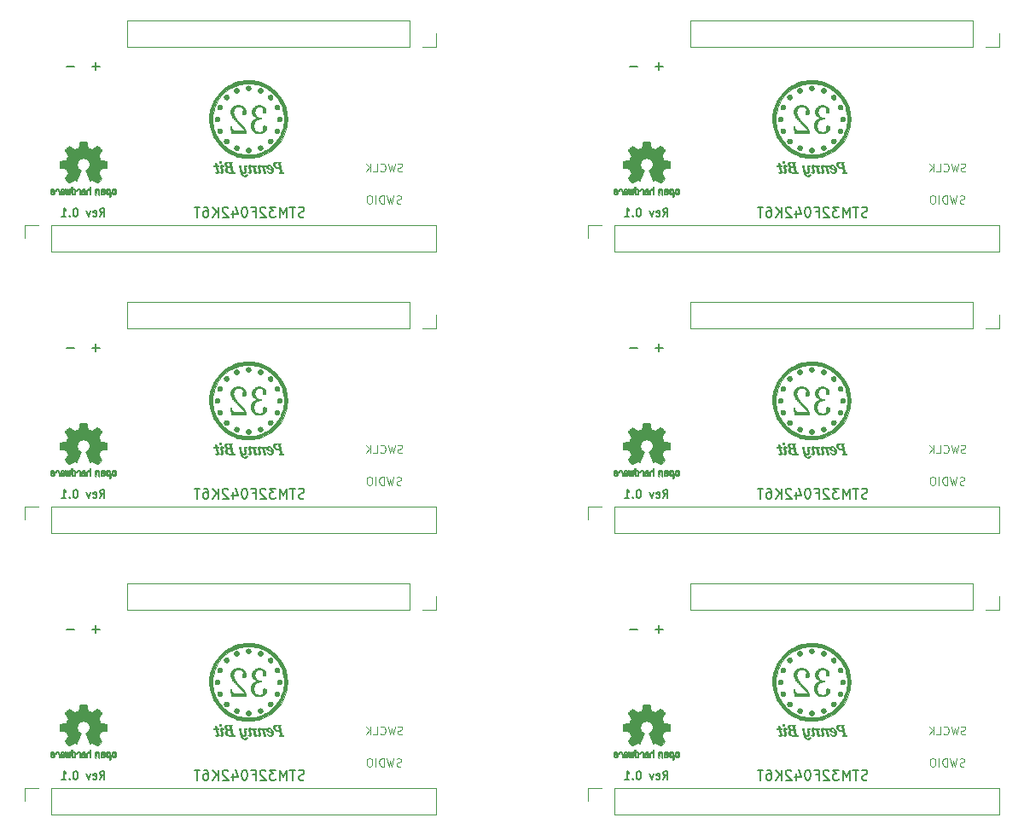
<source format=gbr>
G04 #@! TF.GenerationSoftware,KiCad,Pcbnew,(5.1.4)-1*
G04 #@! TF.CreationDate,2020-09-18T21:31:58+02:00*
G04 #@! TF.ProjectId,cheapFeather,63686561-7046-4656-9174-6865722e6b69,rev?*
G04 #@! TF.SameCoordinates,Original*
G04 #@! TF.FileFunction,Legend,Bot*
G04 #@! TF.FilePolarity,Positive*
%FSLAX46Y46*%
G04 Gerber Fmt 4.6, Leading zero omitted, Abs format (unit mm)*
G04 Created by KiCad (PCBNEW (5.1.4)-1) date 2020-09-18 21:31:58*
%MOMM*%
%LPD*%
G04 APERTURE LIST*
%ADD10C,0.150000*%
%ADD11C,0.100000*%
%ADD12C,0.120000*%
%ADD13C,0.010000*%
G04 APERTURE END LIST*
D10*
X131825952Y-52776428D02*
X131064047Y-52776428D01*
X131445000Y-53157380D02*
X131445000Y-52395476D01*
D11*
X161715238Y-66363809D02*
X161600952Y-66401904D01*
X161410476Y-66401904D01*
X161334285Y-66363809D01*
X161296190Y-66325714D01*
X161258095Y-66249523D01*
X161258095Y-66173333D01*
X161296190Y-66097142D01*
X161334285Y-66059047D01*
X161410476Y-66020952D01*
X161562857Y-65982857D01*
X161639047Y-65944761D01*
X161677142Y-65906666D01*
X161715238Y-65830476D01*
X161715238Y-65754285D01*
X161677142Y-65678095D01*
X161639047Y-65640000D01*
X161562857Y-65601904D01*
X161372380Y-65601904D01*
X161258095Y-65640000D01*
X160991428Y-65601904D02*
X160800952Y-66401904D01*
X160648571Y-65830476D01*
X160496190Y-66401904D01*
X160305714Y-65601904D01*
X160000952Y-66401904D02*
X160000952Y-65601904D01*
X159810476Y-65601904D01*
X159696190Y-65640000D01*
X159620000Y-65716190D01*
X159581904Y-65792380D01*
X159543809Y-65944761D01*
X159543809Y-66059047D01*
X159581904Y-66211428D01*
X159620000Y-66287619D01*
X159696190Y-66363809D01*
X159810476Y-66401904D01*
X160000952Y-66401904D01*
X159200952Y-66401904D02*
X159200952Y-65601904D01*
X158667619Y-65601904D02*
X158515238Y-65601904D01*
X158439047Y-65640000D01*
X158362857Y-65716190D01*
X158324761Y-65868571D01*
X158324761Y-66135238D01*
X158362857Y-66287619D01*
X158439047Y-66363809D01*
X158515238Y-66401904D01*
X158667619Y-66401904D01*
X158743809Y-66363809D01*
X158820000Y-66287619D01*
X158858095Y-66135238D01*
X158858095Y-65868571D01*
X158820000Y-65716190D01*
X158743809Y-65640000D01*
X158667619Y-65601904D01*
D10*
X152089761Y-67714761D02*
X151946904Y-67762380D01*
X151708809Y-67762380D01*
X151613571Y-67714761D01*
X151565952Y-67667142D01*
X151518333Y-67571904D01*
X151518333Y-67476666D01*
X151565952Y-67381428D01*
X151613571Y-67333809D01*
X151708809Y-67286190D01*
X151899285Y-67238571D01*
X151994523Y-67190952D01*
X152042142Y-67143333D01*
X152089761Y-67048095D01*
X152089761Y-66952857D01*
X152042142Y-66857619D01*
X151994523Y-66810000D01*
X151899285Y-66762380D01*
X151661190Y-66762380D01*
X151518333Y-66810000D01*
X151232619Y-66762380D02*
X150661190Y-66762380D01*
X150946904Y-67762380D02*
X150946904Y-66762380D01*
X150327857Y-67762380D02*
X150327857Y-66762380D01*
X149994523Y-67476666D01*
X149661190Y-66762380D01*
X149661190Y-67762380D01*
X149280238Y-66762380D02*
X148661190Y-66762380D01*
X148994523Y-67143333D01*
X148851666Y-67143333D01*
X148756428Y-67190952D01*
X148708809Y-67238571D01*
X148661190Y-67333809D01*
X148661190Y-67571904D01*
X148708809Y-67667142D01*
X148756428Y-67714761D01*
X148851666Y-67762380D01*
X149137380Y-67762380D01*
X149232619Y-67714761D01*
X149280238Y-67667142D01*
X148280238Y-66857619D02*
X148232619Y-66810000D01*
X148137380Y-66762380D01*
X147899285Y-66762380D01*
X147804047Y-66810000D01*
X147756428Y-66857619D01*
X147708809Y-66952857D01*
X147708809Y-67048095D01*
X147756428Y-67190952D01*
X148327857Y-67762380D01*
X147708809Y-67762380D01*
X146946904Y-67238571D02*
X147280238Y-67238571D01*
X147280238Y-67762380D02*
X147280238Y-66762380D01*
X146804047Y-66762380D01*
X146232619Y-66762380D02*
X146137380Y-66762380D01*
X146042142Y-66810000D01*
X145994523Y-66857619D01*
X145946904Y-66952857D01*
X145899285Y-67143333D01*
X145899285Y-67381428D01*
X145946904Y-67571904D01*
X145994523Y-67667142D01*
X146042142Y-67714761D01*
X146137380Y-67762380D01*
X146232619Y-67762380D01*
X146327857Y-67714761D01*
X146375476Y-67667142D01*
X146423095Y-67571904D01*
X146470714Y-67381428D01*
X146470714Y-67143333D01*
X146423095Y-66952857D01*
X146375476Y-66857619D01*
X146327857Y-66810000D01*
X146232619Y-66762380D01*
X145042142Y-67095714D02*
X145042142Y-67762380D01*
X145280238Y-66714761D02*
X145518333Y-67429047D01*
X144899285Y-67429047D01*
X144565952Y-66857619D02*
X144518333Y-66810000D01*
X144423095Y-66762380D01*
X144185000Y-66762380D01*
X144089761Y-66810000D01*
X144042142Y-66857619D01*
X143994523Y-66952857D01*
X143994523Y-67048095D01*
X144042142Y-67190952D01*
X144613571Y-67762380D01*
X143994523Y-67762380D01*
X143565952Y-67762380D02*
X143565952Y-66762380D01*
X142994523Y-67762380D02*
X143423095Y-67190952D01*
X142994523Y-66762380D02*
X143565952Y-67333809D01*
X142137380Y-66762380D02*
X142327857Y-66762380D01*
X142423095Y-66810000D01*
X142470714Y-66857619D01*
X142565952Y-67000476D01*
X142613571Y-67190952D01*
X142613571Y-67571904D01*
X142565952Y-67667142D01*
X142518333Y-67714761D01*
X142423095Y-67762380D01*
X142232619Y-67762380D01*
X142137380Y-67714761D01*
X142089761Y-67667142D01*
X142042142Y-67571904D01*
X142042142Y-67333809D01*
X142089761Y-67238571D01*
X142137380Y-67190952D01*
X142232619Y-67143333D01*
X142423095Y-67143333D01*
X142518333Y-67190952D01*
X142565952Y-67238571D01*
X142613571Y-67333809D01*
X141756428Y-66762380D02*
X141185000Y-66762380D01*
X141470714Y-67762380D02*
X141470714Y-66762380D01*
X131832142Y-67671904D02*
X132098809Y-67290952D01*
X132289285Y-67671904D02*
X132289285Y-66871904D01*
X131984523Y-66871904D01*
X131908333Y-66910000D01*
X131870238Y-66948095D01*
X131832142Y-67024285D01*
X131832142Y-67138571D01*
X131870238Y-67214761D01*
X131908333Y-67252857D01*
X131984523Y-67290952D01*
X132289285Y-67290952D01*
X131184523Y-67633809D02*
X131260714Y-67671904D01*
X131413095Y-67671904D01*
X131489285Y-67633809D01*
X131527380Y-67557619D01*
X131527380Y-67252857D01*
X131489285Y-67176666D01*
X131413095Y-67138571D01*
X131260714Y-67138571D01*
X131184523Y-67176666D01*
X131146428Y-67252857D01*
X131146428Y-67329047D01*
X131527380Y-67405238D01*
X130879761Y-67138571D02*
X130689285Y-67671904D01*
X130498809Y-67138571D01*
X129432142Y-66871904D02*
X129355952Y-66871904D01*
X129279761Y-66910000D01*
X129241666Y-66948095D01*
X129203571Y-67024285D01*
X129165476Y-67176666D01*
X129165476Y-67367142D01*
X129203571Y-67519523D01*
X129241666Y-67595714D01*
X129279761Y-67633809D01*
X129355952Y-67671904D01*
X129432142Y-67671904D01*
X129508333Y-67633809D01*
X129546428Y-67595714D01*
X129584523Y-67519523D01*
X129622619Y-67367142D01*
X129622619Y-67176666D01*
X129584523Y-67024285D01*
X129546428Y-66948095D01*
X129508333Y-66910000D01*
X129432142Y-66871904D01*
X128822619Y-67595714D02*
X128784523Y-67633809D01*
X128822619Y-67671904D01*
X128860714Y-67633809D01*
X128822619Y-67595714D01*
X128822619Y-67671904D01*
X128022619Y-67671904D02*
X128479761Y-67671904D01*
X128251190Y-67671904D02*
X128251190Y-66871904D01*
X128327380Y-66986190D01*
X128403571Y-67062380D01*
X128479761Y-67100476D01*
D11*
X161829523Y-63188809D02*
X161715238Y-63226904D01*
X161524761Y-63226904D01*
X161448571Y-63188809D01*
X161410476Y-63150714D01*
X161372380Y-63074523D01*
X161372380Y-62998333D01*
X161410476Y-62922142D01*
X161448571Y-62884047D01*
X161524761Y-62845952D01*
X161677142Y-62807857D01*
X161753333Y-62769761D01*
X161791428Y-62731666D01*
X161829523Y-62655476D01*
X161829523Y-62579285D01*
X161791428Y-62503095D01*
X161753333Y-62465000D01*
X161677142Y-62426904D01*
X161486666Y-62426904D01*
X161372380Y-62465000D01*
X161105714Y-62426904D02*
X160915238Y-63226904D01*
X160762857Y-62655476D01*
X160610476Y-63226904D01*
X160420000Y-62426904D01*
X159658095Y-63150714D02*
X159696190Y-63188809D01*
X159810476Y-63226904D01*
X159886666Y-63226904D01*
X160000952Y-63188809D01*
X160077142Y-63112619D01*
X160115238Y-63036428D01*
X160153333Y-62884047D01*
X160153333Y-62769761D01*
X160115238Y-62617380D01*
X160077142Y-62541190D01*
X160000952Y-62465000D01*
X159886666Y-62426904D01*
X159810476Y-62426904D01*
X159696190Y-62465000D01*
X159658095Y-62503095D01*
X158934285Y-63226904D02*
X159315238Y-63226904D01*
X159315238Y-62426904D01*
X158667619Y-63226904D02*
X158667619Y-62426904D01*
X158210476Y-63226904D02*
X158553333Y-62769761D01*
X158210476Y-62426904D02*
X158667619Y-62884047D01*
D10*
X129285952Y-52776428D02*
X128524047Y-52776428D01*
X75945952Y-52776428D02*
X75184047Y-52776428D01*
X75565000Y-53157380D02*
X75565000Y-52395476D01*
D11*
X105835238Y-66363809D02*
X105720952Y-66401904D01*
X105530476Y-66401904D01*
X105454285Y-66363809D01*
X105416190Y-66325714D01*
X105378095Y-66249523D01*
X105378095Y-66173333D01*
X105416190Y-66097142D01*
X105454285Y-66059047D01*
X105530476Y-66020952D01*
X105682857Y-65982857D01*
X105759047Y-65944761D01*
X105797142Y-65906666D01*
X105835238Y-65830476D01*
X105835238Y-65754285D01*
X105797142Y-65678095D01*
X105759047Y-65640000D01*
X105682857Y-65601904D01*
X105492380Y-65601904D01*
X105378095Y-65640000D01*
X105111428Y-65601904D02*
X104920952Y-66401904D01*
X104768571Y-65830476D01*
X104616190Y-66401904D01*
X104425714Y-65601904D01*
X104120952Y-66401904D02*
X104120952Y-65601904D01*
X103930476Y-65601904D01*
X103816190Y-65640000D01*
X103740000Y-65716190D01*
X103701904Y-65792380D01*
X103663809Y-65944761D01*
X103663809Y-66059047D01*
X103701904Y-66211428D01*
X103740000Y-66287619D01*
X103816190Y-66363809D01*
X103930476Y-66401904D01*
X104120952Y-66401904D01*
X103320952Y-66401904D02*
X103320952Y-65601904D01*
X102787619Y-65601904D02*
X102635238Y-65601904D01*
X102559047Y-65640000D01*
X102482857Y-65716190D01*
X102444761Y-65868571D01*
X102444761Y-66135238D01*
X102482857Y-66287619D01*
X102559047Y-66363809D01*
X102635238Y-66401904D01*
X102787619Y-66401904D01*
X102863809Y-66363809D01*
X102940000Y-66287619D01*
X102978095Y-66135238D01*
X102978095Y-65868571D01*
X102940000Y-65716190D01*
X102863809Y-65640000D01*
X102787619Y-65601904D01*
D10*
X96209761Y-67714761D02*
X96066904Y-67762380D01*
X95828809Y-67762380D01*
X95733571Y-67714761D01*
X95685952Y-67667142D01*
X95638333Y-67571904D01*
X95638333Y-67476666D01*
X95685952Y-67381428D01*
X95733571Y-67333809D01*
X95828809Y-67286190D01*
X96019285Y-67238571D01*
X96114523Y-67190952D01*
X96162142Y-67143333D01*
X96209761Y-67048095D01*
X96209761Y-66952857D01*
X96162142Y-66857619D01*
X96114523Y-66810000D01*
X96019285Y-66762380D01*
X95781190Y-66762380D01*
X95638333Y-66810000D01*
X95352619Y-66762380D02*
X94781190Y-66762380D01*
X95066904Y-67762380D02*
X95066904Y-66762380D01*
X94447857Y-67762380D02*
X94447857Y-66762380D01*
X94114523Y-67476666D01*
X93781190Y-66762380D01*
X93781190Y-67762380D01*
X93400238Y-66762380D02*
X92781190Y-66762380D01*
X93114523Y-67143333D01*
X92971666Y-67143333D01*
X92876428Y-67190952D01*
X92828809Y-67238571D01*
X92781190Y-67333809D01*
X92781190Y-67571904D01*
X92828809Y-67667142D01*
X92876428Y-67714761D01*
X92971666Y-67762380D01*
X93257380Y-67762380D01*
X93352619Y-67714761D01*
X93400238Y-67667142D01*
X92400238Y-66857619D02*
X92352619Y-66810000D01*
X92257380Y-66762380D01*
X92019285Y-66762380D01*
X91924047Y-66810000D01*
X91876428Y-66857619D01*
X91828809Y-66952857D01*
X91828809Y-67048095D01*
X91876428Y-67190952D01*
X92447857Y-67762380D01*
X91828809Y-67762380D01*
X91066904Y-67238571D02*
X91400238Y-67238571D01*
X91400238Y-67762380D02*
X91400238Y-66762380D01*
X90924047Y-66762380D01*
X90352619Y-66762380D02*
X90257380Y-66762380D01*
X90162142Y-66810000D01*
X90114523Y-66857619D01*
X90066904Y-66952857D01*
X90019285Y-67143333D01*
X90019285Y-67381428D01*
X90066904Y-67571904D01*
X90114523Y-67667142D01*
X90162142Y-67714761D01*
X90257380Y-67762380D01*
X90352619Y-67762380D01*
X90447857Y-67714761D01*
X90495476Y-67667142D01*
X90543095Y-67571904D01*
X90590714Y-67381428D01*
X90590714Y-67143333D01*
X90543095Y-66952857D01*
X90495476Y-66857619D01*
X90447857Y-66810000D01*
X90352619Y-66762380D01*
X89162142Y-67095714D02*
X89162142Y-67762380D01*
X89400238Y-66714761D02*
X89638333Y-67429047D01*
X89019285Y-67429047D01*
X88685952Y-66857619D02*
X88638333Y-66810000D01*
X88543095Y-66762380D01*
X88305000Y-66762380D01*
X88209761Y-66810000D01*
X88162142Y-66857619D01*
X88114523Y-66952857D01*
X88114523Y-67048095D01*
X88162142Y-67190952D01*
X88733571Y-67762380D01*
X88114523Y-67762380D01*
X87685952Y-67762380D02*
X87685952Y-66762380D01*
X87114523Y-67762380D02*
X87543095Y-67190952D01*
X87114523Y-66762380D02*
X87685952Y-67333809D01*
X86257380Y-66762380D02*
X86447857Y-66762380D01*
X86543095Y-66810000D01*
X86590714Y-66857619D01*
X86685952Y-67000476D01*
X86733571Y-67190952D01*
X86733571Y-67571904D01*
X86685952Y-67667142D01*
X86638333Y-67714761D01*
X86543095Y-67762380D01*
X86352619Y-67762380D01*
X86257380Y-67714761D01*
X86209761Y-67667142D01*
X86162142Y-67571904D01*
X86162142Y-67333809D01*
X86209761Y-67238571D01*
X86257380Y-67190952D01*
X86352619Y-67143333D01*
X86543095Y-67143333D01*
X86638333Y-67190952D01*
X86685952Y-67238571D01*
X86733571Y-67333809D01*
X85876428Y-66762380D02*
X85305000Y-66762380D01*
X85590714Y-67762380D02*
X85590714Y-66762380D01*
X75952142Y-67671904D02*
X76218809Y-67290952D01*
X76409285Y-67671904D02*
X76409285Y-66871904D01*
X76104523Y-66871904D01*
X76028333Y-66910000D01*
X75990238Y-66948095D01*
X75952142Y-67024285D01*
X75952142Y-67138571D01*
X75990238Y-67214761D01*
X76028333Y-67252857D01*
X76104523Y-67290952D01*
X76409285Y-67290952D01*
X75304523Y-67633809D02*
X75380714Y-67671904D01*
X75533095Y-67671904D01*
X75609285Y-67633809D01*
X75647380Y-67557619D01*
X75647380Y-67252857D01*
X75609285Y-67176666D01*
X75533095Y-67138571D01*
X75380714Y-67138571D01*
X75304523Y-67176666D01*
X75266428Y-67252857D01*
X75266428Y-67329047D01*
X75647380Y-67405238D01*
X74999761Y-67138571D02*
X74809285Y-67671904D01*
X74618809Y-67138571D01*
X73552142Y-66871904D02*
X73475952Y-66871904D01*
X73399761Y-66910000D01*
X73361666Y-66948095D01*
X73323571Y-67024285D01*
X73285476Y-67176666D01*
X73285476Y-67367142D01*
X73323571Y-67519523D01*
X73361666Y-67595714D01*
X73399761Y-67633809D01*
X73475952Y-67671904D01*
X73552142Y-67671904D01*
X73628333Y-67633809D01*
X73666428Y-67595714D01*
X73704523Y-67519523D01*
X73742619Y-67367142D01*
X73742619Y-67176666D01*
X73704523Y-67024285D01*
X73666428Y-66948095D01*
X73628333Y-66910000D01*
X73552142Y-66871904D01*
X72942619Y-67595714D02*
X72904523Y-67633809D01*
X72942619Y-67671904D01*
X72980714Y-67633809D01*
X72942619Y-67595714D01*
X72942619Y-67671904D01*
X72142619Y-67671904D02*
X72599761Y-67671904D01*
X72371190Y-67671904D02*
X72371190Y-66871904D01*
X72447380Y-66986190D01*
X72523571Y-67062380D01*
X72599761Y-67100476D01*
D11*
X105949523Y-63188809D02*
X105835238Y-63226904D01*
X105644761Y-63226904D01*
X105568571Y-63188809D01*
X105530476Y-63150714D01*
X105492380Y-63074523D01*
X105492380Y-62998333D01*
X105530476Y-62922142D01*
X105568571Y-62884047D01*
X105644761Y-62845952D01*
X105797142Y-62807857D01*
X105873333Y-62769761D01*
X105911428Y-62731666D01*
X105949523Y-62655476D01*
X105949523Y-62579285D01*
X105911428Y-62503095D01*
X105873333Y-62465000D01*
X105797142Y-62426904D01*
X105606666Y-62426904D01*
X105492380Y-62465000D01*
X105225714Y-62426904D02*
X105035238Y-63226904D01*
X104882857Y-62655476D01*
X104730476Y-63226904D01*
X104540000Y-62426904D01*
X103778095Y-63150714D02*
X103816190Y-63188809D01*
X103930476Y-63226904D01*
X104006666Y-63226904D01*
X104120952Y-63188809D01*
X104197142Y-63112619D01*
X104235238Y-63036428D01*
X104273333Y-62884047D01*
X104273333Y-62769761D01*
X104235238Y-62617380D01*
X104197142Y-62541190D01*
X104120952Y-62465000D01*
X104006666Y-62426904D01*
X103930476Y-62426904D01*
X103816190Y-62465000D01*
X103778095Y-62503095D01*
X103054285Y-63226904D02*
X103435238Y-63226904D01*
X103435238Y-62426904D01*
X102787619Y-63226904D02*
X102787619Y-62426904D01*
X102330476Y-63226904D02*
X102673333Y-62769761D01*
X102330476Y-62426904D02*
X102787619Y-62884047D01*
D10*
X73405952Y-52776428D02*
X72644047Y-52776428D01*
X75945952Y-80716428D02*
X75184047Y-80716428D01*
X75565000Y-81097380D02*
X75565000Y-80335476D01*
D11*
X105835238Y-94303809D02*
X105720952Y-94341904D01*
X105530476Y-94341904D01*
X105454285Y-94303809D01*
X105416190Y-94265714D01*
X105378095Y-94189523D01*
X105378095Y-94113333D01*
X105416190Y-94037142D01*
X105454285Y-93999047D01*
X105530476Y-93960952D01*
X105682857Y-93922857D01*
X105759047Y-93884761D01*
X105797142Y-93846666D01*
X105835238Y-93770476D01*
X105835238Y-93694285D01*
X105797142Y-93618095D01*
X105759047Y-93580000D01*
X105682857Y-93541904D01*
X105492380Y-93541904D01*
X105378095Y-93580000D01*
X105111428Y-93541904D02*
X104920952Y-94341904D01*
X104768571Y-93770476D01*
X104616190Y-94341904D01*
X104425714Y-93541904D01*
X104120952Y-94341904D02*
X104120952Y-93541904D01*
X103930476Y-93541904D01*
X103816190Y-93580000D01*
X103740000Y-93656190D01*
X103701904Y-93732380D01*
X103663809Y-93884761D01*
X103663809Y-93999047D01*
X103701904Y-94151428D01*
X103740000Y-94227619D01*
X103816190Y-94303809D01*
X103930476Y-94341904D01*
X104120952Y-94341904D01*
X103320952Y-94341904D02*
X103320952Y-93541904D01*
X102787619Y-93541904D02*
X102635238Y-93541904D01*
X102559047Y-93580000D01*
X102482857Y-93656190D01*
X102444761Y-93808571D01*
X102444761Y-94075238D01*
X102482857Y-94227619D01*
X102559047Y-94303809D01*
X102635238Y-94341904D01*
X102787619Y-94341904D01*
X102863809Y-94303809D01*
X102940000Y-94227619D01*
X102978095Y-94075238D01*
X102978095Y-93808571D01*
X102940000Y-93656190D01*
X102863809Y-93580000D01*
X102787619Y-93541904D01*
D10*
X96209761Y-95654761D02*
X96066904Y-95702380D01*
X95828809Y-95702380D01*
X95733571Y-95654761D01*
X95685952Y-95607142D01*
X95638333Y-95511904D01*
X95638333Y-95416666D01*
X95685952Y-95321428D01*
X95733571Y-95273809D01*
X95828809Y-95226190D01*
X96019285Y-95178571D01*
X96114523Y-95130952D01*
X96162142Y-95083333D01*
X96209761Y-94988095D01*
X96209761Y-94892857D01*
X96162142Y-94797619D01*
X96114523Y-94750000D01*
X96019285Y-94702380D01*
X95781190Y-94702380D01*
X95638333Y-94750000D01*
X95352619Y-94702380D02*
X94781190Y-94702380D01*
X95066904Y-95702380D02*
X95066904Y-94702380D01*
X94447857Y-95702380D02*
X94447857Y-94702380D01*
X94114523Y-95416666D01*
X93781190Y-94702380D01*
X93781190Y-95702380D01*
X93400238Y-94702380D02*
X92781190Y-94702380D01*
X93114523Y-95083333D01*
X92971666Y-95083333D01*
X92876428Y-95130952D01*
X92828809Y-95178571D01*
X92781190Y-95273809D01*
X92781190Y-95511904D01*
X92828809Y-95607142D01*
X92876428Y-95654761D01*
X92971666Y-95702380D01*
X93257380Y-95702380D01*
X93352619Y-95654761D01*
X93400238Y-95607142D01*
X92400238Y-94797619D02*
X92352619Y-94750000D01*
X92257380Y-94702380D01*
X92019285Y-94702380D01*
X91924047Y-94750000D01*
X91876428Y-94797619D01*
X91828809Y-94892857D01*
X91828809Y-94988095D01*
X91876428Y-95130952D01*
X92447857Y-95702380D01*
X91828809Y-95702380D01*
X91066904Y-95178571D02*
X91400238Y-95178571D01*
X91400238Y-95702380D02*
X91400238Y-94702380D01*
X90924047Y-94702380D01*
X90352619Y-94702380D02*
X90257380Y-94702380D01*
X90162142Y-94750000D01*
X90114523Y-94797619D01*
X90066904Y-94892857D01*
X90019285Y-95083333D01*
X90019285Y-95321428D01*
X90066904Y-95511904D01*
X90114523Y-95607142D01*
X90162142Y-95654761D01*
X90257380Y-95702380D01*
X90352619Y-95702380D01*
X90447857Y-95654761D01*
X90495476Y-95607142D01*
X90543095Y-95511904D01*
X90590714Y-95321428D01*
X90590714Y-95083333D01*
X90543095Y-94892857D01*
X90495476Y-94797619D01*
X90447857Y-94750000D01*
X90352619Y-94702380D01*
X89162142Y-95035714D02*
X89162142Y-95702380D01*
X89400238Y-94654761D02*
X89638333Y-95369047D01*
X89019285Y-95369047D01*
X88685952Y-94797619D02*
X88638333Y-94750000D01*
X88543095Y-94702380D01*
X88305000Y-94702380D01*
X88209761Y-94750000D01*
X88162142Y-94797619D01*
X88114523Y-94892857D01*
X88114523Y-94988095D01*
X88162142Y-95130952D01*
X88733571Y-95702380D01*
X88114523Y-95702380D01*
X87685952Y-95702380D02*
X87685952Y-94702380D01*
X87114523Y-95702380D02*
X87543095Y-95130952D01*
X87114523Y-94702380D02*
X87685952Y-95273809D01*
X86257380Y-94702380D02*
X86447857Y-94702380D01*
X86543095Y-94750000D01*
X86590714Y-94797619D01*
X86685952Y-94940476D01*
X86733571Y-95130952D01*
X86733571Y-95511904D01*
X86685952Y-95607142D01*
X86638333Y-95654761D01*
X86543095Y-95702380D01*
X86352619Y-95702380D01*
X86257380Y-95654761D01*
X86209761Y-95607142D01*
X86162142Y-95511904D01*
X86162142Y-95273809D01*
X86209761Y-95178571D01*
X86257380Y-95130952D01*
X86352619Y-95083333D01*
X86543095Y-95083333D01*
X86638333Y-95130952D01*
X86685952Y-95178571D01*
X86733571Y-95273809D01*
X85876428Y-94702380D02*
X85305000Y-94702380D01*
X85590714Y-95702380D02*
X85590714Y-94702380D01*
X75952142Y-95611904D02*
X76218809Y-95230952D01*
X76409285Y-95611904D02*
X76409285Y-94811904D01*
X76104523Y-94811904D01*
X76028333Y-94850000D01*
X75990238Y-94888095D01*
X75952142Y-94964285D01*
X75952142Y-95078571D01*
X75990238Y-95154761D01*
X76028333Y-95192857D01*
X76104523Y-95230952D01*
X76409285Y-95230952D01*
X75304523Y-95573809D02*
X75380714Y-95611904D01*
X75533095Y-95611904D01*
X75609285Y-95573809D01*
X75647380Y-95497619D01*
X75647380Y-95192857D01*
X75609285Y-95116666D01*
X75533095Y-95078571D01*
X75380714Y-95078571D01*
X75304523Y-95116666D01*
X75266428Y-95192857D01*
X75266428Y-95269047D01*
X75647380Y-95345238D01*
X74999761Y-95078571D02*
X74809285Y-95611904D01*
X74618809Y-95078571D01*
X73552142Y-94811904D02*
X73475952Y-94811904D01*
X73399761Y-94850000D01*
X73361666Y-94888095D01*
X73323571Y-94964285D01*
X73285476Y-95116666D01*
X73285476Y-95307142D01*
X73323571Y-95459523D01*
X73361666Y-95535714D01*
X73399761Y-95573809D01*
X73475952Y-95611904D01*
X73552142Y-95611904D01*
X73628333Y-95573809D01*
X73666428Y-95535714D01*
X73704523Y-95459523D01*
X73742619Y-95307142D01*
X73742619Y-95116666D01*
X73704523Y-94964285D01*
X73666428Y-94888095D01*
X73628333Y-94850000D01*
X73552142Y-94811904D01*
X72942619Y-95535714D02*
X72904523Y-95573809D01*
X72942619Y-95611904D01*
X72980714Y-95573809D01*
X72942619Y-95535714D01*
X72942619Y-95611904D01*
X72142619Y-95611904D02*
X72599761Y-95611904D01*
X72371190Y-95611904D02*
X72371190Y-94811904D01*
X72447380Y-94926190D01*
X72523571Y-95002380D01*
X72599761Y-95040476D01*
D11*
X105949523Y-91128809D02*
X105835238Y-91166904D01*
X105644761Y-91166904D01*
X105568571Y-91128809D01*
X105530476Y-91090714D01*
X105492380Y-91014523D01*
X105492380Y-90938333D01*
X105530476Y-90862142D01*
X105568571Y-90824047D01*
X105644761Y-90785952D01*
X105797142Y-90747857D01*
X105873333Y-90709761D01*
X105911428Y-90671666D01*
X105949523Y-90595476D01*
X105949523Y-90519285D01*
X105911428Y-90443095D01*
X105873333Y-90405000D01*
X105797142Y-90366904D01*
X105606666Y-90366904D01*
X105492380Y-90405000D01*
X105225714Y-90366904D02*
X105035238Y-91166904D01*
X104882857Y-90595476D01*
X104730476Y-91166904D01*
X104540000Y-90366904D01*
X103778095Y-91090714D02*
X103816190Y-91128809D01*
X103930476Y-91166904D01*
X104006666Y-91166904D01*
X104120952Y-91128809D01*
X104197142Y-91052619D01*
X104235238Y-90976428D01*
X104273333Y-90824047D01*
X104273333Y-90709761D01*
X104235238Y-90557380D01*
X104197142Y-90481190D01*
X104120952Y-90405000D01*
X104006666Y-90366904D01*
X103930476Y-90366904D01*
X103816190Y-90405000D01*
X103778095Y-90443095D01*
X103054285Y-91166904D02*
X103435238Y-91166904D01*
X103435238Y-90366904D01*
X102787619Y-91166904D02*
X102787619Y-90366904D01*
X102330476Y-91166904D02*
X102673333Y-90709761D01*
X102330476Y-90366904D02*
X102787619Y-90824047D01*
D10*
X73405952Y-80716428D02*
X72644047Y-80716428D01*
X131825952Y-80716428D02*
X131064047Y-80716428D01*
X131445000Y-81097380D02*
X131445000Y-80335476D01*
D11*
X161715238Y-94303809D02*
X161600952Y-94341904D01*
X161410476Y-94341904D01*
X161334285Y-94303809D01*
X161296190Y-94265714D01*
X161258095Y-94189523D01*
X161258095Y-94113333D01*
X161296190Y-94037142D01*
X161334285Y-93999047D01*
X161410476Y-93960952D01*
X161562857Y-93922857D01*
X161639047Y-93884761D01*
X161677142Y-93846666D01*
X161715238Y-93770476D01*
X161715238Y-93694285D01*
X161677142Y-93618095D01*
X161639047Y-93580000D01*
X161562857Y-93541904D01*
X161372380Y-93541904D01*
X161258095Y-93580000D01*
X160991428Y-93541904D02*
X160800952Y-94341904D01*
X160648571Y-93770476D01*
X160496190Y-94341904D01*
X160305714Y-93541904D01*
X160000952Y-94341904D02*
X160000952Y-93541904D01*
X159810476Y-93541904D01*
X159696190Y-93580000D01*
X159620000Y-93656190D01*
X159581904Y-93732380D01*
X159543809Y-93884761D01*
X159543809Y-93999047D01*
X159581904Y-94151428D01*
X159620000Y-94227619D01*
X159696190Y-94303809D01*
X159810476Y-94341904D01*
X160000952Y-94341904D01*
X159200952Y-94341904D02*
X159200952Y-93541904D01*
X158667619Y-93541904D02*
X158515238Y-93541904D01*
X158439047Y-93580000D01*
X158362857Y-93656190D01*
X158324761Y-93808571D01*
X158324761Y-94075238D01*
X158362857Y-94227619D01*
X158439047Y-94303809D01*
X158515238Y-94341904D01*
X158667619Y-94341904D01*
X158743809Y-94303809D01*
X158820000Y-94227619D01*
X158858095Y-94075238D01*
X158858095Y-93808571D01*
X158820000Y-93656190D01*
X158743809Y-93580000D01*
X158667619Y-93541904D01*
D10*
X152089761Y-95654761D02*
X151946904Y-95702380D01*
X151708809Y-95702380D01*
X151613571Y-95654761D01*
X151565952Y-95607142D01*
X151518333Y-95511904D01*
X151518333Y-95416666D01*
X151565952Y-95321428D01*
X151613571Y-95273809D01*
X151708809Y-95226190D01*
X151899285Y-95178571D01*
X151994523Y-95130952D01*
X152042142Y-95083333D01*
X152089761Y-94988095D01*
X152089761Y-94892857D01*
X152042142Y-94797619D01*
X151994523Y-94750000D01*
X151899285Y-94702380D01*
X151661190Y-94702380D01*
X151518333Y-94750000D01*
X151232619Y-94702380D02*
X150661190Y-94702380D01*
X150946904Y-95702380D02*
X150946904Y-94702380D01*
X150327857Y-95702380D02*
X150327857Y-94702380D01*
X149994523Y-95416666D01*
X149661190Y-94702380D01*
X149661190Y-95702380D01*
X149280238Y-94702380D02*
X148661190Y-94702380D01*
X148994523Y-95083333D01*
X148851666Y-95083333D01*
X148756428Y-95130952D01*
X148708809Y-95178571D01*
X148661190Y-95273809D01*
X148661190Y-95511904D01*
X148708809Y-95607142D01*
X148756428Y-95654761D01*
X148851666Y-95702380D01*
X149137380Y-95702380D01*
X149232619Y-95654761D01*
X149280238Y-95607142D01*
X148280238Y-94797619D02*
X148232619Y-94750000D01*
X148137380Y-94702380D01*
X147899285Y-94702380D01*
X147804047Y-94750000D01*
X147756428Y-94797619D01*
X147708809Y-94892857D01*
X147708809Y-94988095D01*
X147756428Y-95130952D01*
X148327857Y-95702380D01*
X147708809Y-95702380D01*
X146946904Y-95178571D02*
X147280238Y-95178571D01*
X147280238Y-95702380D02*
X147280238Y-94702380D01*
X146804047Y-94702380D01*
X146232619Y-94702380D02*
X146137380Y-94702380D01*
X146042142Y-94750000D01*
X145994523Y-94797619D01*
X145946904Y-94892857D01*
X145899285Y-95083333D01*
X145899285Y-95321428D01*
X145946904Y-95511904D01*
X145994523Y-95607142D01*
X146042142Y-95654761D01*
X146137380Y-95702380D01*
X146232619Y-95702380D01*
X146327857Y-95654761D01*
X146375476Y-95607142D01*
X146423095Y-95511904D01*
X146470714Y-95321428D01*
X146470714Y-95083333D01*
X146423095Y-94892857D01*
X146375476Y-94797619D01*
X146327857Y-94750000D01*
X146232619Y-94702380D01*
X145042142Y-95035714D02*
X145042142Y-95702380D01*
X145280238Y-94654761D02*
X145518333Y-95369047D01*
X144899285Y-95369047D01*
X144565952Y-94797619D02*
X144518333Y-94750000D01*
X144423095Y-94702380D01*
X144185000Y-94702380D01*
X144089761Y-94750000D01*
X144042142Y-94797619D01*
X143994523Y-94892857D01*
X143994523Y-94988095D01*
X144042142Y-95130952D01*
X144613571Y-95702380D01*
X143994523Y-95702380D01*
X143565952Y-95702380D02*
X143565952Y-94702380D01*
X142994523Y-95702380D02*
X143423095Y-95130952D01*
X142994523Y-94702380D02*
X143565952Y-95273809D01*
X142137380Y-94702380D02*
X142327857Y-94702380D01*
X142423095Y-94750000D01*
X142470714Y-94797619D01*
X142565952Y-94940476D01*
X142613571Y-95130952D01*
X142613571Y-95511904D01*
X142565952Y-95607142D01*
X142518333Y-95654761D01*
X142423095Y-95702380D01*
X142232619Y-95702380D01*
X142137380Y-95654761D01*
X142089761Y-95607142D01*
X142042142Y-95511904D01*
X142042142Y-95273809D01*
X142089761Y-95178571D01*
X142137380Y-95130952D01*
X142232619Y-95083333D01*
X142423095Y-95083333D01*
X142518333Y-95130952D01*
X142565952Y-95178571D01*
X142613571Y-95273809D01*
X141756428Y-94702380D02*
X141185000Y-94702380D01*
X141470714Y-95702380D02*
X141470714Y-94702380D01*
X131832142Y-95611904D02*
X132098809Y-95230952D01*
X132289285Y-95611904D02*
X132289285Y-94811904D01*
X131984523Y-94811904D01*
X131908333Y-94850000D01*
X131870238Y-94888095D01*
X131832142Y-94964285D01*
X131832142Y-95078571D01*
X131870238Y-95154761D01*
X131908333Y-95192857D01*
X131984523Y-95230952D01*
X132289285Y-95230952D01*
X131184523Y-95573809D02*
X131260714Y-95611904D01*
X131413095Y-95611904D01*
X131489285Y-95573809D01*
X131527380Y-95497619D01*
X131527380Y-95192857D01*
X131489285Y-95116666D01*
X131413095Y-95078571D01*
X131260714Y-95078571D01*
X131184523Y-95116666D01*
X131146428Y-95192857D01*
X131146428Y-95269047D01*
X131527380Y-95345238D01*
X130879761Y-95078571D02*
X130689285Y-95611904D01*
X130498809Y-95078571D01*
X129432142Y-94811904D02*
X129355952Y-94811904D01*
X129279761Y-94850000D01*
X129241666Y-94888095D01*
X129203571Y-94964285D01*
X129165476Y-95116666D01*
X129165476Y-95307142D01*
X129203571Y-95459523D01*
X129241666Y-95535714D01*
X129279761Y-95573809D01*
X129355952Y-95611904D01*
X129432142Y-95611904D01*
X129508333Y-95573809D01*
X129546428Y-95535714D01*
X129584523Y-95459523D01*
X129622619Y-95307142D01*
X129622619Y-95116666D01*
X129584523Y-94964285D01*
X129546428Y-94888095D01*
X129508333Y-94850000D01*
X129432142Y-94811904D01*
X128822619Y-95535714D02*
X128784523Y-95573809D01*
X128822619Y-95611904D01*
X128860714Y-95573809D01*
X128822619Y-95535714D01*
X128822619Y-95611904D01*
X128022619Y-95611904D02*
X128479761Y-95611904D01*
X128251190Y-95611904D02*
X128251190Y-94811904D01*
X128327380Y-94926190D01*
X128403571Y-95002380D01*
X128479761Y-95040476D01*
D11*
X161829523Y-91128809D02*
X161715238Y-91166904D01*
X161524761Y-91166904D01*
X161448571Y-91128809D01*
X161410476Y-91090714D01*
X161372380Y-91014523D01*
X161372380Y-90938333D01*
X161410476Y-90862142D01*
X161448571Y-90824047D01*
X161524761Y-90785952D01*
X161677142Y-90747857D01*
X161753333Y-90709761D01*
X161791428Y-90671666D01*
X161829523Y-90595476D01*
X161829523Y-90519285D01*
X161791428Y-90443095D01*
X161753333Y-90405000D01*
X161677142Y-90366904D01*
X161486666Y-90366904D01*
X161372380Y-90405000D01*
X161105714Y-90366904D02*
X160915238Y-91166904D01*
X160762857Y-90595476D01*
X160610476Y-91166904D01*
X160420000Y-90366904D01*
X159658095Y-91090714D02*
X159696190Y-91128809D01*
X159810476Y-91166904D01*
X159886666Y-91166904D01*
X160000952Y-91128809D01*
X160077142Y-91052619D01*
X160115238Y-90976428D01*
X160153333Y-90824047D01*
X160153333Y-90709761D01*
X160115238Y-90557380D01*
X160077142Y-90481190D01*
X160000952Y-90405000D01*
X159886666Y-90366904D01*
X159810476Y-90366904D01*
X159696190Y-90405000D01*
X159658095Y-90443095D01*
X158934285Y-91166904D02*
X159315238Y-91166904D01*
X159315238Y-90366904D01*
X158667619Y-91166904D02*
X158667619Y-90366904D01*
X158210476Y-91166904D02*
X158553333Y-90709761D01*
X158210476Y-90366904D02*
X158667619Y-90824047D01*
D10*
X129285952Y-80716428D02*
X128524047Y-80716428D01*
X131825952Y-108656428D02*
X131064047Y-108656428D01*
X131445000Y-109037380D02*
X131445000Y-108275476D01*
D11*
X161715238Y-122243809D02*
X161600952Y-122281904D01*
X161410476Y-122281904D01*
X161334285Y-122243809D01*
X161296190Y-122205714D01*
X161258095Y-122129523D01*
X161258095Y-122053333D01*
X161296190Y-121977142D01*
X161334285Y-121939047D01*
X161410476Y-121900952D01*
X161562857Y-121862857D01*
X161639047Y-121824761D01*
X161677142Y-121786666D01*
X161715238Y-121710476D01*
X161715238Y-121634285D01*
X161677142Y-121558095D01*
X161639047Y-121520000D01*
X161562857Y-121481904D01*
X161372380Y-121481904D01*
X161258095Y-121520000D01*
X160991428Y-121481904D02*
X160800952Y-122281904D01*
X160648571Y-121710476D01*
X160496190Y-122281904D01*
X160305714Y-121481904D01*
X160000952Y-122281904D02*
X160000952Y-121481904D01*
X159810476Y-121481904D01*
X159696190Y-121520000D01*
X159620000Y-121596190D01*
X159581904Y-121672380D01*
X159543809Y-121824761D01*
X159543809Y-121939047D01*
X159581904Y-122091428D01*
X159620000Y-122167619D01*
X159696190Y-122243809D01*
X159810476Y-122281904D01*
X160000952Y-122281904D01*
X159200952Y-122281904D02*
X159200952Y-121481904D01*
X158667619Y-121481904D02*
X158515238Y-121481904D01*
X158439047Y-121520000D01*
X158362857Y-121596190D01*
X158324761Y-121748571D01*
X158324761Y-122015238D01*
X158362857Y-122167619D01*
X158439047Y-122243809D01*
X158515238Y-122281904D01*
X158667619Y-122281904D01*
X158743809Y-122243809D01*
X158820000Y-122167619D01*
X158858095Y-122015238D01*
X158858095Y-121748571D01*
X158820000Y-121596190D01*
X158743809Y-121520000D01*
X158667619Y-121481904D01*
D10*
X152089761Y-123594761D02*
X151946904Y-123642380D01*
X151708809Y-123642380D01*
X151613571Y-123594761D01*
X151565952Y-123547142D01*
X151518333Y-123451904D01*
X151518333Y-123356666D01*
X151565952Y-123261428D01*
X151613571Y-123213809D01*
X151708809Y-123166190D01*
X151899285Y-123118571D01*
X151994523Y-123070952D01*
X152042142Y-123023333D01*
X152089761Y-122928095D01*
X152089761Y-122832857D01*
X152042142Y-122737619D01*
X151994523Y-122690000D01*
X151899285Y-122642380D01*
X151661190Y-122642380D01*
X151518333Y-122690000D01*
X151232619Y-122642380D02*
X150661190Y-122642380D01*
X150946904Y-123642380D02*
X150946904Y-122642380D01*
X150327857Y-123642380D02*
X150327857Y-122642380D01*
X149994523Y-123356666D01*
X149661190Y-122642380D01*
X149661190Y-123642380D01*
X149280238Y-122642380D02*
X148661190Y-122642380D01*
X148994523Y-123023333D01*
X148851666Y-123023333D01*
X148756428Y-123070952D01*
X148708809Y-123118571D01*
X148661190Y-123213809D01*
X148661190Y-123451904D01*
X148708809Y-123547142D01*
X148756428Y-123594761D01*
X148851666Y-123642380D01*
X149137380Y-123642380D01*
X149232619Y-123594761D01*
X149280238Y-123547142D01*
X148280238Y-122737619D02*
X148232619Y-122690000D01*
X148137380Y-122642380D01*
X147899285Y-122642380D01*
X147804047Y-122690000D01*
X147756428Y-122737619D01*
X147708809Y-122832857D01*
X147708809Y-122928095D01*
X147756428Y-123070952D01*
X148327857Y-123642380D01*
X147708809Y-123642380D01*
X146946904Y-123118571D02*
X147280238Y-123118571D01*
X147280238Y-123642380D02*
X147280238Y-122642380D01*
X146804047Y-122642380D01*
X146232619Y-122642380D02*
X146137380Y-122642380D01*
X146042142Y-122690000D01*
X145994523Y-122737619D01*
X145946904Y-122832857D01*
X145899285Y-123023333D01*
X145899285Y-123261428D01*
X145946904Y-123451904D01*
X145994523Y-123547142D01*
X146042142Y-123594761D01*
X146137380Y-123642380D01*
X146232619Y-123642380D01*
X146327857Y-123594761D01*
X146375476Y-123547142D01*
X146423095Y-123451904D01*
X146470714Y-123261428D01*
X146470714Y-123023333D01*
X146423095Y-122832857D01*
X146375476Y-122737619D01*
X146327857Y-122690000D01*
X146232619Y-122642380D01*
X145042142Y-122975714D02*
X145042142Y-123642380D01*
X145280238Y-122594761D02*
X145518333Y-123309047D01*
X144899285Y-123309047D01*
X144565952Y-122737619D02*
X144518333Y-122690000D01*
X144423095Y-122642380D01*
X144185000Y-122642380D01*
X144089761Y-122690000D01*
X144042142Y-122737619D01*
X143994523Y-122832857D01*
X143994523Y-122928095D01*
X144042142Y-123070952D01*
X144613571Y-123642380D01*
X143994523Y-123642380D01*
X143565952Y-123642380D02*
X143565952Y-122642380D01*
X142994523Y-123642380D02*
X143423095Y-123070952D01*
X142994523Y-122642380D02*
X143565952Y-123213809D01*
X142137380Y-122642380D02*
X142327857Y-122642380D01*
X142423095Y-122690000D01*
X142470714Y-122737619D01*
X142565952Y-122880476D01*
X142613571Y-123070952D01*
X142613571Y-123451904D01*
X142565952Y-123547142D01*
X142518333Y-123594761D01*
X142423095Y-123642380D01*
X142232619Y-123642380D01*
X142137380Y-123594761D01*
X142089761Y-123547142D01*
X142042142Y-123451904D01*
X142042142Y-123213809D01*
X142089761Y-123118571D01*
X142137380Y-123070952D01*
X142232619Y-123023333D01*
X142423095Y-123023333D01*
X142518333Y-123070952D01*
X142565952Y-123118571D01*
X142613571Y-123213809D01*
X141756428Y-122642380D02*
X141185000Y-122642380D01*
X141470714Y-123642380D02*
X141470714Y-122642380D01*
X131832142Y-123551904D02*
X132098809Y-123170952D01*
X132289285Y-123551904D02*
X132289285Y-122751904D01*
X131984523Y-122751904D01*
X131908333Y-122790000D01*
X131870238Y-122828095D01*
X131832142Y-122904285D01*
X131832142Y-123018571D01*
X131870238Y-123094761D01*
X131908333Y-123132857D01*
X131984523Y-123170952D01*
X132289285Y-123170952D01*
X131184523Y-123513809D02*
X131260714Y-123551904D01*
X131413095Y-123551904D01*
X131489285Y-123513809D01*
X131527380Y-123437619D01*
X131527380Y-123132857D01*
X131489285Y-123056666D01*
X131413095Y-123018571D01*
X131260714Y-123018571D01*
X131184523Y-123056666D01*
X131146428Y-123132857D01*
X131146428Y-123209047D01*
X131527380Y-123285238D01*
X130879761Y-123018571D02*
X130689285Y-123551904D01*
X130498809Y-123018571D01*
X129432142Y-122751904D02*
X129355952Y-122751904D01*
X129279761Y-122790000D01*
X129241666Y-122828095D01*
X129203571Y-122904285D01*
X129165476Y-123056666D01*
X129165476Y-123247142D01*
X129203571Y-123399523D01*
X129241666Y-123475714D01*
X129279761Y-123513809D01*
X129355952Y-123551904D01*
X129432142Y-123551904D01*
X129508333Y-123513809D01*
X129546428Y-123475714D01*
X129584523Y-123399523D01*
X129622619Y-123247142D01*
X129622619Y-123056666D01*
X129584523Y-122904285D01*
X129546428Y-122828095D01*
X129508333Y-122790000D01*
X129432142Y-122751904D01*
X128822619Y-123475714D02*
X128784523Y-123513809D01*
X128822619Y-123551904D01*
X128860714Y-123513809D01*
X128822619Y-123475714D01*
X128822619Y-123551904D01*
X128022619Y-123551904D02*
X128479761Y-123551904D01*
X128251190Y-123551904D02*
X128251190Y-122751904D01*
X128327380Y-122866190D01*
X128403571Y-122942380D01*
X128479761Y-122980476D01*
D11*
X161829523Y-119068809D02*
X161715238Y-119106904D01*
X161524761Y-119106904D01*
X161448571Y-119068809D01*
X161410476Y-119030714D01*
X161372380Y-118954523D01*
X161372380Y-118878333D01*
X161410476Y-118802142D01*
X161448571Y-118764047D01*
X161524761Y-118725952D01*
X161677142Y-118687857D01*
X161753333Y-118649761D01*
X161791428Y-118611666D01*
X161829523Y-118535476D01*
X161829523Y-118459285D01*
X161791428Y-118383095D01*
X161753333Y-118345000D01*
X161677142Y-118306904D01*
X161486666Y-118306904D01*
X161372380Y-118345000D01*
X161105714Y-118306904D02*
X160915238Y-119106904D01*
X160762857Y-118535476D01*
X160610476Y-119106904D01*
X160420000Y-118306904D01*
X159658095Y-119030714D02*
X159696190Y-119068809D01*
X159810476Y-119106904D01*
X159886666Y-119106904D01*
X160000952Y-119068809D01*
X160077142Y-118992619D01*
X160115238Y-118916428D01*
X160153333Y-118764047D01*
X160153333Y-118649761D01*
X160115238Y-118497380D01*
X160077142Y-118421190D01*
X160000952Y-118345000D01*
X159886666Y-118306904D01*
X159810476Y-118306904D01*
X159696190Y-118345000D01*
X159658095Y-118383095D01*
X158934285Y-119106904D02*
X159315238Y-119106904D01*
X159315238Y-118306904D01*
X158667619Y-119106904D02*
X158667619Y-118306904D01*
X158210476Y-119106904D02*
X158553333Y-118649761D01*
X158210476Y-118306904D02*
X158667619Y-118764047D01*
D10*
X129285952Y-108656428D02*
X128524047Y-108656428D01*
X75952142Y-123551904D02*
X76218809Y-123170952D01*
X76409285Y-123551904D02*
X76409285Y-122751904D01*
X76104523Y-122751904D01*
X76028333Y-122790000D01*
X75990238Y-122828095D01*
X75952142Y-122904285D01*
X75952142Y-123018571D01*
X75990238Y-123094761D01*
X76028333Y-123132857D01*
X76104523Y-123170952D01*
X76409285Y-123170952D01*
X75304523Y-123513809D02*
X75380714Y-123551904D01*
X75533095Y-123551904D01*
X75609285Y-123513809D01*
X75647380Y-123437619D01*
X75647380Y-123132857D01*
X75609285Y-123056666D01*
X75533095Y-123018571D01*
X75380714Y-123018571D01*
X75304523Y-123056666D01*
X75266428Y-123132857D01*
X75266428Y-123209047D01*
X75647380Y-123285238D01*
X74999761Y-123018571D02*
X74809285Y-123551904D01*
X74618809Y-123018571D01*
X73552142Y-122751904D02*
X73475952Y-122751904D01*
X73399761Y-122790000D01*
X73361666Y-122828095D01*
X73323571Y-122904285D01*
X73285476Y-123056666D01*
X73285476Y-123247142D01*
X73323571Y-123399523D01*
X73361666Y-123475714D01*
X73399761Y-123513809D01*
X73475952Y-123551904D01*
X73552142Y-123551904D01*
X73628333Y-123513809D01*
X73666428Y-123475714D01*
X73704523Y-123399523D01*
X73742619Y-123247142D01*
X73742619Y-123056666D01*
X73704523Y-122904285D01*
X73666428Y-122828095D01*
X73628333Y-122790000D01*
X73552142Y-122751904D01*
X72942619Y-123475714D02*
X72904523Y-123513809D01*
X72942619Y-123551904D01*
X72980714Y-123513809D01*
X72942619Y-123475714D01*
X72942619Y-123551904D01*
X72142619Y-123551904D02*
X72599761Y-123551904D01*
X72371190Y-123551904D02*
X72371190Y-122751904D01*
X72447380Y-122866190D01*
X72523571Y-122942380D01*
X72599761Y-122980476D01*
D11*
X105835238Y-122243809D02*
X105720952Y-122281904D01*
X105530476Y-122281904D01*
X105454285Y-122243809D01*
X105416190Y-122205714D01*
X105378095Y-122129523D01*
X105378095Y-122053333D01*
X105416190Y-121977142D01*
X105454285Y-121939047D01*
X105530476Y-121900952D01*
X105682857Y-121862857D01*
X105759047Y-121824761D01*
X105797142Y-121786666D01*
X105835238Y-121710476D01*
X105835238Y-121634285D01*
X105797142Y-121558095D01*
X105759047Y-121520000D01*
X105682857Y-121481904D01*
X105492380Y-121481904D01*
X105378095Y-121520000D01*
X105111428Y-121481904D02*
X104920952Y-122281904D01*
X104768571Y-121710476D01*
X104616190Y-122281904D01*
X104425714Y-121481904D01*
X104120952Y-122281904D02*
X104120952Y-121481904D01*
X103930476Y-121481904D01*
X103816190Y-121520000D01*
X103740000Y-121596190D01*
X103701904Y-121672380D01*
X103663809Y-121824761D01*
X103663809Y-121939047D01*
X103701904Y-122091428D01*
X103740000Y-122167619D01*
X103816190Y-122243809D01*
X103930476Y-122281904D01*
X104120952Y-122281904D01*
X103320952Y-122281904D02*
X103320952Y-121481904D01*
X102787619Y-121481904D02*
X102635238Y-121481904D01*
X102559047Y-121520000D01*
X102482857Y-121596190D01*
X102444761Y-121748571D01*
X102444761Y-122015238D01*
X102482857Y-122167619D01*
X102559047Y-122243809D01*
X102635238Y-122281904D01*
X102787619Y-122281904D01*
X102863809Y-122243809D01*
X102940000Y-122167619D01*
X102978095Y-122015238D01*
X102978095Y-121748571D01*
X102940000Y-121596190D01*
X102863809Y-121520000D01*
X102787619Y-121481904D01*
X105949523Y-119068809D02*
X105835238Y-119106904D01*
X105644761Y-119106904D01*
X105568571Y-119068809D01*
X105530476Y-119030714D01*
X105492380Y-118954523D01*
X105492380Y-118878333D01*
X105530476Y-118802142D01*
X105568571Y-118764047D01*
X105644761Y-118725952D01*
X105797142Y-118687857D01*
X105873333Y-118649761D01*
X105911428Y-118611666D01*
X105949523Y-118535476D01*
X105949523Y-118459285D01*
X105911428Y-118383095D01*
X105873333Y-118345000D01*
X105797142Y-118306904D01*
X105606666Y-118306904D01*
X105492380Y-118345000D01*
X105225714Y-118306904D02*
X105035238Y-119106904D01*
X104882857Y-118535476D01*
X104730476Y-119106904D01*
X104540000Y-118306904D01*
X103778095Y-119030714D02*
X103816190Y-119068809D01*
X103930476Y-119106904D01*
X104006666Y-119106904D01*
X104120952Y-119068809D01*
X104197142Y-118992619D01*
X104235238Y-118916428D01*
X104273333Y-118764047D01*
X104273333Y-118649761D01*
X104235238Y-118497380D01*
X104197142Y-118421190D01*
X104120952Y-118345000D01*
X104006666Y-118306904D01*
X103930476Y-118306904D01*
X103816190Y-118345000D01*
X103778095Y-118383095D01*
X103054285Y-119106904D02*
X103435238Y-119106904D01*
X103435238Y-118306904D01*
X102787619Y-119106904D02*
X102787619Y-118306904D01*
X102330476Y-119106904D02*
X102673333Y-118649761D01*
X102330476Y-118306904D02*
X102787619Y-118764047D01*
D10*
X96209761Y-123594761D02*
X96066904Y-123642380D01*
X95828809Y-123642380D01*
X95733571Y-123594761D01*
X95685952Y-123547142D01*
X95638333Y-123451904D01*
X95638333Y-123356666D01*
X95685952Y-123261428D01*
X95733571Y-123213809D01*
X95828809Y-123166190D01*
X96019285Y-123118571D01*
X96114523Y-123070952D01*
X96162142Y-123023333D01*
X96209761Y-122928095D01*
X96209761Y-122832857D01*
X96162142Y-122737619D01*
X96114523Y-122690000D01*
X96019285Y-122642380D01*
X95781190Y-122642380D01*
X95638333Y-122690000D01*
X95352619Y-122642380D02*
X94781190Y-122642380D01*
X95066904Y-123642380D02*
X95066904Y-122642380D01*
X94447857Y-123642380D02*
X94447857Y-122642380D01*
X94114523Y-123356666D01*
X93781190Y-122642380D01*
X93781190Y-123642380D01*
X93400238Y-122642380D02*
X92781190Y-122642380D01*
X93114523Y-123023333D01*
X92971666Y-123023333D01*
X92876428Y-123070952D01*
X92828809Y-123118571D01*
X92781190Y-123213809D01*
X92781190Y-123451904D01*
X92828809Y-123547142D01*
X92876428Y-123594761D01*
X92971666Y-123642380D01*
X93257380Y-123642380D01*
X93352619Y-123594761D01*
X93400238Y-123547142D01*
X92400238Y-122737619D02*
X92352619Y-122690000D01*
X92257380Y-122642380D01*
X92019285Y-122642380D01*
X91924047Y-122690000D01*
X91876428Y-122737619D01*
X91828809Y-122832857D01*
X91828809Y-122928095D01*
X91876428Y-123070952D01*
X92447857Y-123642380D01*
X91828809Y-123642380D01*
X91066904Y-123118571D02*
X91400238Y-123118571D01*
X91400238Y-123642380D02*
X91400238Y-122642380D01*
X90924047Y-122642380D01*
X90352619Y-122642380D02*
X90257380Y-122642380D01*
X90162142Y-122690000D01*
X90114523Y-122737619D01*
X90066904Y-122832857D01*
X90019285Y-123023333D01*
X90019285Y-123261428D01*
X90066904Y-123451904D01*
X90114523Y-123547142D01*
X90162142Y-123594761D01*
X90257380Y-123642380D01*
X90352619Y-123642380D01*
X90447857Y-123594761D01*
X90495476Y-123547142D01*
X90543095Y-123451904D01*
X90590714Y-123261428D01*
X90590714Y-123023333D01*
X90543095Y-122832857D01*
X90495476Y-122737619D01*
X90447857Y-122690000D01*
X90352619Y-122642380D01*
X89162142Y-122975714D02*
X89162142Y-123642380D01*
X89400238Y-122594761D02*
X89638333Y-123309047D01*
X89019285Y-123309047D01*
X88685952Y-122737619D02*
X88638333Y-122690000D01*
X88543095Y-122642380D01*
X88305000Y-122642380D01*
X88209761Y-122690000D01*
X88162142Y-122737619D01*
X88114523Y-122832857D01*
X88114523Y-122928095D01*
X88162142Y-123070952D01*
X88733571Y-123642380D01*
X88114523Y-123642380D01*
X87685952Y-123642380D02*
X87685952Y-122642380D01*
X87114523Y-123642380D02*
X87543095Y-123070952D01*
X87114523Y-122642380D02*
X87685952Y-123213809D01*
X86257380Y-122642380D02*
X86447857Y-122642380D01*
X86543095Y-122690000D01*
X86590714Y-122737619D01*
X86685952Y-122880476D01*
X86733571Y-123070952D01*
X86733571Y-123451904D01*
X86685952Y-123547142D01*
X86638333Y-123594761D01*
X86543095Y-123642380D01*
X86352619Y-123642380D01*
X86257380Y-123594761D01*
X86209761Y-123547142D01*
X86162142Y-123451904D01*
X86162142Y-123213809D01*
X86209761Y-123118571D01*
X86257380Y-123070952D01*
X86352619Y-123023333D01*
X86543095Y-123023333D01*
X86638333Y-123070952D01*
X86685952Y-123118571D01*
X86733571Y-123213809D01*
X85876428Y-122642380D02*
X85305000Y-122642380D01*
X85590714Y-123642380D02*
X85590714Y-122642380D01*
X75945952Y-108656428D02*
X75184047Y-108656428D01*
X75565000Y-109037380D02*
X75565000Y-108275476D01*
X73405952Y-108656428D02*
X72644047Y-108656428D01*
D12*
X124400000Y-68520000D02*
X124400000Y-69850000D01*
X125730000Y-68520000D02*
X124400000Y-68520000D01*
X127000000Y-68520000D02*
X127000000Y-71180000D01*
X127000000Y-71180000D02*
X165160000Y-71180000D01*
X127000000Y-68520000D02*
X165160000Y-68520000D01*
X165160000Y-68520000D02*
X165160000Y-71180000D01*
X165160000Y-50860000D02*
X165160000Y-49530000D01*
X163830000Y-50860000D02*
X165160000Y-50860000D01*
X162560000Y-50860000D02*
X162560000Y-48200000D01*
X162560000Y-48200000D02*
X134560000Y-48200000D01*
X162560000Y-50860000D02*
X134560000Y-50860000D01*
X134560000Y-50860000D02*
X134560000Y-48200000D01*
D13*
G36*
X130071090Y-60234348D02*
G01*
X129992546Y-60234778D01*
X129935702Y-60235942D01*
X129896895Y-60238207D01*
X129872462Y-60241940D01*
X129858738Y-60247506D01*
X129852060Y-60255273D01*
X129848764Y-60265605D01*
X129848444Y-60266943D01*
X129843438Y-60291079D01*
X129834171Y-60338701D01*
X129821608Y-60404741D01*
X129806713Y-60484128D01*
X129790449Y-60571796D01*
X129789881Y-60574875D01*
X129773590Y-60660789D01*
X129758348Y-60736696D01*
X129745139Y-60798045D01*
X129734946Y-60840282D01*
X129728752Y-60858855D01*
X129728457Y-60859184D01*
X129710212Y-60868253D01*
X129672595Y-60883367D01*
X129623729Y-60901262D01*
X129623457Y-60901358D01*
X129561907Y-60924493D01*
X129489343Y-60953965D01*
X129420943Y-60983597D01*
X129417706Y-60985062D01*
X129306298Y-61035626D01*
X129059601Y-60867160D01*
X128983923Y-60815803D01*
X128915369Y-60769889D01*
X128857912Y-60732030D01*
X128815524Y-60704837D01*
X128792175Y-60690921D01*
X128789958Y-60689889D01*
X128772990Y-60694484D01*
X128741299Y-60716655D01*
X128693648Y-60757447D01*
X128628802Y-60817905D01*
X128562603Y-60882227D01*
X128498786Y-60945612D01*
X128441671Y-61003451D01*
X128394695Y-61052175D01*
X128361297Y-61088210D01*
X128344915Y-61107984D01*
X128344306Y-61109002D01*
X128342495Y-61122572D01*
X128349317Y-61144733D01*
X128366460Y-61178478D01*
X128395607Y-61226800D01*
X128438445Y-61292692D01*
X128495552Y-61377517D01*
X128546234Y-61452177D01*
X128591539Y-61519140D01*
X128628850Y-61574516D01*
X128655548Y-61614420D01*
X128669015Y-61634962D01*
X128669863Y-61636356D01*
X128668219Y-61656038D01*
X128655755Y-61694293D01*
X128634952Y-61743889D01*
X128627538Y-61759728D01*
X128595186Y-61830290D01*
X128560672Y-61910353D01*
X128532635Y-61979629D01*
X128512432Y-62031045D01*
X128496385Y-62070119D01*
X128487112Y-62090541D01*
X128485959Y-62092114D01*
X128468904Y-62094721D01*
X128428702Y-62101863D01*
X128370698Y-62112523D01*
X128300237Y-62125685D01*
X128222665Y-62140333D01*
X128143328Y-62155449D01*
X128067569Y-62170018D01*
X128000736Y-62183022D01*
X127948172Y-62193445D01*
X127915224Y-62200270D01*
X127907143Y-62202199D01*
X127898795Y-62206962D01*
X127892494Y-62217718D01*
X127887955Y-62238098D01*
X127884896Y-62271734D01*
X127883033Y-62322255D01*
X127882082Y-62393292D01*
X127881760Y-62488476D01*
X127881743Y-62527492D01*
X127881743Y-62844799D01*
X127957943Y-62859839D01*
X128000337Y-62867995D01*
X128063600Y-62879899D01*
X128140038Y-62894116D01*
X128221957Y-62909210D01*
X128244600Y-62913355D01*
X128320194Y-62928053D01*
X128386047Y-62942505D01*
X128436634Y-62955375D01*
X128466426Y-62965322D01*
X128471388Y-62968287D01*
X128483574Y-62989283D01*
X128501047Y-63029967D01*
X128520423Y-63082322D01*
X128524266Y-63093600D01*
X128549661Y-63163523D01*
X128581183Y-63242418D01*
X128612031Y-63313266D01*
X128612183Y-63313595D01*
X128663553Y-63424733D01*
X128494601Y-63673253D01*
X128325648Y-63921772D01*
X128542571Y-64139058D01*
X128608181Y-64203726D01*
X128668021Y-64260733D01*
X128718733Y-64307033D01*
X128756954Y-64339584D01*
X128779325Y-64355343D01*
X128782534Y-64356343D01*
X128801374Y-64348469D01*
X128839820Y-64326578D01*
X128893670Y-64293267D01*
X128958724Y-64251131D01*
X129029060Y-64203943D01*
X129100445Y-64155810D01*
X129164092Y-64113928D01*
X129215959Y-64080871D01*
X129252005Y-64059218D01*
X129268133Y-64051543D01*
X129287811Y-64058037D01*
X129325125Y-64075150D01*
X129372379Y-64099326D01*
X129377388Y-64102013D01*
X129441023Y-64133927D01*
X129484659Y-64149579D01*
X129511798Y-64149745D01*
X129525943Y-64135204D01*
X129526025Y-64135000D01*
X129533095Y-64117779D01*
X129549958Y-64076899D01*
X129575305Y-64015525D01*
X129607829Y-63936819D01*
X129646222Y-63843947D01*
X129689178Y-63740072D01*
X129730778Y-63639502D01*
X129776496Y-63528516D01*
X129818474Y-63425703D01*
X129855452Y-63334215D01*
X129886173Y-63257201D01*
X129909378Y-63197815D01*
X129923810Y-63159209D01*
X129928257Y-63144800D01*
X129917104Y-63128272D01*
X129887931Y-63101930D01*
X129849029Y-63072887D01*
X129738243Y-62981039D01*
X129651649Y-62875759D01*
X129590284Y-62759266D01*
X129555185Y-62633776D01*
X129547392Y-62501507D01*
X129553057Y-62440457D01*
X129583922Y-62313795D01*
X129637080Y-62201941D01*
X129709233Y-62106001D01*
X129797083Y-62027076D01*
X129897335Y-61966270D01*
X130006690Y-61924687D01*
X130121853Y-61903428D01*
X130239525Y-61903599D01*
X130356410Y-61926301D01*
X130469211Y-61972638D01*
X130574631Y-62043713D01*
X130618632Y-62083911D01*
X130703021Y-62187129D01*
X130761778Y-62299925D01*
X130795296Y-62419010D01*
X130803965Y-62541095D01*
X130788177Y-62662893D01*
X130748322Y-62781116D01*
X130684793Y-62892475D01*
X130597979Y-62993684D01*
X130500971Y-63072887D01*
X130460563Y-63103162D01*
X130432018Y-63129219D01*
X130421743Y-63144825D01*
X130427123Y-63161843D01*
X130442425Y-63202500D01*
X130466388Y-63263642D01*
X130497756Y-63342119D01*
X130535268Y-63434780D01*
X130577667Y-63538472D01*
X130619337Y-63639526D01*
X130665310Y-63750607D01*
X130707893Y-63853541D01*
X130745779Y-63945165D01*
X130777660Y-64022316D01*
X130802229Y-64081831D01*
X130818180Y-64120544D01*
X130824090Y-64135000D01*
X130838052Y-64149685D01*
X130865060Y-64149642D01*
X130908587Y-64134099D01*
X130972110Y-64102284D01*
X130972612Y-64102013D01*
X131020440Y-64077323D01*
X131059103Y-64059338D01*
X131080905Y-64051614D01*
X131081867Y-64051543D01*
X131098279Y-64059378D01*
X131134513Y-64081165D01*
X131186526Y-64114328D01*
X131250275Y-64156291D01*
X131320940Y-64203943D01*
X131392884Y-64252191D01*
X131457726Y-64294151D01*
X131511265Y-64327227D01*
X131549303Y-64348821D01*
X131567467Y-64356343D01*
X131584192Y-64346457D01*
X131617820Y-64318826D01*
X131664990Y-64276495D01*
X131722342Y-64222505D01*
X131786516Y-64159899D01*
X131807503Y-64138983D01*
X132024501Y-63921623D01*
X131859332Y-63679220D01*
X131809136Y-63604781D01*
X131765081Y-63537972D01*
X131729638Y-63482665D01*
X131705281Y-63442729D01*
X131694478Y-63422036D01*
X131694162Y-63420563D01*
X131699857Y-63401058D01*
X131715174Y-63361822D01*
X131737463Y-63309430D01*
X131753107Y-63274355D01*
X131782359Y-63207201D01*
X131809906Y-63139358D01*
X131831263Y-63082034D01*
X131837065Y-63064572D01*
X131853548Y-63017938D01*
X131869660Y-62981905D01*
X131878510Y-62968287D01*
X131898040Y-62959952D01*
X131940666Y-62948137D01*
X132000855Y-62934181D01*
X132073078Y-62919422D01*
X132105400Y-62913355D01*
X132187478Y-62898273D01*
X132266205Y-62883669D01*
X132333891Y-62870980D01*
X132382840Y-62861642D01*
X132392057Y-62859839D01*
X132468257Y-62844799D01*
X132468257Y-62527492D01*
X132468086Y-62423154D01*
X132467384Y-62344213D01*
X132465866Y-62287038D01*
X132463251Y-62247999D01*
X132459254Y-62223465D01*
X132453591Y-62209805D01*
X132445980Y-62203389D01*
X132442857Y-62202199D01*
X132424022Y-62197980D01*
X132382412Y-62189562D01*
X132323370Y-62177961D01*
X132252243Y-62164195D01*
X132174375Y-62149280D01*
X132095113Y-62134232D01*
X132019802Y-62120069D01*
X131953787Y-62107806D01*
X131902413Y-62098461D01*
X131871025Y-62093050D01*
X131864041Y-62092114D01*
X131857715Y-62079596D01*
X131843710Y-62046246D01*
X131824645Y-61998377D01*
X131817366Y-61979629D01*
X131788004Y-61907195D01*
X131753429Y-61827170D01*
X131722463Y-61759728D01*
X131699677Y-61708159D01*
X131684518Y-61665785D01*
X131679458Y-61639834D01*
X131680264Y-61636356D01*
X131690959Y-61619936D01*
X131715380Y-61583417D01*
X131750905Y-61530687D01*
X131794913Y-61465635D01*
X131844783Y-61392151D01*
X131854644Y-61377645D01*
X131912508Y-61291704D01*
X131955044Y-61226261D01*
X131983946Y-61178304D01*
X132000910Y-61144820D01*
X132007633Y-61122795D01*
X132005810Y-61109217D01*
X132005764Y-61109131D01*
X131991414Y-61091297D01*
X131959677Y-61056817D01*
X131913990Y-61009268D01*
X131857796Y-60952222D01*
X131794532Y-60889255D01*
X131787398Y-60882227D01*
X131707670Y-60805020D01*
X131646143Y-60748330D01*
X131601579Y-60711110D01*
X131572743Y-60692315D01*
X131560042Y-60689889D01*
X131541506Y-60700471D01*
X131503039Y-60724916D01*
X131448614Y-60760612D01*
X131382202Y-60804947D01*
X131307775Y-60855311D01*
X131290399Y-60867160D01*
X131043703Y-61035626D01*
X130932294Y-60985062D01*
X130864543Y-60955595D01*
X130791817Y-60925959D01*
X130729297Y-60902330D01*
X130726543Y-60901358D01*
X130677640Y-60883457D01*
X130639943Y-60868320D01*
X130621575Y-60859210D01*
X130621544Y-60859184D01*
X130615715Y-60842717D01*
X130605808Y-60802219D01*
X130592805Y-60742242D01*
X130577691Y-60667340D01*
X130561448Y-60582064D01*
X130560119Y-60574875D01*
X130543825Y-60487014D01*
X130528867Y-60407260D01*
X130516209Y-60340681D01*
X130506814Y-60292347D01*
X130501646Y-60267325D01*
X130501556Y-60266943D01*
X130498411Y-60256299D01*
X130492296Y-60248262D01*
X130479547Y-60242467D01*
X130456500Y-60238547D01*
X130419491Y-60236135D01*
X130364856Y-60234865D01*
X130288933Y-60234371D01*
X130188056Y-60234286D01*
X130175000Y-60234286D01*
X130071090Y-60234348D01*
X130071090Y-60234348D01*
G37*
X130071090Y-60234348D02*
X129992546Y-60234778D01*
X129935702Y-60235942D01*
X129896895Y-60238207D01*
X129872462Y-60241940D01*
X129858738Y-60247506D01*
X129852060Y-60255273D01*
X129848764Y-60265605D01*
X129848444Y-60266943D01*
X129843438Y-60291079D01*
X129834171Y-60338701D01*
X129821608Y-60404741D01*
X129806713Y-60484128D01*
X129790449Y-60571796D01*
X129789881Y-60574875D01*
X129773590Y-60660789D01*
X129758348Y-60736696D01*
X129745139Y-60798045D01*
X129734946Y-60840282D01*
X129728752Y-60858855D01*
X129728457Y-60859184D01*
X129710212Y-60868253D01*
X129672595Y-60883367D01*
X129623729Y-60901262D01*
X129623457Y-60901358D01*
X129561907Y-60924493D01*
X129489343Y-60953965D01*
X129420943Y-60983597D01*
X129417706Y-60985062D01*
X129306298Y-61035626D01*
X129059601Y-60867160D01*
X128983923Y-60815803D01*
X128915369Y-60769889D01*
X128857912Y-60732030D01*
X128815524Y-60704837D01*
X128792175Y-60690921D01*
X128789958Y-60689889D01*
X128772990Y-60694484D01*
X128741299Y-60716655D01*
X128693648Y-60757447D01*
X128628802Y-60817905D01*
X128562603Y-60882227D01*
X128498786Y-60945612D01*
X128441671Y-61003451D01*
X128394695Y-61052175D01*
X128361297Y-61088210D01*
X128344915Y-61107984D01*
X128344306Y-61109002D01*
X128342495Y-61122572D01*
X128349317Y-61144733D01*
X128366460Y-61178478D01*
X128395607Y-61226800D01*
X128438445Y-61292692D01*
X128495552Y-61377517D01*
X128546234Y-61452177D01*
X128591539Y-61519140D01*
X128628850Y-61574516D01*
X128655548Y-61614420D01*
X128669015Y-61634962D01*
X128669863Y-61636356D01*
X128668219Y-61656038D01*
X128655755Y-61694293D01*
X128634952Y-61743889D01*
X128627538Y-61759728D01*
X128595186Y-61830290D01*
X128560672Y-61910353D01*
X128532635Y-61979629D01*
X128512432Y-62031045D01*
X128496385Y-62070119D01*
X128487112Y-62090541D01*
X128485959Y-62092114D01*
X128468904Y-62094721D01*
X128428702Y-62101863D01*
X128370698Y-62112523D01*
X128300237Y-62125685D01*
X128222665Y-62140333D01*
X128143328Y-62155449D01*
X128067569Y-62170018D01*
X128000736Y-62183022D01*
X127948172Y-62193445D01*
X127915224Y-62200270D01*
X127907143Y-62202199D01*
X127898795Y-62206962D01*
X127892494Y-62217718D01*
X127887955Y-62238098D01*
X127884896Y-62271734D01*
X127883033Y-62322255D01*
X127882082Y-62393292D01*
X127881760Y-62488476D01*
X127881743Y-62527492D01*
X127881743Y-62844799D01*
X127957943Y-62859839D01*
X128000337Y-62867995D01*
X128063600Y-62879899D01*
X128140038Y-62894116D01*
X128221957Y-62909210D01*
X128244600Y-62913355D01*
X128320194Y-62928053D01*
X128386047Y-62942505D01*
X128436634Y-62955375D01*
X128466426Y-62965322D01*
X128471388Y-62968287D01*
X128483574Y-62989283D01*
X128501047Y-63029967D01*
X128520423Y-63082322D01*
X128524266Y-63093600D01*
X128549661Y-63163523D01*
X128581183Y-63242418D01*
X128612031Y-63313266D01*
X128612183Y-63313595D01*
X128663553Y-63424733D01*
X128494601Y-63673253D01*
X128325648Y-63921772D01*
X128542571Y-64139058D01*
X128608181Y-64203726D01*
X128668021Y-64260733D01*
X128718733Y-64307033D01*
X128756954Y-64339584D01*
X128779325Y-64355343D01*
X128782534Y-64356343D01*
X128801374Y-64348469D01*
X128839820Y-64326578D01*
X128893670Y-64293267D01*
X128958724Y-64251131D01*
X129029060Y-64203943D01*
X129100445Y-64155810D01*
X129164092Y-64113928D01*
X129215959Y-64080871D01*
X129252005Y-64059218D01*
X129268133Y-64051543D01*
X129287811Y-64058037D01*
X129325125Y-64075150D01*
X129372379Y-64099326D01*
X129377388Y-64102013D01*
X129441023Y-64133927D01*
X129484659Y-64149579D01*
X129511798Y-64149745D01*
X129525943Y-64135204D01*
X129526025Y-64135000D01*
X129533095Y-64117779D01*
X129549958Y-64076899D01*
X129575305Y-64015525D01*
X129607829Y-63936819D01*
X129646222Y-63843947D01*
X129689178Y-63740072D01*
X129730778Y-63639502D01*
X129776496Y-63528516D01*
X129818474Y-63425703D01*
X129855452Y-63334215D01*
X129886173Y-63257201D01*
X129909378Y-63197815D01*
X129923810Y-63159209D01*
X129928257Y-63144800D01*
X129917104Y-63128272D01*
X129887931Y-63101930D01*
X129849029Y-63072887D01*
X129738243Y-62981039D01*
X129651649Y-62875759D01*
X129590284Y-62759266D01*
X129555185Y-62633776D01*
X129547392Y-62501507D01*
X129553057Y-62440457D01*
X129583922Y-62313795D01*
X129637080Y-62201941D01*
X129709233Y-62106001D01*
X129797083Y-62027076D01*
X129897335Y-61966270D01*
X130006690Y-61924687D01*
X130121853Y-61903428D01*
X130239525Y-61903599D01*
X130356410Y-61926301D01*
X130469211Y-61972638D01*
X130574631Y-62043713D01*
X130618632Y-62083911D01*
X130703021Y-62187129D01*
X130761778Y-62299925D01*
X130795296Y-62419010D01*
X130803965Y-62541095D01*
X130788177Y-62662893D01*
X130748322Y-62781116D01*
X130684793Y-62892475D01*
X130597979Y-62993684D01*
X130500971Y-63072887D01*
X130460563Y-63103162D01*
X130432018Y-63129219D01*
X130421743Y-63144825D01*
X130427123Y-63161843D01*
X130442425Y-63202500D01*
X130466388Y-63263642D01*
X130497756Y-63342119D01*
X130535268Y-63434780D01*
X130577667Y-63538472D01*
X130619337Y-63639526D01*
X130665310Y-63750607D01*
X130707893Y-63853541D01*
X130745779Y-63945165D01*
X130777660Y-64022316D01*
X130802229Y-64081831D01*
X130818180Y-64120544D01*
X130824090Y-64135000D01*
X130838052Y-64149685D01*
X130865060Y-64149642D01*
X130908587Y-64134099D01*
X130972110Y-64102284D01*
X130972612Y-64102013D01*
X131020440Y-64077323D01*
X131059103Y-64059338D01*
X131080905Y-64051614D01*
X131081867Y-64051543D01*
X131098279Y-64059378D01*
X131134513Y-64081165D01*
X131186526Y-64114328D01*
X131250275Y-64156291D01*
X131320940Y-64203943D01*
X131392884Y-64252191D01*
X131457726Y-64294151D01*
X131511265Y-64327227D01*
X131549303Y-64348821D01*
X131567467Y-64356343D01*
X131584192Y-64346457D01*
X131617820Y-64318826D01*
X131664990Y-64276495D01*
X131722342Y-64222505D01*
X131786516Y-64159899D01*
X131807503Y-64138983D01*
X132024501Y-63921623D01*
X131859332Y-63679220D01*
X131809136Y-63604781D01*
X131765081Y-63537972D01*
X131729638Y-63482665D01*
X131705281Y-63442729D01*
X131694478Y-63422036D01*
X131694162Y-63420563D01*
X131699857Y-63401058D01*
X131715174Y-63361822D01*
X131737463Y-63309430D01*
X131753107Y-63274355D01*
X131782359Y-63207201D01*
X131809906Y-63139358D01*
X131831263Y-63082034D01*
X131837065Y-63064572D01*
X131853548Y-63017938D01*
X131869660Y-62981905D01*
X131878510Y-62968287D01*
X131898040Y-62959952D01*
X131940666Y-62948137D01*
X132000855Y-62934181D01*
X132073078Y-62919422D01*
X132105400Y-62913355D01*
X132187478Y-62898273D01*
X132266205Y-62883669D01*
X132333891Y-62870980D01*
X132382840Y-62861642D01*
X132392057Y-62859839D01*
X132468257Y-62844799D01*
X132468257Y-62527492D01*
X132468086Y-62423154D01*
X132467384Y-62344213D01*
X132465866Y-62287038D01*
X132463251Y-62247999D01*
X132459254Y-62223465D01*
X132453591Y-62209805D01*
X132445980Y-62203389D01*
X132442857Y-62202199D01*
X132424022Y-62197980D01*
X132382412Y-62189562D01*
X132323370Y-62177961D01*
X132252243Y-62164195D01*
X132174375Y-62149280D01*
X132095113Y-62134232D01*
X132019802Y-62120069D01*
X131953787Y-62107806D01*
X131902413Y-62098461D01*
X131871025Y-62093050D01*
X131864041Y-62092114D01*
X131857715Y-62079596D01*
X131843710Y-62046246D01*
X131824645Y-61998377D01*
X131817366Y-61979629D01*
X131788004Y-61907195D01*
X131753429Y-61827170D01*
X131722463Y-61759728D01*
X131699677Y-61708159D01*
X131684518Y-61665785D01*
X131679458Y-61639834D01*
X131680264Y-61636356D01*
X131690959Y-61619936D01*
X131715380Y-61583417D01*
X131750905Y-61530687D01*
X131794913Y-61465635D01*
X131844783Y-61392151D01*
X131854644Y-61377645D01*
X131912508Y-61291704D01*
X131955044Y-61226261D01*
X131983946Y-61178304D01*
X132000910Y-61144820D01*
X132007633Y-61122795D01*
X132005810Y-61109217D01*
X132005764Y-61109131D01*
X131991414Y-61091297D01*
X131959677Y-61056817D01*
X131913990Y-61009268D01*
X131857796Y-60952222D01*
X131794532Y-60889255D01*
X131787398Y-60882227D01*
X131707670Y-60805020D01*
X131646143Y-60748330D01*
X131601579Y-60711110D01*
X131572743Y-60692315D01*
X131560042Y-60689889D01*
X131541506Y-60700471D01*
X131503039Y-60724916D01*
X131448614Y-60760612D01*
X131382202Y-60804947D01*
X131307775Y-60855311D01*
X131290399Y-60867160D01*
X131043703Y-61035626D01*
X130932294Y-60985062D01*
X130864543Y-60955595D01*
X130791817Y-60925959D01*
X130729297Y-60902330D01*
X130726543Y-60901358D01*
X130677640Y-60883457D01*
X130639943Y-60868320D01*
X130621575Y-60859210D01*
X130621544Y-60859184D01*
X130615715Y-60842717D01*
X130605808Y-60802219D01*
X130592805Y-60742242D01*
X130577691Y-60667340D01*
X130561448Y-60582064D01*
X130560119Y-60574875D01*
X130543825Y-60487014D01*
X130528867Y-60407260D01*
X130516209Y-60340681D01*
X130506814Y-60292347D01*
X130501646Y-60267325D01*
X130501556Y-60266943D01*
X130498411Y-60256299D01*
X130492296Y-60248262D01*
X130479547Y-60242467D01*
X130456500Y-60238547D01*
X130419491Y-60236135D01*
X130364856Y-60234865D01*
X130288933Y-60234371D01*
X130188056Y-60234286D01*
X130175000Y-60234286D01*
X130071090Y-60234348D01*
G36*
X127021405Y-64958966D02*
G01*
X126963979Y-64996497D01*
X126936281Y-65030096D01*
X126914338Y-65091064D01*
X126912595Y-65139308D01*
X126916543Y-65203816D01*
X127065314Y-65268934D01*
X127137651Y-65302202D01*
X127184916Y-65328964D01*
X127209493Y-65352144D01*
X127213763Y-65374667D01*
X127200111Y-65399455D01*
X127185057Y-65415886D01*
X127141254Y-65442235D01*
X127093611Y-65444081D01*
X127049855Y-65423546D01*
X127017711Y-65382752D01*
X127011962Y-65368347D01*
X126984424Y-65323356D01*
X126952742Y-65304182D01*
X126909286Y-65287779D01*
X126909286Y-65349966D01*
X126913128Y-65392283D01*
X126928177Y-65427969D01*
X126959720Y-65468943D01*
X126964408Y-65474267D01*
X126999494Y-65510720D01*
X127029653Y-65530283D01*
X127067385Y-65539283D01*
X127098665Y-65542230D01*
X127154615Y-65542965D01*
X127194445Y-65533660D01*
X127219292Y-65519846D01*
X127258344Y-65489467D01*
X127285375Y-65456613D01*
X127302483Y-65415294D01*
X127311762Y-65359521D01*
X127315307Y-65283305D01*
X127315590Y-65244622D01*
X127314628Y-65198247D01*
X127226993Y-65198247D01*
X127225977Y-65223126D01*
X127223444Y-65227200D01*
X127206726Y-65221665D01*
X127170751Y-65207017D01*
X127122669Y-65186190D01*
X127112614Y-65181714D01*
X127051848Y-65150814D01*
X127018368Y-65123657D01*
X127011010Y-65098220D01*
X127028609Y-65072481D01*
X127043144Y-65061109D01*
X127095590Y-65038364D01*
X127144678Y-65042122D01*
X127185773Y-65069884D01*
X127214242Y-65119152D01*
X127223369Y-65158257D01*
X127226993Y-65198247D01*
X127314628Y-65198247D01*
X127313715Y-65154249D01*
X127306804Y-65087384D01*
X127293116Y-65038695D01*
X127270904Y-65002849D01*
X127238426Y-64974513D01*
X127224267Y-64965355D01*
X127159947Y-64941507D01*
X127089527Y-64940006D01*
X127021405Y-64958966D01*
X127021405Y-64958966D01*
G37*
X127021405Y-64958966D02*
X126963979Y-64996497D01*
X126936281Y-65030096D01*
X126914338Y-65091064D01*
X126912595Y-65139308D01*
X126916543Y-65203816D01*
X127065314Y-65268934D01*
X127137651Y-65302202D01*
X127184916Y-65328964D01*
X127209493Y-65352144D01*
X127213763Y-65374667D01*
X127200111Y-65399455D01*
X127185057Y-65415886D01*
X127141254Y-65442235D01*
X127093611Y-65444081D01*
X127049855Y-65423546D01*
X127017711Y-65382752D01*
X127011962Y-65368347D01*
X126984424Y-65323356D01*
X126952742Y-65304182D01*
X126909286Y-65287779D01*
X126909286Y-65349966D01*
X126913128Y-65392283D01*
X126928177Y-65427969D01*
X126959720Y-65468943D01*
X126964408Y-65474267D01*
X126999494Y-65510720D01*
X127029653Y-65530283D01*
X127067385Y-65539283D01*
X127098665Y-65542230D01*
X127154615Y-65542965D01*
X127194445Y-65533660D01*
X127219292Y-65519846D01*
X127258344Y-65489467D01*
X127285375Y-65456613D01*
X127302483Y-65415294D01*
X127311762Y-65359521D01*
X127315307Y-65283305D01*
X127315590Y-65244622D01*
X127314628Y-65198247D01*
X127226993Y-65198247D01*
X127225977Y-65223126D01*
X127223444Y-65227200D01*
X127206726Y-65221665D01*
X127170751Y-65207017D01*
X127122669Y-65186190D01*
X127112614Y-65181714D01*
X127051848Y-65150814D01*
X127018368Y-65123657D01*
X127011010Y-65098220D01*
X127028609Y-65072481D01*
X127043144Y-65061109D01*
X127095590Y-65038364D01*
X127144678Y-65042122D01*
X127185773Y-65069884D01*
X127214242Y-65119152D01*
X127223369Y-65158257D01*
X127226993Y-65198247D01*
X127314628Y-65198247D01*
X127313715Y-65154249D01*
X127306804Y-65087384D01*
X127293116Y-65038695D01*
X127270904Y-65002849D01*
X127238426Y-64974513D01*
X127224267Y-64965355D01*
X127159947Y-64941507D01*
X127089527Y-64940006D01*
X127021405Y-64958966D01*
G36*
X127522400Y-64950752D02*
G01*
X127505052Y-64958334D01*
X127463644Y-64991128D01*
X127428235Y-65038547D01*
X127406336Y-65089151D01*
X127402771Y-65114098D01*
X127414721Y-65148927D01*
X127440933Y-65167357D01*
X127469036Y-65178516D01*
X127481905Y-65180572D01*
X127488171Y-65165649D01*
X127500544Y-65133175D01*
X127505972Y-65118502D01*
X127536410Y-65067744D01*
X127580480Y-65042427D01*
X127636990Y-65043206D01*
X127641175Y-65044203D01*
X127671345Y-65058507D01*
X127693524Y-65086393D01*
X127708673Y-65131287D01*
X127717750Y-65196615D01*
X127721714Y-65285804D01*
X127722086Y-65333261D01*
X127722270Y-65408071D01*
X127723478Y-65459069D01*
X127726691Y-65491471D01*
X127732891Y-65510495D01*
X127743060Y-65521356D01*
X127758181Y-65529272D01*
X127759054Y-65529670D01*
X127788172Y-65541981D01*
X127802597Y-65546514D01*
X127804814Y-65532809D01*
X127806711Y-65494925D01*
X127808153Y-65437715D01*
X127809002Y-65366027D01*
X127809171Y-65313565D01*
X127808308Y-65212047D01*
X127804930Y-65135032D01*
X127797858Y-65078023D01*
X127785912Y-65036526D01*
X127767910Y-65006043D01*
X127742673Y-64982080D01*
X127717753Y-64965355D01*
X127657829Y-64943097D01*
X127588089Y-64938076D01*
X127522400Y-64950752D01*
X127522400Y-64950752D01*
G37*
X127522400Y-64950752D02*
X127505052Y-64958334D01*
X127463644Y-64991128D01*
X127428235Y-65038547D01*
X127406336Y-65089151D01*
X127402771Y-65114098D01*
X127414721Y-65148927D01*
X127440933Y-65167357D01*
X127469036Y-65178516D01*
X127481905Y-65180572D01*
X127488171Y-65165649D01*
X127500544Y-65133175D01*
X127505972Y-65118502D01*
X127536410Y-65067744D01*
X127580480Y-65042427D01*
X127636990Y-65043206D01*
X127641175Y-65044203D01*
X127671345Y-65058507D01*
X127693524Y-65086393D01*
X127708673Y-65131287D01*
X127717750Y-65196615D01*
X127721714Y-65285804D01*
X127722086Y-65333261D01*
X127722270Y-65408071D01*
X127723478Y-65459069D01*
X127726691Y-65491471D01*
X127732891Y-65510495D01*
X127743060Y-65521356D01*
X127758181Y-65529272D01*
X127759054Y-65529670D01*
X127788172Y-65541981D01*
X127802597Y-65546514D01*
X127804814Y-65532809D01*
X127806711Y-65494925D01*
X127808153Y-65437715D01*
X127809002Y-65366027D01*
X127809171Y-65313565D01*
X127808308Y-65212047D01*
X127804930Y-65135032D01*
X127797858Y-65078023D01*
X127785912Y-65036526D01*
X127767910Y-65006043D01*
X127742673Y-64982080D01*
X127717753Y-64965355D01*
X127657829Y-64943097D01*
X127588089Y-64938076D01*
X127522400Y-64950752D01*
G36*
X128030124Y-64948335D02*
G01*
X127988333Y-64967344D01*
X127955531Y-64990378D01*
X127931497Y-65016133D01*
X127914903Y-65049358D01*
X127904423Y-65094800D01*
X127898729Y-65157207D01*
X127896493Y-65241327D01*
X127896257Y-65296721D01*
X127896257Y-65512826D01*
X127933226Y-65529670D01*
X127962344Y-65541981D01*
X127976769Y-65546514D01*
X127979528Y-65533025D01*
X127981718Y-65496653D01*
X127983058Y-65443542D01*
X127983343Y-65401372D01*
X127984566Y-65340447D01*
X127987864Y-65292115D01*
X127992679Y-65262518D01*
X127996504Y-65256229D01*
X128022217Y-65262652D01*
X128062582Y-65279125D01*
X128109321Y-65301458D01*
X128154155Y-65325457D01*
X128188807Y-65346930D01*
X128204998Y-65361685D01*
X128205062Y-65361845D01*
X128203670Y-65389152D01*
X128191182Y-65415219D01*
X128169257Y-65436392D01*
X128137257Y-65443474D01*
X128109908Y-65442649D01*
X128071174Y-65442042D01*
X128050842Y-65451116D01*
X128038631Y-65475092D01*
X128037091Y-65479613D01*
X128031797Y-65513806D01*
X128045953Y-65534568D01*
X128082852Y-65544462D01*
X128122711Y-65546292D01*
X128194438Y-65532727D01*
X128231568Y-65513355D01*
X128277424Y-65467845D01*
X128301744Y-65411983D01*
X128303927Y-65352957D01*
X128283371Y-65297953D01*
X128252451Y-65263486D01*
X128221580Y-65244189D01*
X128173058Y-65219759D01*
X128116515Y-65194985D01*
X128107090Y-65191199D01*
X128044981Y-65163791D01*
X128009178Y-65139634D01*
X127997663Y-65115619D01*
X128008420Y-65088635D01*
X128026886Y-65067543D01*
X128070531Y-65041572D01*
X128118554Y-65039624D01*
X128162594Y-65059637D01*
X128194291Y-65099551D01*
X128198451Y-65109848D01*
X128222673Y-65147724D01*
X128258035Y-65175842D01*
X128302657Y-65198917D01*
X128302657Y-65133485D01*
X128300031Y-65093506D01*
X128288770Y-65061997D01*
X128263801Y-65028378D01*
X128239831Y-65002484D01*
X128202559Y-64965817D01*
X128173599Y-64946121D01*
X128142495Y-64938220D01*
X128107287Y-64936914D01*
X128030124Y-64948335D01*
X128030124Y-64948335D01*
G37*
X128030124Y-64948335D02*
X127988333Y-64967344D01*
X127955531Y-64990378D01*
X127931497Y-65016133D01*
X127914903Y-65049358D01*
X127904423Y-65094800D01*
X127898729Y-65157207D01*
X127896493Y-65241327D01*
X127896257Y-65296721D01*
X127896257Y-65512826D01*
X127933226Y-65529670D01*
X127962344Y-65541981D01*
X127976769Y-65546514D01*
X127979528Y-65533025D01*
X127981718Y-65496653D01*
X127983058Y-65443542D01*
X127983343Y-65401372D01*
X127984566Y-65340447D01*
X127987864Y-65292115D01*
X127992679Y-65262518D01*
X127996504Y-65256229D01*
X128022217Y-65262652D01*
X128062582Y-65279125D01*
X128109321Y-65301458D01*
X128154155Y-65325457D01*
X128188807Y-65346930D01*
X128204998Y-65361685D01*
X128205062Y-65361845D01*
X128203670Y-65389152D01*
X128191182Y-65415219D01*
X128169257Y-65436392D01*
X128137257Y-65443474D01*
X128109908Y-65442649D01*
X128071174Y-65442042D01*
X128050842Y-65451116D01*
X128038631Y-65475092D01*
X128037091Y-65479613D01*
X128031797Y-65513806D01*
X128045953Y-65534568D01*
X128082852Y-65544462D01*
X128122711Y-65546292D01*
X128194438Y-65532727D01*
X128231568Y-65513355D01*
X128277424Y-65467845D01*
X128301744Y-65411983D01*
X128303927Y-65352957D01*
X128283371Y-65297953D01*
X128252451Y-65263486D01*
X128221580Y-65244189D01*
X128173058Y-65219759D01*
X128116515Y-65194985D01*
X128107090Y-65191199D01*
X128044981Y-65163791D01*
X128009178Y-65139634D01*
X127997663Y-65115619D01*
X128008420Y-65088635D01*
X128026886Y-65067543D01*
X128070531Y-65041572D01*
X128118554Y-65039624D01*
X128162594Y-65059637D01*
X128194291Y-65099551D01*
X128198451Y-65109848D01*
X128222673Y-65147724D01*
X128258035Y-65175842D01*
X128302657Y-65198917D01*
X128302657Y-65133485D01*
X128300031Y-65093506D01*
X128288770Y-65061997D01*
X128263801Y-65028378D01*
X128239831Y-65002484D01*
X128202559Y-64965817D01*
X128173599Y-64946121D01*
X128142495Y-64938220D01*
X128107287Y-64936914D01*
X128030124Y-64948335D01*
G36*
X128395167Y-64950663D02*
G01*
X128392952Y-64988850D01*
X128391216Y-65046886D01*
X128390101Y-65120180D01*
X128389743Y-65197055D01*
X128389743Y-65457196D01*
X128435674Y-65503127D01*
X128467325Y-65531429D01*
X128495110Y-65542893D01*
X128533085Y-65542168D01*
X128548160Y-65540321D01*
X128595274Y-65534948D01*
X128634244Y-65531869D01*
X128643743Y-65531585D01*
X128675767Y-65533445D01*
X128721568Y-65538114D01*
X128739326Y-65540321D01*
X128782943Y-65543735D01*
X128812255Y-65536320D01*
X128841320Y-65513427D01*
X128851812Y-65503127D01*
X128897743Y-65457196D01*
X128897743Y-64970602D01*
X128860774Y-64953758D01*
X128828941Y-64941282D01*
X128810317Y-64936914D01*
X128805542Y-64950718D01*
X128801079Y-64989286D01*
X128797225Y-65048356D01*
X128794278Y-65123663D01*
X128792857Y-65187286D01*
X128788886Y-65437657D01*
X128754241Y-65442556D01*
X128722732Y-65439131D01*
X128707292Y-65428041D01*
X128702977Y-65407308D01*
X128699292Y-65363145D01*
X128696531Y-65301146D01*
X128694988Y-65226909D01*
X128694765Y-65188706D01*
X128694543Y-64968783D01*
X128648834Y-64952849D01*
X128616482Y-64942015D01*
X128598885Y-64936962D01*
X128598377Y-64936914D01*
X128596612Y-64950648D01*
X128594671Y-64988730D01*
X128592718Y-65046482D01*
X128590916Y-65119227D01*
X128589657Y-65187286D01*
X128585686Y-65437657D01*
X128498600Y-65437657D01*
X128494604Y-65209240D01*
X128490608Y-64980822D01*
X128448153Y-64958868D01*
X128416808Y-64943793D01*
X128398256Y-64936951D01*
X128397721Y-64936914D01*
X128395167Y-64950663D01*
X128395167Y-64950663D01*
G37*
X128395167Y-64950663D02*
X128392952Y-64988850D01*
X128391216Y-65046886D01*
X128390101Y-65120180D01*
X128389743Y-65197055D01*
X128389743Y-65457196D01*
X128435674Y-65503127D01*
X128467325Y-65531429D01*
X128495110Y-65542893D01*
X128533085Y-65542168D01*
X128548160Y-65540321D01*
X128595274Y-65534948D01*
X128634244Y-65531869D01*
X128643743Y-65531585D01*
X128675767Y-65533445D01*
X128721568Y-65538114D01*
X128739326Y-65540321D01*
X128782943Y-65543735D01*
X128812255Y-65536320D01*
X128841320Y-65513427D01*
X128851812Y-65503127D01*
X128897743Y-65457196D01*
X128897743Y-64970602D01*
X128860774Y-64953758D01*
X128828941Y-64941282D01*
X128810317Y-64936914D01*
X128805542Y-64950718D01*
X128801079Y-64989286D01*
X128797225Y-65048356D01*
X128794278Y-65123663D01*
X128792857Y-65187286D01*
X128788886Y-65437657D01*
X128754241Y-65442556D01*
X128722732Y-65439131D01*
X128707292Y-65428041D01*
X128702977Y-65407308D01*
X128699292Y-65363145D01*
X128696531Y-65301146D01*
X128694988Y-65226909D01*
X128694765Y-65188706D01*
X128694543Y-64968783D01*
X128648834Y-64952849D01*
X128616482Y-64942015D01*
X128598885Y-64936962D01*
X128598377Y-64936914D01*
X128596612Y-64950648D01*
X128594671Y-64988730D01*
X128592718Y-65046482D01*
X128590916Y-65119227D01*
X128589657Y-65187286D01*
X128585686Y-65437657D01*
X128498600Y-65437657D01*
X128494604Y-65209240D01*
X128490608Y-64980822D01*
X128448153Y-64958868D01*
X128416808Y-64943793D01*
X128398256Y-64936951D01*
X128397721Y-64936914D01*
X128395167Y-64950663D01*
G36*
X128984883Y-65057358D02*
G01*
X128985067Y-65165837D01*
X128985781Y-65249287D01*
X128987325Y-65311704D01*
X128989999Y-65357085D01*
X128994106Y-65389429D01*
X128999945Y-65412733D01*
X129007818Y-65430995D01*
X129013779Y-65441418D01*
X129063145Y-65497945D01*
X129125736Y-65533377D01*
X129194987Y-65546090D01*
X129264332Y-65534463D01*
X129305625Y-65513568D01*
X129348975Y-65477422D01*
X129378519Y-65433276D01*
X129396345Y-65375462D01*
X129404537Y-65298313D01*
X129405698Y-65241714D01*
X129405542Y-65237647D01*
X129304143Y-65237647D01*
X129303524Y-65302550D01*
X129300686Y-65345514D01*
X129294160Y-65373622D01*
X129282477Y-65393953D01*
X129268517Y-65409288D01*
X129221635Y-65438890D01*
X129171299Y-65441419D01*
X129123724Y-65416705D01*
X129120021Y-65413356D01*
X129104217Y-65395935D01*
X129094307Y-65375209D01*
X129088942Y-65344362D01*
X129086772Y-65296577D01*
X129086429Y-65243748D01*
X129087173Y-65177381D01*
X129090252Y-65133106D01*
X129096939Y-65104009D01*
X129108504Y-65083173D01*
X129117987Y-65072107D01*
X129162040Y-65044198D01*
X129212776Y-65040843D01*
X129261204Y-65062159D01*
X129270550Y-65070073D01*
X129286460Y-65087647D01*
X129296390Y-65108587D01*
X129301722Y-65139782D01*
X129303837Y-65188122D01*
X129304143Y-65237647D01*
X129405542Y-65237647D01*
X129402190Y-65150568D01*
X129390274Y-65082086D01*
X129367865Y-65030600D01*
X129332876Y-64990443D01*
X129305625Y-64969861D01*
X129256093Y-64947625D01*
X129198684Y-64937304D01*
X129145318Y-64940067D01*
X129115457Y-64951212D01*
X129103739Y-64954383D01*
X129095963Y-64942557D01*
X129090535Y-64910866D01*
X129086429Y-64862593D01*
X129081933Y-64808829D01*
X129075687Y-64776482D01*
X129064324Y-64757985D01*
X129044472Y-64745770D01*
X129032000Y-64740362D01*
X128984829Y-64720601D01*
X128984883Y-65057358D01*
X128984883Y-65057358D01*
G37*
X128984883Y-65057358D02*
X128985067Y-65165837D01*
X128985781Y-65249287D01*
X128987325Y-65311704D01*
X128989999Y-65357085D01*
X128994106Y-65389429D01*
X128999945Y-65412733D01*
X129007818Y-65430995D01*
X129013779Y-65441418D01*
X129063145Y-65497945D01*
X129125736Y-65533377D01*
X129194987Y-65546090D01*
X129264332Y-65534463D01*
X129305625Y-65513568D01*
X129348975Y-65477422D01*
X129378519Y-65433276D01*
X129396345Y-65375462D01*
X129404537Y-65298313D01*
X129405698Y-65241714D01*
X129405542Y-65237647D01*
X129304143Y-65237647D01*
X129303524Y-65302550D01*
X129300686Y-65345514D01*
X129294160Y-65373622D01*
X129282477Y-65393953D01*
X129268517Y-65409288D01*
X129221635Y-65438890D01*
X129171299Y-65441419D01*
X129123724Y-65416705D01*
X129120021Y-65413356D01*
X129104217Y-65395935D01*
X129094307Y-65375209D01*
X129088942Y-65344362D01*
X129086772Y-65296577D01*
X129086429Y-65243748D01*
X129087173Y-65177381D01*
X129090252Y-65133106D01*
X129096939Y-65104009D01*
X129108504Y-65083173D01*
X129117987Y-65072107D01*
X129162040Y-65044198D01*
X129212776Y-65040843D01*
X129261204Y-65062159D01*
X129270550Y-65070073D01*
X129286460Y-65087647D01*
X129296390Y-65108587D01*
X129301722Y-65139782D01*
X129303837Y-65188122D01*
X129304143Y-65237647D01*
X129405542Y-65237647D01*
X129402190Y-65150568D01*
X129390274Y-65082086D01*
X129367865Y-65030600D01*
X129332876Y-64990443D01*
X129305625Y-64969861D01*
X129256093Y-64947625D01*
X129198684Y-64937304D01*
X129145318Y-64940067D01*
X129115457Y-64951212D01*
X129103739Y-64954383D01*
X129095963Y-64942557D01*
X129090535Y-64910866D01*
X129086429Y-64862593D01*
X129081933Y-64808829D01*
X129075687Y-64776482D01*
X129064324Y-64757985D01*
X129044472Y-64745770D01*
X129032000Y-64740362D01*
X128984829Y-64720601D01*
X128984883Y-65057358D01*
G36*
X129645074Y-64941755D02*
G01*
X129579142Y-64966084D01*
X129525727Y-65009117D01*
X129504836Y-65039409D01*
X129482061Y-65094994D01*
X129482534Y-65135186D01*
X129506438Y-65162217D01*
X129515283Y-65166813D01*
X129553470Y-65181144D01*
X129572972Y-65177472D01*
X129579578Y-65153407D01*
X129579914Y-65140114D01*
X129592008Y-65091210D01*
X129623529Y-65056999D01*
X129667341Y-65040476D01*
X129716305Y-65044634D01*
X129756106Y-65066227D01*
X129769550Y-65078544D01*
X129779079Y-65093487D01*
X129785515Y-65116075D01*
X129789683Y-65151328D01*
X129792403Y-65204266D01*
X129794498Y-65279907D01*
X129795040Y-65303857D01*
X129797019Y-65385790D01*
X129799269Y-65443455D01*
X129802643Y-65481608D01*
X129807994Y-65505004D01*
X129816176Y-65518398D01*
X129828041Y-65526545D01*
X129835638Y-65530144D01*
X129867898Y-65542452D01*
X129886889Y-65546514D01*
X129893164Y-65532948D01*
X129896994Y-65491934D01*
X129898400Y-65422999D01*
X129897402Y-65325669D01*
X129897092Y-65310657D01*
X129894899Y-65221859D01*
X129892307Y-65157019D01*
X129888618Y-65111067D01*
X129883136Y-65078935D01*
X129875165Y-65055553D01*
X129864007Y-65035852D01*
X129858170Y-65027410D01*
X129824704Y-64990057D01*
X129787273Y-64961003D01*
X129782691Y-64958467D01*
X129715574Y-64938443D01*
X129645074Y-64941755D01*
X129645074Y-64941755D01*
G37*
X129645074Y-64941755D02*
X129579142Y-64966084D01*
X129525727Y-65009117D01*
X129504836Y-65039409D01*
X129482061Y-65094994D01*
X129482534Y-65135186D01*
X129506438Y-65162217D01*
X129515283Y-65166813D01*
X129553470Y-65181144D01*
X129572972Y-65177472D01*
X129579578Y-65153407D01*
X129579914Y-65140114D01*
X129592008Y-65091210D01*
X129623529Y-65056999D01*
X129667341Y-65040476D01*
X129716305Y-65044634D01*
X129756106Y-65066227D01*
X129769550Y-65078544D01*
X129779079Y-65093487D01*
X129785515Y-65116075D01*
X129789683Y-65151328D01*
X129792403Y-65204266D01*
X129794498Y-65279907D01*
X129795040Y-65303857D01*
X129797019Y-65385790D01*
X129799269Y-65443455D01*
X129802643Y-65481608D01*
X129807994Y-65505004D01*
X129816176Y-65518398D01*
X129828041Y-65526545D01*
X129835638Y-65530144D01*
X129867898Y-65542452D01*
X129886889Y-65546514D01*
X129893164Y-65532948D01*
X129896994Y-65491934D01*
X129898400Y-65422999D01*
X129897402Y-65325669D01*
X129897092Y-65310657D01*
X129894899Y-65221859D01*
X129892307Y-65157019D01*
X129888618Y-65111067D01*
X129883136Y-65078935D01*
X129875165Y-65055553D01*
X129864007Y-65035852D01*
X129858170Y-65027410D01*
X129824704Y-64990057D01*
X129787273Y-64961003D01*
X129782691Y-64958467D01*
X129715574Y-64938443D01*
X129645074Y-64941755D01*
G36*
X130135256Y-64942968D02*
G01*
X130078384Y-64964087D01*
X130077733Y-64964493D01*
X130042560Y-64990380D01*
X130016593Y-65020633D01*
X129998330Y-65060058D01*
X129986268Y-65113462D01*
X129978904Y-65185651D01*
X129974736Y-65281432D01*
X129974371Y-65295078D01*
X129969124Y-65500842D01*
X130013284Y-65523678D01*
X130045237Y-65539110D01*
X130064530Y-65546423D01*
X130065422Y-65546514D01*
X130068761Y-65533022D01*
X130071413Y-65496626D01*
X130073044Y-65443452D01*
X130073400Y-65400393D01*
X130073408Y-65330641D01*
X130076597Y-65286837D01*
X130087712Y-65265944D01*
X130111499Y-65264925D01*
X130152704Y-65280741D01*
X130214914Y-65309815D01*
X130260659Y-65333963D01*
X130284187Y-65354913D01*
X130291104Y-65377747D01*
X130291114Y-65378877D01*
X130279701Y-65418212D01*
X130245908Y-65439462D01*
X130194191Y-65442539D01*
X130156939Y-65442006D01*
X130137297Y-65452735D01*
X130125048Y-65478505D01*
X130117998Y-65511337D01*
X130128158Y-65529966D01*
X130131983Y-65532632D01*
X130167999Y-65543340D01*
X130218434Y-65544856D01*
X130270374Y-65537759D01*
X130307178Y-65524788D01*
X130358062Y-65481585D01*
X130386986Y-65421446D01*
X130392714Y-65374462D01*
X130388343Y-65332082D01*
X130372525Y-65297488D01*
X130341203Y-65266763D01*
X130290322Y-65235990D01*
X130215824Y-65201252D01*
X130211286Y-65199288D01*
X130144179Y-65168287D01*
X130102768Y-65142862D01*
X130085019Y-65120014D01*
X130088893Y-65096745D01*
X130112357Y-65070056D01*
X130119373Y-65063914D01*
X130166370Y-65040100D01*
X130215067Y-65041103D01*
X130257478Y-65064451D01*
X130285616Y-65107675D01*
X130288231Y-65116160D01*
X130313692Y-65157308D01*
X130345999Y-65177128D01*
X130392714Y-65196770D01*
X130392714Y-65145950D01*
X130378504Y-65072082D01*
X130336325Y-65004327D01*
X130314376Y-64981661D01*
X130264483Y-64952569D01*
X130201033Y-64939400D01*
X130135256Y-64942968D01*
X130135256Y-64942968D01*
G37*
X130135256Y-64942968D02*
X130078384Y-64964087D01*
X130077733Y-64964493D01*
X130042560Y-64990380D01*
X130016593Y-65020633D01*
X129998330Y-65060058D01*
X129986268Y-65113462D01*
X129978904Y-65185651D01*
X129974736Y-65281432D01*
X129974371Y-65295078D01*
X129969124Y-65500842D01*
X130013284Y-65523678D01*
X130045237Y-65539110D01*
X130064530Y-65546423D01*
X130065422Y-65546514D01*
X130068761Y-65533022D01*
X130071413Y-65496626D01*
X130073044Y-65443452D01*
X130073400Y-65400393D01*
X130073408Y-65330641D01*
X130076597Y-65286837D01*
X130087712Y-65265944D01*
X130111499Y-65264925D01*
X130152704Y-65280741D01*
X130214914Y-65309815D01*
X130260659Y-65333963D01*
X130284187Y-65354913D01*
X130291104Y-65377747D01*
X130291114Y-65378877D01*
X130279701Y-65418212D01*
X130245908Y-65439462D01*
X130194191Y-65442539D01*
X130156939Y-65442006D01*
X130137297Y-65452735D01*
X130125048Y-65478505D01*
X130117998Y-65511337D01*
X130128158Y-65529966D01*
X130131983Y-65532632D01*
X130167999Y-65543340D01*
X130218434Y-65544856D01*
X130270374Y-65537759D01*
X130307178Y-65524788D01*
X130358062Y-65481585D01*
X130386986Y-65421446D01*
X130392714Y-65374462D01*
X130388343Y-65332082D01*
X130372525Y-65297488D01*
X130341203Y-65266763D01*
X130290322Y-65235990D01*
X130215824Y-65201252D01*
X130211286Y-65199288D01*
X130144179Y-65168287D01*
X130102768Y-65142862D01*
X130085019Y-65120014D01*
X130088893Y-65096745D01*
X130112357Y-65070056D01*
X130119373Y-65063914D01*
X130166370Y-65040100D01*
X130215067Y-65041103D01*
X130257478Y-65064451D01*
X130285616Y-65107675D01*
X130288231Y-65116160D01*
X130313692Y-65157308D01*
X130345999Y-65177128D01*
X130392714Y-65196770D01*
X130392714Y-65145950D01*
X130378504Y-65072082D01*
X130336325Y-65004327D01*
X130314376Y-64981661D01*
X130264483Y-64952569D01*
X130201033Y-64939400D01*
X130135256Y-64942968D01*
G36*
X130799114Y-64843289D02*
G01*
X130794861Y-64902613D01*
X130789975Y-64937572D01*
X130783205Y-64952820D01*
X130773298Y-64953015D01*
X130770086Y-64951195D01*
X130727356Y-64938015D01*
X130671773Y-64938785D01*
X130615263Y-64952333D01*
X130579918Y-64969861D01*
X130543679Y-64997861D01*
X130517187Y-65029549D01*
X130499001Y-65069813D01*
X130487678Y-65123543D01*
X130481778Y-65195626D01*
X130479857Y-65290951D01*
X130479823Y-65309237D01*
X130479800Y-65514646D01*
X130525509Y-65530580D01*
X130557973Y-65541420D01*
X130575785Y-65546468D01*
X130576309Y-65546514D01*
X130578063Y-65532828D01*
X130579556Y-65495076D01*
X130580674Y-65438224D01*
X130581303Y-65367234D01*
X130581400Y-65324073D01*
X130581602Y-65238973D01*
X130582642Y-65177981D01*
X130585169Y-65136177D01*
X130589836Y-65108642D01*
X130597293Y-65090456D01*
X130608189Y-65076698D01*
X130614993Y-65070073D01*
X130661728Y-65043375D01*
X130712728Y-65041375D01*
X130758999Y-65063955D01*
X130767556Y-65072107D01*
X130780107Y-65087436D01*
X130788812Y-65105618D01*
X130794369Y-65131909D01*
X130797474Y-65171562D01*
X130798824Y-65229832D01*
X130799114Y-65310173D01*
X130799114Y-65514646D01*
X130844823Y-65530580D01*
X130877287Y-65541420D01*
X130895099Y-65546468D01*
X130895623Y-65546514D01*
X130896963Y-65532623D01*
X130898172Y-65493439D01*
X130899199Y-65432700D01*
X130899998Y-65354141D01*
X130900519Y-65261498D01*
X130900714Y-65158509D01*
X130900714Y-64761342D01*
X130853543Y-64741444D01*
X130806371Y-64721547D01*
X130799114Y-64843289D01*
X130799114Y-64843289D01*
G37*
X130799114Y-64843289D02*
X130794861Y-64902613D01*
X130789975Y-64937572D01*
X130783205Y-64952820D01*
X130773298Y-64953015D01*
X130770086Y-64951195D01*
X130727356Y-64938015D01*
X130671773Y-64938785D01*
X130615263Y-64952333D01*
X130579918Y-64969861D01*
X130543679Y-64997861D01*
X130517187Y-65029549D01*
X130499001Y-65069813D01*
X130487678Y-65123543D01*
X130481778Y-65195626D01*
X130479857Y-65290951D01*
X130479823Y-65309237D01*
X130479800Y-65514646D01*
X130525509Y-65530580D01*
X130557973Y-65541420D01*
X130575785Y-65546468D01*
X130576309Y-65546514D01*
X130578063Y-65532828D01*
X130579556Y-65495076D01*
X130580674Y-65438224D01*
X130581303Y-65367234D01*
X130581400Y-65324073D01*
X130581602Y-65238973D01*
X130582642Y-65177981D01*
X130585169Y-65136177D01*
X130589836Y-65108642D01*
X130597293Y-65090456D01*
X130608189Y-65076698D01*
X130614993Y-65070073D01*
X130661728Y-65043375D01*
X130712728Y-65041375D01*
X130758999Y-65063955D01*
X130767556Y-65072107D01*
X130780107Y-65087436D01*
X130788812Y-65105618D01*
X130794369Y-65131909D01*
X130797474Y-65171562D01*
X130798824Y-65229832D01*
X130799114Y-65310173D01*
X130799114Y-65514646D01*
X130844823Y-65530580D01*
X130877287Y-65541420D01*
X130895099Y-65546468D01*
X130895623Y-65546514D01*
X130896963Y-65532623D01*
X130898172Y-65493439D01*
X130899199Y-65432700D01*
X130899998Y-65354141D01*
X130900519Y-65261498D01*
X130900714Y-65158509D01*
X130900714Y-64761342D01*
X130853543Y-64741444D01*
X130806371Y-64721547D01*
X130799114Y-64843289D01*
G36*
X132006697Y-64923239D02*
G01*
X131949473Y-64961735D01*
X131905251Y-65017335D01*
X131878833Y-65088086D01*
X131873490Y-65140162D01*
X131874097Y-65161893D01*
X131879178Y-65178531D01*
X131893145Y-65193437D01*
X131920411Y-65209973D01*
X131965388Y-65231498D01*
X132032489Y-65261374D01*
X132032829Y-65261524D01*
X132094593Y-65289813D01*
X132145241Y-65314933D01*
X132179596Y-65334179D01*
X132192482Y-65344848D01*
X132192486Y-65344934D01*
X132181128Y-65368166D01*
X132154569Y-65393774D01*
X132124077Y-65412221D01*
X132108630Y-65415886D01*
X132066485Y-65403212D01*
X132030192Y-65371471D01*
X132012483Y-65336572D01*
X131995448Y-65310845D01*
X131962078Y-65281546D01*
X131922851Y-65256235D01*
X131888244Y-65242471D01*
X131881007Y-65241714D01*
X131872861Y-65254160D01*
X131872370Y-65285972D01*
X131878357Y-65328866D01*
X131889643Y-65374558D01*
X131905050Y-65414761D01*
X131905829Y-65416322D01*
X131952196Y-65481062D01*
X132012289Y-65525097D01*
X132080535Y-65546711D01*
X132151362Y-65544185D01*
X132219196Y-65515804D01*
X132222212Y-65513808D01*
X132275573Y-65465448D01*
X132310660Y-65402352D01*
X132330078Y-65319387D01*
X132332684Y-65296078D01*
X132337299Y-65186055D01*
X132331767Y-65134748D01*
X132192486Y-65134748D01*
X132190676Y-65166753D01*
X132180778Y-65176093D01*
X132156102Y-65169105D01*
X132117205Y-65152587D01*
X132073725Y-65131881D01*
X132072644Y-65131333D01*
X132035791Y-65111949D01*
X132021000Y-65099013D01*
X132024647Y-65085451D01*
X132040005Y-65067632D01*
X132079077Y-65041845D01*
X132121154Y-65039950D01*
X132158897Y-65058717D01*
X132184966Y-65094915D01*
X132192486Y-65134748D01*
X132331767Y-65134748D01*
X132327806Y-65098027D01*
X132303450Y-65028212D01*
X132269544Y-64979302D01*
X132208347Y-64929878D01*
X132140937Y-64905359D01*
X132072120Y-64903797D01*
X132006697Y-64923239D01*
X132006697Y-64923239D01*
G37*
X132006697Y-64923239D02*
X131949473Y-64961735D01*
X131905251Y-65017335D01*
X131878833Y-65088086D01*
X131873490Y-65140162D01*
X131874097Y-65161893D01*
X131879178Y-65178531D01*
X131893145Y-65193437D01*
X131920411Y-65209973D01*
X131965388Y-65231498D01*
X132032489Y-65261374D01*
X132032829Y-65261524D01*
X132094593Y-65289813D01*
X132145241Y-65314933D01*
X132179596Y-65334179D01*
X132192482Y-65344848D01*
X132192486Y-65344934D01*
X132181128Y-65368166D01*
X132154569Y-65393774D01*
X132124077Y-65412221D01*
X132108630Y-65415886D01*
X132066485Y-65403212D01*
X132030192Y-65371471D01*
X132012483Y-65336572D01*
X131995448Y-65310845D01*
X131962078Y-65281546D01*
X131922851Y-65256235D01*
X131888244Y-65242471D01*
X131881007Y-65241714D01*
X131872861Y-65254160D01*
X131872370Y-65285972D01*
X131878357Y-65328866D01*
X131889643Y-65374558D01*
X131905050Y-65414761D01*
X131905829Y-65416322D01*
X131952196Y-65481062D01*
X132012289Y-65525097D01*
X132080535Y-65546711D01*
X132151362Y-65544185D01*
X132219196Y-65515804D01*
X132222212Y-65513808D01*
X132275573Y-65465448D01*
X132310660Y-65402352D01*
X132330078Y-65319387D01*
X132332684Y-65296078D01*
X132337299Y-65186055D01*
X132331767Y-65134748D01*
X132192486Y-65134748D01*
X132190676Y-65166753D01*
X132180778Y-65176093D01*
X132156102Y-65169105D01*
X132117205Y-65152587D01*
X132073725Y-65131881D01*
X132072644Y-65131333D01*
X132035791Y-65111949D01*
X132021000Y-65099013D01*
X132024647Y-65085451D01*
X132040005Y-65067632D01*
X132079077Y-65041845D01*
X132121154Y-65039950D01*
X132158897Y-65058717D01*
X132184966Y-65094915D01*
X132192486Y-65134748D01*
X132331767Y-65134748D01*
X132327806Y-65098027D01*
X132303450Y-65028212D01*
X132269544Y-64979302D01*
X132208347Y-64929878D01*
X132140937Y-64905359D01*
X132072120Y-64903797D01*
X132006697Y-64923239D01*
G36*
X133133885Y-64913962D02*
G01*
X133065855Y-64949733D01*
X133015649Y-65007301D01*
X132997815Y-65044312D01*
X132983937Y-65099882D01*
X132976833Y-65170096D01*
X132976160Y-65246727D01*
X132981573Y-65321552D01*
X132992730Y-65386342D01*
X133009286Y-65432873D01*
X133014374Y-65440887D01*
X133074645Y-65500707D01*
X133146231Y-65536535D01*
X133223908Y-65547020D01*
X133302452Y-65530810D01*
X133324311Y-65521092D01*
X133366878Y-65491143D01*
X133404237Y-65451433D01*
X133407768Y-65446397D01*
X133422119Y-65422124D01*
X133431606Y-65396178D01*
X133437210Y-65362022D01*
X133439914Y-65313119D01*
X133440701Y-65242935D01*
X133440714Y-65227200D01*
X133440678Y-65222192D01*
X133295571Y-65222192D01*
X133294727Y-65288430D01*
X133291404Y-65332386D01*
X133284417Y-65360779D01*
X133272584Y-65380325D01*
X133266543Y-65386857D01*
X133231814Y-65411680D01*
X133198097Y-65410548D01*
X133164005Y-65389016D01*
X133143671Y-65366029D01*
X133131629Y-65332478D01*
X133124866Y-65279569D01*
X133124402Y-65273399D01*
X133123248Y-65177513D01*
X133135312Y-65106299D01*
X133160430Y-65060194D01*
X133198440Y-65039635D01*
X133212008Y-65038514D01*
X133247636Y-65044152D01*
X133272006Y-65063686D01*
X133286907Y-65101042D01*
X133294125Y-65160150D01*
X133295571Y-65222192D01*
X133440678Y-65222192D01*
X133440174Y-65152413D01*
X133437904Y-65100159D01*
X133432932Y-65063949D01*
X133424287Y-65037299D01*
X133410995Y-65013722D01*
X133408057Y-65009338D01*
X133358687Y-64950249D01*
X133304891Y-64915947D01*
X133239398Y-64902331D01*
X133217158Y-64901665D01*
X133133885Y-64913962D01*
X133133885Y-64913962D01*
G37*
X133133885Y-64913962D02*
X133065855Y-64949733D01*
X133015649Y-65007301D01*
X132997815Y-65044312D01*
X132983937Y-65099882D01*
X132976833Y-65170096D01*
X132976160Y-65246727D01*
X132981573Y-65321552D01*
X132992730Y-65386342D01*
X133009286Y-65432873D01*
X133014374Y-65440887D01*
X133074645Y-65500707D01*
X133146231Y-65536535D01*
X133223908Y-65547020D01*
X133302452Y-65530810D01*
X133324311Y-65521092D01*
X133366878Y-65491143D01*
X133404237Y-65451433D01*
X133407768Y-65446397D01*
X133422119Y-65422124D01*
X133431606Y-65396178D01*
X133437210Y-65362022D01*
X133439914Y-65313119D01*
X133440701Y-65242935D01*
X133440714Y-65227200D01*
X133440678Y-65222192D01*
X133295571Y-65222192D01*
X133294727Y-65288430D01*
X133291404Y-65332386D01*
X133284417Y-65360779D01*
X133272584Y-65380325D01*
X133266543Y-65386857D01*
X133231814Y-65411680D01*
X133198097Y-65410548D01*
X133164005Y-65389016D01*
X133143671Y-65366029D01*
X133131629Y-65332478D01*
X133124866Y-65279569D01*
X133124402Y-65273399D01*
X133123248Y-65177513D01*
X133135312Y-65106299D01*
X133160430Y-65060194D01*
X133198440Y-65039635D01*
X133212008Y-65038514D01*
X133247636Y-65044152D01*
X133272006Y-65063686D01*
X133286907Y-65101042D01*
X133294125Y-65160150D01*
X133295571Y-65222192D01*
X133440678Y-65222192D01*
X133440174Y-65152413D01*
X133437904Y-65100159D01*
X133432932Y-65063949D01*
X133424287Y-65037299D01*
X133410995Y-65013722D01*
X133408057Y-65009338D01*
X133358687Y-64950249D01*
X133304891Y-64915947D01*
X133239398Y-64902331D01*
X133217158Y-64901665D01*
X133133885Y-64913962D01*
G36*
X131458907Y-64919780D02*
G01*
X131412328Y-64946723D01*
X131379943Y-64973466D01*
X131356258Y-65001484D01*
X131339941Y-65035748D01*
X131329661Y-65081227D01*
X131324086Y-65142892D01*
X131321884Y-65225711D01*
X131321629Y-65285246D01*
X131321629Y-65504391D01*
X131383314Y-65532044D01*
X131445000Y-65559697D01*
X131452257Y-65319670D01*
X131455256Y-65230028D01*
X131458402Y-65164962D01*
X131462299Y-65120026D01*
X131467553Y-65090770D01*
X131474769Y-65072748D01*
X131484550Y-65061511D01*
X131487688Y-65059079D01*
X131535239Y-65040083D01*
X131583303Y-65047600D01*
X131611914Y-65067543D01*
X131623553Y-65081675D01*
X131631609Y-65100220D01*
X131636729Y-65128334D01*
X131639559Y-65171173D01*
X131640744Y-65233895D01*
X131640943Y-65299261D01*
X131640982Y-65381268D01*
X131642386Y-65439316D01*
X131647086Y-65478465D01*
X131657013Y-65503780D01*
X131674097Y-65520323D01*
X131700268Y-65533156D01*
X131735225Y-65546491D01*
X131773404Y-65561007D01*
X131768859Y-65303389D01*
X131767029Y-65210519D01*
X131764888Y-65141889D01*
X131761819Y-65092711D01*
X131757206Y-65058198D01*
X131750432Y-65033562D01*
X131740881Y-65014016D01*
X131729366Y-64996770D01*
X131673810Y-64941680D01*
X131606020Y-64909822D01*
X131532287Y-64902191D01*
X131458907Y-64919780D01*
X131458907Y-64919780D01*
G37*
X131458907Y-64919780D02*
X131412328Y-64946723D01*
X131379943Y-64973466D01*
X131356258Y-65001484D01*
X131339941Y-65035748D01*
X131329661Y-65081227D01*
X131324086Y-65142892D01*
X131321884Y-65225711D01*
X131321629Y-65285246D01*
X131321629Y-65504391D01*
X131383314Y-65532044D01*
X131445000Y-65559697D01*
X131452257Y-65319670D01*
X131455256Y-65230028D01*
X131458402Y-65164962D01*
X131462299Y-65120026D01*
X131467553Y-65090770D01*
X131474769Y-65072748D01*
X131484550Y-65061511D01*
X131487688Y-65059079D01*
X131535239Y-65040083D01*
X131583303Y-65047600D01*
X131611914Y-65067543D01*
X131623553Y-65081675D01*
X131631609Y-65100220D01*
X131636729Y-65128334D01*
X131639559Y-65171173D01*
X131640744Y-65233895D01*
X131640943Y-65299261D01*
X131640982Y-65381268D01*
X131642386Y-65439316D01*
X131647086Y-65478465D01*
X131657013Y-65503780D01*
X131674097Y-65520323D01*
X131700268Y-65533156D01*
X131735225Y-65546491D01*
X131773404Y-65561007D01*
X131768859Y-65303389D01*
X131767029Y-65210519D01*
X131764888Y-65141889D01*
X131761819Y-65092711D01*
X131757206Y-65058198D01*
X131750432Y-65033562D01*
X131740881Y-65014016D01*
X131729366Y-64996770D01*
X131673810Y-64941680D01*
X131606020Y-64909822D01*
X131532287Y-64902191D01*
X131458907Y-64919780D01*
G36*
X132575256Y-64911918D02*
G01*
X132519799Y-64939568D01*
X132470852Y-64990480D01*
X132457371Y-65009338D01*
X132442686Y-65034015D01*
X132433158Y-65060816D01*
X132427707Y-65096587D01*
X132425253Y-65148169D01*
X132424714Y-65216267D01*
X132427148Y-65309588D01*
X132435606Y-65379657D01*
X132451826Y-65431931D01*
X132477546Y-65471869D01*
X132514503Y-65504929D01*
X132517218Y-65506886D01*
X132553640Y-65526908D01*
X132597498Y-65536815D01*
X132653276Y-65539257D01*
X132743952Y-65539257D01*
X132743990Y-65627283D01*
X132744834Y-65676308D01*
X132749976Y-65705065D01*
X132763413Y-65722311D01*
X132789142Y-65736808D01*
X132795321Y-65739769D01*
X132824236Y-65753648D01*
X132846624Y-65762414D01*
X132863271Y-65763171D01*
X132874964Y-65753023D01*
X132882490Y-65729073D01*
X132886634Y-65688426D01*
X132888185Y-65628186D01*
X132887929Y-65545455D01*
X132886651Y-65437339D01*
X132886252Y-65405000D01*
X132884815Y-65293524D01*
X132883528Y-65220603D01*
X132744029Y-65220603D01*
X132743245Y-65282499D01*
X132739760Y-65322997D01*
X132731876Y-65349708D01*
X132717895Y-65370244D01*
X132708403Y-65380260D01*
X132669596Y-65409567D01*
X132635237Y-65411952D01*
X132599784Y-65387750D01*
X132598886Y-65386857D01*
X132584461Y-65368153D01*
X132575687Y-65342732D01*
X132571261Y-65303584D01*
X132569882Y-65243697D01*
X132569857Y-65230430D01*
X132573188Y-65147901D01*
X132584031Y-65090691D01*
X132603660Y-65055766D01*
X132633350Y-65040094D01*
X132650509Y-65038514D01*
X132691234Y-65045926D01*
X132719168Y-65070330D01*
X132735983Y-65114980D01*
X132743350Y-65183130D01*
X132744029Y-65220603D01*
X132883528Y-65220603D01*
X132883292Y-65207245D01*
X132881323Y-65142333D01*
X132878550Y-65094958D01*
X132874612Y-65061290D01*
X132869151Y-65037498D01*
X132861808Y-65019753D01*
X132852223Y-65004224D01*
X132848113Y-64998381D01*
X132793595Y-64943185D01*
X132724664Y-64911890D01*
X132644928Y-64903165D01*
X132575256Y-64911918D01*
X132575256Y-64911918D01*
G37*
X132575256Y-64911918D02*
X132519799Y-64939568D01*
X132470852Y-64990480D01*
X132457371Y-65009338D01*
X132442686Y-65034015D01*
X132433158Y-65060816D01*
X132427707Y-65096587D01*
X132425253Y-65148169D01*
X132424714Y-65216267D01*
X132427148Y-65309588D01*
X132435606Y-65379657D01*
X132451826Y-65431931D01*
X132477546Y-65471869D01*
X132514503Y-65504929D01*
X132517218Y-65506886D01*
X132553640Y-65526908D01*
X132597498Y-65536815D01*
X132653276Y-65539257D01*
X132743952Y-65539257D01*
X132743990Y-65627283D01*
X132744834Y-65676308D01*
X132749976Y-65705065D01*
X132763413Y-65722311D01*
X132789142Y-65736808D01*
X132795321Y-65739769D01*
X132824236Y-65753648D01*
X132846624Y-65762414D01*
X132863271Y-65763171D01*
X132874964Y-65753023D01*
X132882490Y-65729073D01*
X132886634Y-65688426D01*
X132888185Y-65628186D01*
X132887929Y-65545455D01*
X132886651Y-65437339D01*
X132886252Y-65405000D01*
X132884815Y-65293524D01*
X132883528Y-65220603D01*
X132744029Y-65220603D01*
X132743245Y-65282499D01*
X132739760Y-65322997D01*
X132731876Y-65349708D01*
X132717895Y-65370244D01*
X132708403Y-65380260D01*
X132669596Y-65409567D01*
X132635237Y-65411952D01*
X132599784Y-65387750D01*
X132598886Y-65386857D01*
X132584461Y-65368153D01*
X132575687Y-65342732D01*
X132571261Y-65303584D01*
X132569882Y-65243697D01*
X132569857Y-65230430D01*
X132573188Y-65147901D01*
X132584031Y-65090691D01*
X132603660Y-65055766D01*
X132633350Y-65040094D01*
X132650509Y-65038514D01*
X132691234Y-65045926D01*
X132719168Y-65070330D01*
X132735983Y-65114980D01*
X132743350Y-65183130D01*
X132744029Y-65220603D01*
X132883528Y-65220603D01*
X132883292Y-65207245D01*
X132881323Y-65142333D01*
X132878550Y-65094958D01*
X132874612Y-65061290D01*
X132869151Y-65037498D01*
X132861808Y-65019753D01*
X132852223Y-65004224D01*
X132848113Y-64998381D01*
X132793595Y-64943185D01*
X132724664Y-64911890D01*
X132644928Y-64903165D01*
X132575256Y-64911918D01*
G36*
X146487198Y-54717262D02*
G01*
X146429169Y-54742695D01*
X146380907Y-54781573D01*
X146344483Y-54831022D01*
X146321971Y-54888171D01*
X146315444Y-54950147D01*
X146326974Y-55014077D01*
X146328656Y-55018960D01*
X146360149Y-55078876D01*
X146405914Y-55126842D01*
X146462566Y-55160443D01*
X146526718Y-55177268D01*
X146552920Y-55178761D01*
X146611479Y-55170544D01*
X146655710Y-55154554D01*
X146711430Y-55118406D01*
X146752841Y-55070595D01*
X146779203Y-55014580D01*
X146789775Y-54953820D01*
X146783820Y-54891777D01*
X146760597Y-54831909D01*
X146733078Y-54792452D01*
X146682616Y-54745990D01*
X146625838Y-54718310D01*
X146560222Y-54708231D01*
X146552920Y-54708146D01*
X146487198Y-54717262D01*
X146487198Y-54717262D01*
G37*
X146487198Y-54717262D02*
X146429169Y-54742695D01*
X146380907Y-54781573D01*
X146344483Y-54831022D01*
X146321971Y-54888171D01*
X146315444Y-54950147D01*
X146326974Y-55014077D01*
X146328656Y-55018960D01*
X146360149Y-55078876D01*
X146405914Y-55126842D01*
X146462566Y-55160443D01*
X146526718Y-55177268D01*
X146552920Y-55178761D01*
X146611479Y-55170544D01*
X146655710Y-55154554D01*
X146711430Y-55118406D01*
X146752841Y-55070595D01*
X146779203Y-55014580D01*
X146789775Y-54953820D01*
X146783820Y-54891777D01*
X146760597Y-54831909D01*
X146733078Y-54792452D01*
X146682616Y-54745990D01*
X146625838Y-54718310D01*
X146560222Y-54708231D01*
X146552920Y-54708146D01*
X146487198Y-54717262D01*
G36*
X145291656Y-54955950D02*
G01*
X145258230Y-54970313D01*
X145224023Y-54994970D01*
X145189884Y-55030783D01*
X145161828Y-55070521D01*
X145146493Y-55104580D01*
X145136540Y-55172955D01*
X145144067Y-55236517D01*
X145166738Y-55293290D01*
X145202215Y-55341295D01*
X145248162Y-55378557D01*
X145302243Y-55403098D01*
X145362121Y-55412942D01*
X145425459Y-55406111D01*
X145479330Y-55386189D01*
X145535006Y-55348033D01*
X145575848Y-55298341D01*
X145600869Y-55240452D01*
X145609081Y-55177700D01*
X145599497Y-55113424D01*
X145576085Y-55059151D01*
X145534729Y-55006694D01*
X145482103Y-54969166D01*
X145421712Y-54947546D01*
X145357061Y-54942814D01*
X145291656Y-54955950D01*
X145291656Y-54955950D01*
G37*
X145291656Y-54955950D02*
X145258230Y-54970313D01*
X145224023Y-54994970D01*
X145189884Y-55030783D01*
X145161828Y-55070521D01*
X145146493Y-55104580D01*
X145136540Y-55172955D01*
X145144067Y-55236517D01*
X145166738Y-55293290D01*
X145202215Y-55341295D01*
X145248162Y-55378557D01*
X145302243Y-55403098D01*
X145362121Y-55412942D01*
X145425459Y-55406111D01*
X145479330Y-55386189D01*
X145535006Y-55348033D01*
X145575848Y-55298341D01*
X145600869Y-55240452D01*
X145609081Y-55177700D01*
X145599497Y-55113424D01*
X145576085Y-55059151D01*
X145534729Y-55006694D01*
X145482103Y-54969166D01*
X145421712Y-54947546D01*
X145357061Y-54942814D01*
X145291656Y-54955950D01*
G36*
X147688502Y-54946721D02*
G01*
X147626413Y-54967839D01*
X147574192Y-55004197D01*
X147533872Y-55052485D01*
X147507484Y-55109395D01*
X147497059Y-55171617D01*
X147504629Y-55235842D01*
X147506657Y-55242918D01*
X147534123Y-55304988D01*
X147575270Y-55352844D01*
X147626511Y-55386189D01*
X147690650Y-55408154D01*
X147756262Y-55412353D01*
X147818619Y-55398675D01*
X147835824Y-55391149D01*
X147890824Y-55353795D01*
X147931905Y-55305170D01*
X147958338Y-55248786D01*
X147969393Y-55188151D01*
X147964339Y-55126776D01*
X147942447Y-55068171D01*
X147911908Y-55025183D01*
X147857789Y-54977956D01*
X147798247Y-54950279D01*
X147732891Y-54942014D01*
X147688502Y-54946721D01*
X147688502Y-54946721D01*
G37*
X147688502Y-54946721D02*
X147626413Y-54967839D01*
X147574192Y-55004197D01*
X147533872Y-55052485D01*
X147507484Y-55109395D01*
X147497059Y-55171617D01*
X147504629Y-55235842D01*
X147506657Y-55242918D01*
X147534123Y-55304988D01*
X147575270Y-55352844D01*
X147626511Y-55386189D01*
X147690650Y-55408154D01*
X147756262Y-55412353D01*
X147818619Y-55398675D01*
X147835824Y-55391149D01*
X147890824Y-55353795D01*
X147931905Y-55305170D01*
X147958338Y-55248786D01*
X147969393Y-55188151D01*
X147964339Y-55126776D01*
X147942447Y-55068171D01*
X147911908Y-55025183D01*
X147857789Y-54977956D01*
X147798247Y-54950279D01*
X147732891Y-54942014D01*
X147688502Y-54946721D01*
G36*
X144332144Y-55613847D02*
G01*
X144277492Y-55629788D01*
X144227957Y-55657925D01*
X144186417Y-55697584D01*
X144155751Y-55748094D01*
X144138838Y-55808784D01*
X144136434Y-55844440D01*
X144145537Y-55911421D01*
X144170889Y-55969844D01*
X144209665Y-56017896D01*
X144259044Y-56053767D01*
X144316201Y-56075644D01*
X144378313Y-56081716D01*
X144442556Y-56070171D01*
X144470840Y-56059011D01*
X144527860Y-56022159D01*
X144570349Y-55973311D01*
X144597166Y-55915752D01*
X144607170Y-55852771D01*
X144599220Y-55787654D01*
X144581384Y-55740581D01*
X144544334Y-55685469D01*
X144498007Y-55645911D01*
X144445280Y-55621236D01*
X144389032Y-55610772D01*
X144332144Y-55613847D01*
X144332144Y-55613847D01*
G37*
X144332144Y-55613847D02*
X144277492Y-55629788D01*
X144227957Y-55657925D01*
X144186417Y-55697584D01*
X144155751Y-55748094D01*
X144138838Y-55808784D01*
X144136434Y-55844440D01*
X144145537Y-55911421D01*
X144170889Y-55969844D01*
X144209665Y-56017896D01*
X144259044Y-56053767D01*
X144316201Y-56075644D01*
X144378313Y-56081716D01*
X144442556Y-56070171D01*
X144470840Y-56059011D01*
X144527860Y-56022159D01*
X144570349Y-55973311D01*
X144597166Y-55915752D01*
X144607170Y-55852771D01*
X144599220Y-55787654D01*
X144581384Y-55740581D01*
X144544334Y-55685469D01*
X144498007Y-55645911D01*
X144445280Y-55621236D01*
X144389032Y-55610772D01*
X144332144Y-55613847D01*
G36*
X148689791Y-55614021D02*
G01*
X148634860Y-55631163D01*
X148584818Y-55662835D01*
X148542546Y-55709709D01*
X148524457Y-55740581D01*
X148502934Y-55803652D01*
X148499592Y-55865618D01*
X148512334Y-55924130D01*
X148539057Y-55976840D01*
X148577664Y-56021396D01*
X148626054Y-56055451D01*
X148682128Y-56076655D01*
X148743785Y-56082658D01*
X148808927Y-56071111D01*
X148817333Y-56068273D01*
X148872523Y-56038320D01*
X148917738Y-55993372D01*
X148950274Y-55937409D01*
X148967426Y-55874409D01*
X148969407Y-55844440D01*
X148960853Y-55778683D01*
X148937038Y-55722752D01*
X148900839Y-55677321D01*
X148855137Y-55643060D01*
X148802808Y-55620642D01*
X148746734Y-55610738D01*
X148689791Y-55614021D01*
X148689791Y-55614021D01*
G37*
X148689791Y-55614021D02*
X148634860Y-55631163D01*
X148584818Y-55662835D01*
X148542546Y-55709709D01*
X148524457Y-55740581D01*
X148502934Y-55803652D01*
X148499592Y-55865618D01*
X148512334Y-55924130D01*
X148539057Y-55976840D01*
X148577664Y-56021396D01*
X148626054Y-56055451D01*
X148682128Y-56076655D01*
X148743785Y-56082658D01*
X148808927Y-56071111D01*
X148817333Y-56068273D01*
X148872523Y-56038320D01*
X148917738Y-55993372D01*
X148950274Y-55937409D01*
X148967426Y-55874409D01*
X148969407Y-55844440D01*
X148960853Y-55778683D01*
X148937038Y-55722752D01*
X148900839Y-55677321D01*
X148855137Y-55643060D01*
X148802808Y-55620642D01*
X148746734Y-55610738D01*
X148689791Y-55614021D01*
G36*
X143635470Y-56620824D02*
G01*
X143576302Y-56647154D01*
X143527897Y-56688133D01*
X143492616Y-56741384D01*
X143472822Y-56804532D01*
X143469360Y-56846667D01*
X143478426Y-56915699D01*
X143504019Y-56975494D01*
X143543733Y-57024031D01*
X143595162Y-57059290D01*
X143655901Y-57079253D01*
X143723542Y-57081899D01*
X143745920Y-57078819D01*
X143804931Y-57058522D01*
X143857969Y-57022028D01*
X143899490Y-56973452D01*
X143908331Y-56958182D01*
X143931509Y-56894477D01*
X143936494Y-56830957D01*
X143924967Y-56770461D01*
X143898608Y-56715828D01*
X143859098Y-56669894D01*
X143808118Y-56635498D01*
X143747349Y-56615479D01*
X143703040Y-56611520D01*
X143635470Y-56620824D01*
X143635470Y-56620824D01*
G37*
X143635470Y-56620824D02*
X143576302Y-56647154D01*
X143527897Y-56688133D01*
X143492616Y-56741384D01*
X143472822Y-56804532D01*
X143469360Y-56846667D01*
X143478426Y-56915699D01*
X143504019Y-56975494D01*
X143543733Y-57024031D01*
X143595162Y-57059290D01*
X143655901Y-57079253D01*
X143723542Y-57081899D01*
X143745920Y-57078819D01*
X143804931Y-57058522D01*
X143857969Y-57022028D01*
X143899490Y-56973452D01*
X143908331Y-56958182D01*
X143931509Y-56894477D01*
X143936494Y-56830957D01*
X143924967Y-56770461D01*
X143898608Y-56715828D01*
X143859098Y-56669894D01*
X143808118Y-56635498D01*
X143747349Y-56615479D01*
X143703040Y-56611520D01*
X143635470Y-56620824D01*
G36*
X149333589Y-56621313D02*
G01*
X149274475Y-56649564D01*
X149228767Y-56689883D01*
X149192924Y-56739872D01*
X149174114Y-56793732D01*
X149170561Y-56856886D01*
X149171109Y-56865809D01*
X149185154Y-56930669D01*
X149215395Y-56986650D01*
X149258877Y-57031667D01*
X149312643Y-57063634D01*
X149373737Y-57080464D01*
X149439206Y-57080071D01*
X149466672Y-57074436D01*
X149529136Y-57048142D01*
X149578859Y-57007039D01*
X149614164Y-56953358D01*
X149633374Y-56889332D01*
X149636480Y-56848277D01*
X149627319Y-56779341D01*
X149601312Y-56719346D01*
X149560675Y-56670515D01*
X149507624Y-56635068D01*
X149444376Y-56615229D01*
X149400587Y-56611743D01*
X149333589Y-56621313D01*
X149333589Y-56621313D01*
G37*
X149333589Y-56621313D02*
X149274475Y-56649564D01*
X149228767Y-56689883D01*
X149192924Y-56739872D01*
X149174114Y-56793732D01*
X149170561Y-56856886D01*
X149171109Y-56865809D01*
X149185154Y-56930669D01*
X149215395Y-56986650D01*
X149258877Y-57031667D01*
X149312643Y-57063634D01*
X149373737Y-57080464D01*
X149439206Y-57080071D01*
X149466672Y-57074436D01*
X149529136Y-57048142D01*
X149578859Y-57007039D01*
X149614164Y-56953358D01*
X149633374Y-56889332D01*
X149636480Y-56848277D01*
X149627319Y-56779341D01*
X149601312Y-56719346D01*
X149560675Y-56670515D01*
X149507624Y-56635068D01*
X149444376Y-56615229D01*
X149400587Y-56611743D01*
X149333589Y-56621313D01*
G36*
X143412685Y-57796435D02*
G01*
X143355553Y-57819319D01*
X143315506Y-57848483D01*
X143267814Y-57903103D01*
X143239598Y-57962972D01*
X143231030Y-58027600D01*
X143236595Y-58074399D01*
X143259274Y-58135835D01*
X143296884Y-58187489D01*
X143346027Y-58227348D01*
X143403306Y-58253396D01*
X143465323Y-58263622D01*
X143528682Y-58256011D01*
X143538227Y-58253163D01*
X143599336Y-58223306D01*
X143648264Y-58178773D01*
X143682838Y-58122571D01*
X143700885Y-58057708D01*
X143703040Y-58024972D01*
X143694138Y-57960165D01*
X143669416Y-57903818D01*
X143631850Y-57857287D01*
X143584417Y-57821928D01*
X143530094Y-57799095D01*
X143471858Y-57790146D01*
X143412685Y-57796435D01*
X143412685Y-57796435D01*
G37*
X143412685Y-57796435D02*
X143355553Y-57819319D01*
X143315506Y-57848483D01*
X143267814Y-57903103D01*
X143239598Y-57962972D01*
X143231030Y-58027600D01*
X143236595Y-58074399D01*
X143259274Y-58135835D01*
X143296884Y-58187489D01*
X143346027Y-58227348D01*
X143403306Y-58253396D01*
X143465323Y-58263622D01*
X143528682Y-58256011D01*
X143538227Y-58253163D01*
X143599336Y-58223306D01*
X143648264Y-58178773D01*
X143682838Y-58122571D01*
X143700885Y-58057708D01*
X143703040Y-58024972D01*
X143694138Y-57960165D01*
X143669416Y-57903818D01*
X143631850Y-57857287D01*
X143584417Y-57821928D01*
X143530094Y-57799095D01*
X143471858Y-57790146D01*
X143412685Y-57796435D01*
G36*
X149562045Y-57803428D02*
G01*
X149509126Y-57829436D01*
X149463821Y-57867641D01*
X149429109Y-57916687D01*
X149407964Y-57975219D01*
X149402800Y-58024972D01*
X149411973Y-58090902D01*
X149437601Y-58149461D01*
X149476854Y-58198368D01*
X149526901Y-58235345D01*
X149584909Y-58258112D01*
X149648047Y-58264388D01*
X149692360Y-58258099D01*
X149755955Y-58232879D01*
X149807717Y-58192420D01*
X149845709Y-58139233D01*
X149867995Y-58075828D01*
X149873235Y-58023760D01*
X149864512Y-57959600D01*
X149837417Y-57902010D01*
X149791084Y-57849161D01*
X149790335Y-57848483D01*
X149736724Y-57812145D01*
X149678821Y-57793427D01*
X149619602Y-57790974D01*
X149562045Y-57803428D01*
X149562045Y-57803428D01*
G37*
X149562045Y-57803428D02*
X149509126Y-57829436D01*
X149463821Y-57867641D01*
X149429109Y-57916687D01*
X149407964Y-57975219D01*
X149402800Y-58024972D01*
X149411973Y-58090902D01*
X149437601Y-58149461D01*
X149476854Y-58198368D01*
X149526901Y-58235345D01*
X149584909Y-58258112D01*
X149648047Y-58264388D01*
X149692360Y-58258099D01*
X149755955Y-58232879D01*
X149807717Y-58192420D01*
X149845709Y-58139233D01*
X149867995Y-58075828D01*
X149873235Y-58023760D01*
X149864512Y-57959600D01*
X149837417Y-57902010D01*
X149791084Y-57849161D01*
X149790335Y-57848483D01*
X149736724Y-57812145D01*
X149678821Y-57793427D01*
X149619602Y-57790974D01*
X149562045Y-57803428D01*
G36*
X145430883Y-56652281D02*
G01*
X145307329Y-56671059D01*
X145198889Y-56702360D01*
X145104074Y-56746995D01*
X145021392Y-56805776D01*
X144949353Y-56879517D01*
X144905983Y-56938171D01*
X144864832Y-57006861D01*
X144835631Y-57073350D01*
X144816576Y-57143637D01*
X144805862Y-57223724D01*
X144802577Y-57282080D01*
X144801235Y-57343534D01*
X144802425Y-57391819D01*
X144806708Y-57433990D01*
X144814648Y-57477103D01*
X144819981Y-57500449D01*
X144841801Y-57573156D01*
X144873607Y-57654370D01*
X144912202Y-57737138D01*
X144954386Y-57814509D01*
X144990048Y-57869956D01*
X145007426Y-57891506D01*
X145037533Y-57925412D01*
X145078588Y-57969806D01*
X145128812Y-58022818D01*
X145186424Y-58082579D01*
X145249643Y-58147218D01*
X145316689Y-58214868D01*
X145354229Y-58252360D01*
X145426627Y-58324717D01*
X145499630Y-58398267D01*
X145570852Y-58470568D01*
X145637911Y-58539175D01*
X145698421Y-58601646D01*
X145749997Y-58655538D01*
X145790255Y-58698408D01*
X145800503Y-58709560D01*
X145854368Y-58769537D01*
X145909179Y-58832234D01*
X145962908Y-58895182D01*
X146013526Y-58955910D01*
X146059007Y-59011946D01*
X146097323Y-59060822D01*
X146126445Y-59100066D01*
X146144345Y-59127209D01*
X146146363Y-59130894D01*
X146162282Y-59161680D01*
X145702281Y-59161621D01*
X145605199Y-59161399D01*
X145512493Y-59160788D01*
X145426541Y-59159833D01*
X145349718Y-59158576D01*
X145284403Y-59157062D01*
X145232972Y-59155336D01*
X145197802Y-59153441D01*
X145184040Y-59152023D01*
X145109111Y-59131772D01*
X145044733Y-59096775D01*
X144990116Y-59046126D01*
X144944470Y-58978916D01*
X144907005Y-58894239D01*
X144879639Y-58802383D01*
X144857977Y-58714640D01*
X144763630Y-58714640D01*
X144811653Y-59052460D01*
X144823081Y-59132758D01*
X144833583Y-59206382D01*
X144842822Y-59270984D01*
X144850463Y-59324218D01*
X144856169Y-59363736D01*
X144859601Y-59387191D01*
X144860478Y-59392820D01*
X144870506Y-59393233D01*
X144899259Y-59393626D01*
X144945144Y-59393992D01*
X145006566Y-59394326D01*
X145081930Y-59394624D01*
X145169643Y-59394878D01*
X145268109Y-59395084D01*
X145375736Y-59395237D01*
X145490928Y-59395330D01*
X145602960Y-59395360D01*
X146344640Y-59395360D01*
X146344640Y-59196305D01*
X146299542Y-59123158D01*
X146256046Y-59055264D01*
X146209039Y-58987420D01*
X146157034Y-58917863D01*
X146098545Y-58844832D01*
X146032084Y-58766565D01*
X145956165Y-58681299D01*
X145869301Y-58587273D01*
X145770004Y-58482725D01*
X145684264Y-58394072D01*
X145590493Y-58296802D01*
X145510083Y-58211131D01*
X145441389Y-58134955D01*
X145382764Y-58066174D01*
X145332563Y-58002686D01*
X145289141Y-57942387D01*
X145250851Y-57883178D01*
X145216048Y-57822955D01*
X145183086Y-57759616D01*
X145175579Y-57744360D01*
X145135002Y-57655429D01*
X145105804Y-57576605D01*
X145086578Y-57502202D01*
X145075915Y-57426534D01*
X145072408Y-57343916D01*
X145072429Y-57327800D01*
X145078804Y-57213693D01*
X145096761Y-57114578D01*
X145127054Y-57028251D01*
X145170436Y-56952508D01*
X145221960Y-56890887D01*
X145286913Y-56836686D01*
X145361293Y-56797981D01*
X145446946Y-56774095D01*
X145545715Y-56764352D01*
X145567806Y-56764040D01*
X145667433Y-56771215D01*
X145758390Y-56792191D01*
X145839058Y-56825736D01*
X145907822Y-56870619D01*
X145963064Y-56925607D01*
X146003168Y-56989471D01*
X146026517Y-57060977D01*
X146032056Y-57117678D01*
X146028177Y-57166675D01*
X146017191Y-57213036D01*
X146000985Y-57251113D01*
X145981442Y-57275256D01*
X145978880Y-57277000D01*
X145957911Y-57300275D01*
X145942025Y-57337436D01*
X145932210Y-57382465D01*
X145929452Y-57429343D01*
X145934738Y-57472055D01*
X145943118Y-57495047D01*
X145966963Y-57530530D01*
X145997138Y-57552705D01*
X146038147Y-57563845D01*
X146084391Y-57566336D01*
X146149759Y-57561888D01*
X146200611Y-57547836D01*
X146238372Y-57522440D01*
X146264464Y-57483963D01*
X146280312Y-57430665D01*
X146287337Y-57360808D01*
X146287978Y-57317640D01*
X146281405Y-57209731D01*
X146262240Y-57115397D01*
X146229178Y-57031312D01*
X146180913Y-56954151D01*
X146116308Y-56880760D01*
X146022879Y-56802116D01*
X145917500Y-56738835D01*
X145802296Y-56691625D01*
X145679393Y-56661195D01*
X145550919Y-56648254D01*
X145430883Y-56652281D01*
X145430883Y-56652281D01*
G37*
X145430883Y-56652281D02*
X145307329Y-56671059D01*
X145198889Y-56702360D01*
X145104074Y-56746995D01*
X145021392Y-56805776D01*
X144949353Y-56879517D01*
X144905983Y-56938171D01*
X144864832Y-57006861D01*
X144835631Y-57073350D01*
X144816576Y-57143637D01*
X144805862Y-57223724D01*
X144802577Y-57282080D01*
X144801235Y-57343534D01*
X144802425Y-57391819D01*
X144806708Y-57433990D01*
X144814648Y-57477103D01*
X144819981Y-57500449D01*
X144841801Y-57573156D01*
X144873607Y-57654370D01*
X144912202Y-57737138D01*
X144954386Y-57814509D01*
X144990048Y-57869956D01*
X145007426Y-57891506D01*
X145037533Y-57925412D01*
X145078588Y-57969806D01*
X145128812Y-58022818D01*
X145186424Y-58082579D01*
X145249643Y-58147218D01*
X145316689Y-58214868D01*
X145354229Y-58252360D01*
X145426627Y-58324717D01*
X145499630Y-58398267D01*
X145570852Y-58470568D01*
X145637911Y-58539175D01*
X145698421Y-58601646D01*
X145749997Y-58655538D01*
X145790255Y-58698408D01*
X145800503Y-58709560D01*
X145854368Y-58769537D01*
X145909179Y-58832234D01*
X145962908Y-58895182D01*
X146013526Y-58955910D01*
X146059007Y-59011946D01*
X146097323Y-59060822D01*
X146126445Y-59100066D01*
X146144345Y-59127209D01*
X146146363Y-59130894D01*
X146162282Y-59161680D01*
X145702281Y-59161621D01*
X145605199Y-59161399D01*
X145512493Y-59160788D01*
X145426541Y-59159833D01*
X145349718Y-59158576D01*
X145284403Y-59157062D01*
X145232972Y-59155336D01*
X145197802Y-59153441D01*
X145184040Y-59152023D01*
X145109111Y-59131772D01*
X145044733Y-59096775D01*
X144990116Y-59046126D01*
X144944470Y-58978916D01*
X144907005Y-58894239D01*
X144879639Y-58802383D01*
X144857977Y-58714640D01*
X144763630Y-58714640D01*
X144811653Y-59052460D01*
X144823081Y-59132758D01*
X144833583Y-59206382D01*
X144842822Y-59270984D01*
X144850463Y-59324218D01*
X144856169Y-59363736D01*
X144859601Y-59387191D01*
X144860478Y-59392820D01*
X144870506Y-59393233D01*
X144899259Y-59393626D01*
X144945144Y-59393992D01*
X145006566Y-59394326D01*
X145081930Y-59394624D01*
X145169643Y-59394878D01*
X145268109Y-59395084D01*
X145375736Y-59395237D01*
X145490928Y-59395330D01*
X145602960Y-59395360D01*
X146344640Y-59395360D01*
X146344640Y-59196305D01*
X146299542Y-59123158D01*
X146256046Y-59055264D01*
X146209039Y-58987420D01*
X146157034Y-58917863D01*
X146098545Y-58844832D01*
X146032084Y-58766565D01*
X145956165Y-58681299D01*
X145869301Y-58587273D01*
X145770004Y-58482725D01*
X145684264Y-58394072D01*
X145590493Y-58296802D01*
X145510083Y-58211131D01*
X145441389Y-58134955D01*
X145382764Y-58066174D01*
X145332563Y-58002686D01*
X145289141Y-57942387D01*
X145250851Y-57883178D01*
X145216048Y-57822955D01*
X145183086Y-57759616D01*
X145175579Y-57744360D01*
X145135002Y-57655429D01*
X145105804Y-57576605D01*
X145086578Y-57502202D01*
X145075915Y-57426534D01*
X145072408Y-57343916D01*
X145072429Y-57327800D01*
X145078804Y-57213693D01*
X145096761Y-57114578D01*
X145127054Y-57028251D01*
X145170436Y-56952508D01*
X145221960Y-56890887D01*
X145286913Y-56836686D01*
X145361293Y-56797981D01*
X145446946Y-56774095D01*
X145545715Y-56764352D01*
X145567806Y-56764040D01*
X145667433Y-56771215D01*
X145758390Y-56792191D01*
X145839058Y-56825736D01*
X145907822Y-56870619D01*
X145963064Y-56925607D01*
X146003168Y-56989471D01*
X146026517Y-57060977D01*
X146032056Y-57117678D01*
X146028177Y-57166675D01*
X146017191Y-57213036D01*
X146000985Y-57251113D01*
X145981442Y-57275256D01*
X145978880Y-57277000D01*
X145957911Y-57300275D01*
X145942025Y-57337436D01*
X145932210Y-57382465D01*
X145929452Y-57429343D01*
X145934738Y-57472055D01*
X145943118Y-57495047D01*
X145966963Y-57530530D01*
X145997138Y-57552705D01*
X146038147Y-57563845D01*
X146084391Y-57566336D01*
X146149759Y-57561888D01*
X146200611Y-57547836D01*
X146238372Y-57522440D01*
X146264464Y-57483963D01*
X146280312Y-57430665D01*
X146287337Y-57360808D01*
X146287978Y-57317640D01*
X146281405Y-57209731D01*
X146262240Y-57115397D01*
X146229178Y-57031312D01*
X146180913Y-56954151D01*
X146116308Y-56880760D01*
X146022879Y-56802116D01*
X145917500Y-56738835D01*
X145802296Y-56691625D01*
X145679393Y-56661195D01*
X145550919Y-56648254D01*
X145430883Y-56652281D01*
G36*
X147481806Y-56657694D02*
G01*
X147376221Y-56680872D01*
X147280594Y-56718253D01*
X147267862Y-56724812D01*
X147196593Y-56771211D01*
X147125430Y-56832733D01*
X147058675Y-56904616D01*
X147000625Y-56982100D01*
X146955582Y-57060425D01*
X146946320Y-57080833D01*
X146935103Y-57108771D01*
X146927443Y-57133797D01*
X146922663Y-57160869D01*
X146920087Y-57194941D01*
X146919040Y-57240970D01*
X146918854Y-57282080D01*
X146919282Y-57342105D01*
X146921152Y-57387232D01*
X146925081Y-57422865D01*
X146931686Y-57454408D01*
X146941582Y-57487266D01*
X146942618Y-57490360D01*
X146985971Y-57594075D01*
X147041968Y-57683336D01*
X147112060Y-57759682D01*
X147197697Y-57824653D01*
X147300328Y-57879789D01*
X147315696Y-57886620D01*
X147395982Y-57921522D01*
X147360531Y-57933754D01*
X147313968Y-57952840D01*
X147257339Y-57980582D01*
X147196903Y-58013541D01*
X147138922Y-58048273D01*
X147089655Y-58081338D01*
X147082600Y-58086542D01*
X146999541Y-58161214D01*
X146930160Y-58248828D01*
X146875094Y-58346748D01*
X146834977Y-58452336D01*
X146810443Y-58562955D01*
X146802129Y-58675967D01*
X146810668Y-58788735D01*
X146836695Y-58898621D01*
X146868098Y-58977606D01*
X146930430Y-59089243D01*
X147003780Y-59184054D01*
X147089105Y-59262867D01*
X147187363Y-59326512D01*
X147299513Y-59375817D01*
X147345779Y-59390908D01*
X147383867Y-59401575D01*
X147418740Y-59409276D01*
X147455368Y-59414606D01*
X147498726Y-59418160D01*
X147553783Y-59420533D01*
X147604480Y-59421867D01*
X147672253Y-59422978D01*
X147724346Y-59422645D01*
X147765368Y-59420572D01*
X147799927Y-59416464D01*
X147832632Y-59410024D01*
X147848320Y-59406197D01*
X147969065Y-59365772D01*
X148077424Y-59309267D01*
X148173341Y-59236713D01*
X148215440Y-59195674D01*
X148270538Y-59127089D01*
X148310748Y-59054825D01*
X148335355Y-58981596D01*
X148343640Y-58910115D01*
X148334887Y-58843097D01*
X148319350Y-58802473D01*
X148297065Y-58768131D01*
X148265518Y-58731294D01*
X148231196Y-58698822D01*
X148201885Y-58678242D01*
X148155118Y-58663617D01*
X148109728Y-58668827D01*
X148066915Y-58693387D01*
X148027874Y-58736810D01*
X148017368Y-58752962D01*
X147988682Y-58814514D01*
X147979301Y-58874959D01*
X147989044Y-58937614D01*
X148005103Y-58980112D01*
X148026803Y-59034071D01*
X148036863Y-59077096D01*
X148035835Y-59114507D01*
X148024272Y-59151624D01*
X148023183Y-59154121D01*
X147996888Y-59196855D01*
X147957832Y-59232210D01*
X147903213Y-59262311D01*
X147856393Y-59280640D01*
X147760000Y-59304737D01*
X147657017Y-59313652D01*
X147552762Y-59307697D01*
X147452552Y-59287185D01*
X147361706Y-59252428D01*
X147359874Y-59251516D01*
X147289520Y-59208353D01*
X147231108Y-59154493D01*
X147183722Y-59088316D01*
X147146446Y-59008202D01*
X147118365Y-58912529D01*
X147098563Y-58799679D01*
X147096837Y-58786026D01*
X147087660Y-58650147D01*
X147094847Y-58525670D01*
X147118495Y-58411821D01*
X147156047Y-58313320D01*
X147204018Y-58229598D01*
X147261881Y-58160346D01*
X147331040Y-58104756D01*
X147412898Y-58062020D01*
X147508858Y-58031331D01*
X147620324Y-58011880D01*
X147690840Y-58005544D01*
X147802600Y-57998360D01*
X147802600Y-57886600D01*
X147711160Y-57880039D01*
X147595361Y-57864630D01*
X147494753Y-57835970D01*
X147408922Y-57793820D01*
X147337453Y-57737942D01*
X147279932Y-57668099D01*
X147249884Y-57615218D01*
X147222101Y-57551629D01*
X147203480Y-57491140D01*
X147192890Y-57427638D01*
X147189200Y-57355009D01*
X147190216Y-57292643D01*
X147199248Y-57189270D01*
X147219488Y-57099666D01*
X147252650Y-57019636D01*
X147300449Y-56944980D01*
X147360640Y-56875562D01*
X147408254Y-56833018D01*
X147458776Y-56802501D01*
X147516821Y-56782196D01*
X147587003Y-56770285D01*
X147637860Y-56766358D01*
X147687816Y-56764475D01*
X147725661Y-56765618D01*
X147759504Y-56770781D01*
X147797453Y-56780960D01*
X147823081Y-56789079D01*
X147868891Y-56805644D01*
X147913346Y-56824515D01*
X147948304Y-56842174D01*
X147954241Y-56845755D01*
X147991620Y-56874102D01*
X148016140Y-56905834D01*
X148029971Y-56945714D01*
X148035285Y-56998505D01*
X148035513Y-57024096D01*
X148034103Y-57069260D01*
X148029724Y-57101448D01*
X148020796Y-57127956D01*
X148007612Y-57152905D01*
X147986448Y-57204293D01*
X147979615Y-57257904D01*
X147986309Y-57309295D01*
X148005731Y-57354021D01*
X148037078Y-57387639D01*
X148051520Y-57396364D01*
X148093951Y-57411162D01*
X148136389Y-57411120D01*
X148184271Y-57395877D01*
X148204639Y-57386220D01*
X148236954Y-57368211D01*
X148256551Y-57350978D01*
X148269603Y-57327815D01*
X148277136Y-57307480D01*
X148292725Y-57233678D01*
X148293292Y-57152594D01*
X148279400Y-57069984D01*
X148251610Y-56991606D01*
X148244988Y-56978025D01*
X148207588Y-56921286D01*
X148154395Y-56863468D01*
X148089444Y-56807933D01*
X148016770Y-56758040D01*
X147940410Y-56717149D01*
X147921889Y-56709008D01*
X147817390Y-56674378D01*
X147706482Y-56654349D01*
X147593257Y-56648820D01*
X147481806Y-56657694D01*
X147481806Y-56657694D01*
G37*
X147481806Y-56657694D02*
X147376221Y-56680872D01*
X147280594Y-56718253D01*
X147267862Y-56724812D01*
X147196593Y-56771211D01*
X147125430Y-56832733D01*
X147058675Y-56904616D01*
X147000625Y-56982100D01*
X146955582Y-57060425D01*
X146946320Y-57080833D01*
X146935103Y-57108771D01*
X146927443Y-57133797D01*
X146922663Y-57160869D01*
X146920087Y-57194941D01*
X146919040Y-57240970D01*
X146918854Y-57282080D01*
X146919282Y-57342105D01*
X146921152Y-57387232D01*
X146925081Y-57422865D01*
X146931686Y-57454408D01*
X146941582Y-57487266D01*
X146942618Y-57490360D01*
X146985971Y-57594075D01*
X147041968Y-57683336D01*
X147112060Y-57759682D01*
X147197697Y-57824653D01*
X147300328Y-57879789D01*
X147315696Y-57886620D01*
X147395982Y-57921522D01*
X147360531Y-57933754D01*
X147313968Y-57952840D01*
X147257339Y-57980582D01*
X147196903Y-58013541D01*
X147138922Y-58048273D01*
X147089655Y-58081338D01*
X147082600Y-58086542D01*
X146999541Y-58161214D01*
X146930160Y-58248828D01*
X146875094Y-58346748D01*
X146834977Y-58452336D01*
X146810443Y-58562955D01*
X146802129Y-58675967D01*
X146810668Y-58788735D01*
X146836695Y-58898621D01*
X146868098Y-58977606D01*
X146930430Y-59089243D01*
X147003780Y-59184054D01*
X147089105Y-59262867D01*
X147187363Y-59326512D01*
X147299513Y-59375817D01*
X147345779Y-59390908D01*
X147383867Y-59401575D01*
X147418740Y-59409276D01*
X147455368Y-59414606D01*
X147498726Y-59418160D01*
X147553783Y-59420533D01*
X147604480Y-59421867D01*
X147672253Y-59422978D01*
X147724346Y-59422645D01*
X147765368Y-59420572D01*
X147799927Y-59416464D01*
X147832632Y-59410024D01*
X147848320Y-59406197D01*
X147969065Y-59365772D01*
X148077424Y-59309267D01*
X148173341Y-59236713D01*
X148215440Y-59195674D01*
X148270538Y-59127089D01*
X148310748Y-59054825D01*
X148335355Y-58981596D01*
X148343640Y-58910115D01*
X148334887Y-58843097D01*
X148319350Y-58802473D01*
X148297065Y-58768131D01*
X148265518Y-58731294D01*
X148231196Y-58698822D01*
X148201885Y-58678242D01*
X148155118Y-58663617D01*
X148109728Y-58668827D01*
X148066915Y-58693387D01*
X148027874Y-58736810D01*
X148017368Y-58752962D01*
X147988682Y-58814514D01*
X147979301Y-58874959D01*
X147989044Y-58937614D01*
X148005103Y-58980112D01*
X148026803Y-59034071D01*
X148036863Y-59077096D01*
X148035835Y-59114507D01*
X148024272Y-59151624D01*
X148023183Y-59154121D01*
X147996888Y-59196855D01*
X147957832Y-59232210D01*
X147903213Y-59262311D01*
X147856393Y-59280640D01*
X147760000Y-59304737D01*
X147657017Y-59313652D01*
X147552762Y-59307697D01*
X147452552Y-59287185D01*
X147361706Y-59252428D01*
X147359874Y-59251516D01*
X147289520Y-59208353D01*
X147231108Y-59154493D01*
X147183722Y-59088316D01*
X147146446Y-59008202D01*
X147118365Y-58912529D01*
X147098563Y-58799679D01*
X147096837Y-58786026D01*
X147087660Y-58650147D01*
X147094847Y-58525670D01*
X147118495Y-58411821D01*
X147156047Y-58313320D01*
X147204018Y-58229598D01*
X147261881Y-58160346D01*
X147331040Y-58104756D01*
X147412898Y-58062020D01*
X147508858Y-58031331D01*
X147620324Y-58011880D01*
X147690840Y-58005544D01*
X147802600Y-57998360D01*
X147802600Y-57886600D01*
X147711160Y-57880039D01*
X147595361Y-57864630D01*
X147494753Y-57835970D01*
X147408922Y-57793820D01*
X147337453Y-57737942D01*
X147279932Y-57668099D01*
X147249884Y-57615218D01*
X147222101Y-57551629D01*
X147203480Y-57491140D01*
X147192890Y-57427638D01*
X147189200Y-57355009D01*
X147190216Y-57292643D01*
X147199248Y-57189270D01*
X147219488Y-57099666D01*
X147252650Y-57019636D01*
X147300449Y-56944980D01*
X147360640Y-56875562D01*
X147408254Y-56833018D01*
X147458776Y-56802501D01*
X147516821Y-56782196D01*
X147587003Y-56770285D01*
X147637860Y-56766358D01*
X147687816Y-56764475D01*
X147725661Y-56765618D01*
X147759504Y-56770781D01*
X147797453Y-56780960D01*
X147823081Y-56789079D01*
X147868891Y-56805644D01*
X147913346Y-56824515D01*
X147948304Y-56842174D01*
X147954241Y-56845755D01*
X147991620Y-56874102D01*
X148016140Y-56905834D01*
X148029971Y-56945714D01*
X148035285Y-56998505D01*
X148035513Y-57024096D01*
X148034103Y-57069260D01*
X148029724Y-57101448D01*
X148020796Y-57127956D01*
X148007612Y-57152905D01*
X147986448Y-57204293D01*
X147979615Y-57257904D01*
X147986309Y-57309295D01*
X148005731Y-57354021D01*
X148037078Y-57387639D01*
X148051520Y-57396364D01*
X148093951Y-57411162D01*
X148136389Y-57411120D01*
X148184271Y-57395877D01*
X148204639Y-57386220D01*
X148236954Y-57368211D01*
X148256551Y-57350978D01*
X148269603Y-57327815D01*
X148277136Y-57307480D01*
X148292725Y-57233678D01*
X148293292Y-57152594D01*
X148279400Y-57069984D01*
X148251610Y-56991606D01*
X148244988Y-56978025D01*
X148207588Y-56921286D01*
X148154395Y-56863468D01*
X148089444Y-56807933D01*
X148016770Y-56758040D01*
X147940410Y-56717149D01*
X147921889Y-56709008D01*
X147817390Y-56674378D01*
X147706482Y-56654349D01*
X147593257Y-56648820D01*
X147481806Y-56657694D01*
G36*
X143608548Y-58991905D02*
G01*
X143606520Y-58992854D01*
X143546229Y-59030544D01*
X143503438Y-59078516D01*
X143477898Y-59137159D01*
X143469361Y-59206864D01*
X143469360Y-59207400D01*
X143475633Y-59269459D01*
X143496179Y-59322132D01*
X143524979Y-59362785D01*
X143570235Y-59402138D01*
X143626300Y-59429186D01*
X143687396Y-59442351D01*
X143747745Y-59440056D01*
X143777945Y-59431849D01*
X143839805Y-59399069D01*
X143887951Y-59353077D01*
X143920558Y-59296414D01*
X143935804Y-59231623D01*
X143936720Y-59210555D01*
X143927974Y-59139598D01*
X143901981Y-59079222D01*
X143859112Y-59030018D01*
X143799976Y-58992687D01*
X143735624Y-58972286D01*
X143672357Y-58972025D01*
X143608548Y-58991905D01*
X143608548Y-58991905D01*
G37*
X143608548Y-58991905D02*
X143606520Y-58992854D01*
X143546229Y-59030544D01*
X143503438Y-59078516D01*
X143477898Y-59137159D01*
X143469361Y-59206864D01*
X143469360Y-59207400D01*
X143475633Y-59269459D01*
X143496179Y-59322132D01*
X143524979Y-59362785D01*
X143570235Y-59402138D01*
X143626300Y-59429186D01*
X143687396Y-59442351D01*
X143747745Y-59440056D01*
X143777945Y-59431849D01*
X143839805Y-59399069D01*
X143887951Y-59353077D01*
X143920558Y-59296414D01*
X143935804Y-59231623D01*
X143936720Y-59210555D01*
X143927974Y-59139598D01*
X143901981Y-59079222D01*
X143859112Y-59030018D01*
X143799976Y-58992687D01*
X143735624Y-58972286D01*
X143672357Y-58972025D01*
X143608548Y-58991905D01*
G36*
X149350080Y-58976888D02*
G01*
X149295513Y-58998432D01*
X149247535Y-59029557D01*
X149225586Y-59051008D01*
X149193317Y-59096809D01*
X149175599Y-59143418D01*
X149170158Y-59198050D01*
X149170942Y-59224331D01*
X149175196Y-59267415D01*
X149183926Y-59299114D01*
X149199851Y-59328287D01*
X149205302Y-59336261D01*
X149250024Y-59384517D01*
X149304776Y-59419378D01*
X149365248Y-59439340D01*
X149427129Y-59442898D01*
X149478413Y-59431606D01*
X149541684Y-59398733D01*
X149589363Y-59353433D01*
X149620587Y-59296831D01*
X149634490Y-59230050D01*
X149634592Y-59228515D01*
X149634838Y-59187224D01*
X149631175Y-59148041D01*
X149626365Y-59126253D01*
X149599577Y-59075144D01*
X149557568Y-59030472D01*
X149505213Y-58995669D01*
X149447388Y-58974169D01*
X149402800Y-58968838D01*
X149350080Y-58976888D01*
X149350080Y-58976888D01*
G37*
X149350080Y-58976888D02*
X149295513Y-58998432D01*
X149247535Y-59029557D01*
X149225586Y-59051008D01*
X149193317Y-59096809D01*
X149175599Y-59143418D01*
X149170158Y-59198050D01*
X149170942Y-59224331D01*
X149175196Y-59267415D01*
X149183926Y-59299114D01*
X149199851Y-59328287D01*
X149205302Y-59336261D01*
X149250024Y-59384517D01*
X149304776Y-59419378D01*
X149365248Y-59439340D01*
X149427129Y-59442898D01*
X149478413Y-59431606D01*
X149541684Y-59398733D01*
X149589363Y-59353433D01*
X149620587Y-59296831D01*
X149634490Y-59230050D01*
X149634592Y-59228515D01*
X149634838Y-59187224D01*
X149631175Y-59148041D01*
X149626365Y-59126253D01*
X149599577Y-59075144D01*
X149557568Y-59030472D01*
X149505213Y-58995669D01*
X149447388Y-58974169D01*
X149402800Y-58968838D01*
X149350080Y-58976888D01*
G36*
X144279371Y-59989366D02*
G01*
X144225423Y-60020136D01*
X144190359Y-60054132D01*
X144155135Y-60111067D01*
X144137585Y-60172616D01*
X144136992Y-60235269D01*
X144152639Y-60295516D01*
X144183811Y-60349846D01*
X144229789Y-60394749D01*
X144264168Y-60415696D01*
X144326086Y-60436641D01*
X144391245Y-60441362D01*
X144453225Y-60429635D01*
X144470208Y-60422891D01*
X144512168Y-60395850D01*
X144552438Y-60356356D01*
X144584186Y-60311613D01*
X144593311Y-60293045D01*
X144604367Y-60248241D01*
X144606366Y-60195162D01*
X144599409Y-60143672D01*
X144591526Y-60118933D01*
X144558221Y-60062738D01*
X144512801Y-60019636D01*
X144458737Y-59990187D01*
X144399497Y-59974952D01*
X144338552Y-59974492D01*
X144279371Y-59989366D01*
X144279371Y-59989366D01*
G37*
X144279371Y-59989366D02*
X144225423Y-60020136D01*
X144190359Y-60054132D01*
X144155135Y-60111067D01*
X144137585Y-60172616D01*
X144136992Y-60235269D01*
X144152639Y-60295516D01*
X144183811Y-60349846D01*
X144229789Y-60394749D01*
X144264168Y-60415696D01*
X144326086Y-60436641D01*
X144391245Y-60441362D01*
X144453225Y-60429635D01*
X144470208Y-60422891D01*
X144512168Y-60395850D01*
X144552438Y-60356356D01*
X144584186Y-60311613D01*
X144593311Y-60293045D01*
X144604367Y-60248241D01*
X144606366Y-60195162D01*
X144599409Y-60143672D01*
X144591526Y-60118933D01*
X144558221Y-60062738D01*
X144512801Y-60019636D01*
X144458737Y-59990187D01*
X144399497Y-59974952D01*
X144338552Y-59974492D01*
X144279371Y-59989366D01*
G36*
X148665784Y-59982797D02*
G01*
X148606550Y-60009466D01*
X148557858Y-60050624D01*
X148522212Y-60103759D01*
X148502114Y-60166362D01*
X148498560Y-60208160D01*
X148504965Y-60266654D01*
X148525903Y-60318120D01*
X148560702Y-60365433D01*
X148611012Y-60408245D01*
X148669907Y-60434061D01*
X148733949Y-60442268D01*
X148799700Y-60432248D01*
X148841673Y-60415696D01*
X148897076Y-60377687D01*
X148938209Y-60327757D01*
X148963537Y-60269327D01*
X148971529Y-60205815D01*
X148962417Y-60146401D01*
X148933913Y-60081046D01*
X148891700Y-60029986D01*
X148837441Y-59994480D01*
X148772803Y-59975784D01*
X148733054Y-59973124D01*
X148665784Y-59982797D01*
X148665784Y-59982797D01*
G37*
X148665784Y-59982797D02*
X148606550Y-60009466D01*
X148557858Y-60050624D01*
X148522212Y-60103759D01*
X148502114Y-60166362D01*
X148498560Y-60208160D01*
X148504965Y-60266654D01*
X148525903Y-60318120D01*
X148560702Y-60365433D01*
X148611012Y-60408245D01*
X148669907Y-60434061D01*
X148733949Y-60442268D01*
X148799700Y-60432248D01*
X148841673Y-60415696D01*
X148897076Y-60377687D01*
X148938209Y-60327757D01*
X148963537Y-60269327D01*
X148971529Y-60205815D01*
X148962417Y-60146401D01*
X148933913Y-60081046D01*
X148891700Y-60029986D01*
X148837441Y-59994480D01*
X148772803Y-59975784D01*
X148733054Y-59973124D01*
X148665784Y-59982797D01*
G36*
X145317683Y-60646129D02*
G01*
X145258064Y-60669266D01*
X145204472Y-60709811D01*
X145163984Y-60763823D01*
X145141314Y-60825175D01*
X145137038Y-60890456D01*
X145151729Y-60956258D01*
X145159755Y-60975240D01*
X145188001Y-61024149D01*
X145222532Y-61059435D01*
X145269913Y-61087544D01*
X145277840Y-61091226D01*
X145338799Y-61108555D01*
X145403772Y-61109367D01*
X145452062Y-61098268D01*
X145510340Y-61067515D01*
X145556471Y-61023267D01*
X145588996Y-60969093D01*
X145606455Y-60908565D01*
X145607391Y-60845252D01*
X145590345Y-60782725D01*
X145585359Y-60772040D01*
X145547369Y-60716521D01*
X145498160Y-60675608D01*
X145441178Y-60649862D01*
X145379870Y-60639848D01*
X145317683Y-60646129D01*
X145317683Y-60646129D01*
G37*
X145317683Y-60646129D02*
X145258064Y-60669266D01*
X145204472Y-60709811D01*
X145163984Y-60763823D01*
X145141314Y-60825175D01*
X145137038Y-60890456D01*
X145151729Y-60956258D01*
X145159755Y-60975240D01*
X145188001Y-61024149D01*
X145222532Y-61059435D01*
X145269913Y-61087544D01*
X145277840Y-61091226D01*
X145338799Y-61108555D01*
X145403772Y-61109367D01*
X145452062Y-61098268D01*
X145510340Y-61067515D01*
X145556471Y-61023267D01*
X145588996Y-60969093D01*
X145606455Y-60908565D01*
X145607391Y-60845252D01*
X145590345Y-60782725D01*
X145585359Y-60772040D01*
X145547369Y-60716521D01*
X145498160Y-60675608D01*
X145441178Y-60649862D01*
X145379870Y-60639848D01*
X145317683Y-60646129D01*
G36*
X147657930Y-60650257D02*
G01*
X147602296Y-60677963D01*
X147555986Y-60719381D01*
X147521752Y-60772317D01*
X147502346Y-60834577D01*
X147498972Y-60873640D01*
X147507506Y-60943088D01*
X147533069Y-61002936D01*
X147573896Y-61051311D01*
X147628221Y-61086338D01*
X147694280Y-61106144D01*
X147720861Y-61109206D01*
X147763244Y-61109929D01*
X147797186Y-61103696D01*
X147833080Y-61088894D01*
X147882157Y-61060011D01*
X147917449Y-61025236D01*
X147945477Y-60977892D01*
X147949067Y-60970160D01*
X147967541Y-60906787D01*
X147967577Y-60843369D01*
X147950792Y-60783134D01*
X147918801Y-60729311D01*
X147873220Y-60685129D01*
X147815667Y-60653816D01*
X147786161Y-60644752D01*
X147720136Y-60638455D01*
X147657930Y-60650257D01*
X147657930Y-60650257D01*
G37*
X147657930Y-60650257D02*
X147602296Y-60677963D01*
X147555986Y-60719381D01*
X147521752Y-60772317D01*
X147502346Y-60834577D01*
X147498972Y-60873640D01*
X147507506Y-60943088D01*
X147533069Y-61002936D01*
X147573896Y-61051311D01*
X147628221Y-61086338D01*
X147694280Y-61106144D01*
X147720861Y-61109206D01*
X147763244Y-61109929D01*
X147797186Y-61103696D01*
X147833080Y-61088894D01*
X147882157Y-61060011D01*
X147917449Y-61025236D01*
X147945477Y-60977892D01*
X147949067Y-60970160D01*
X147967541Y-60906787D01*
X147967577Y-60843369D01*
X147950792Y-60783134D01*
X147918801Y-60729311D01*
X147873220Y-60685129D01*
X147815667Y-60653816D01*
X147786161Y-60644752D01*
X147720136Y-60638455D01*
X147657930Y-60650257D01*
G36*
X146498158Y-60880280D02*
G01*
X146438428Y-60904549D01*
X146384757Y-60946455D01*
X146372763Y-60959572D01*
X146336468Y-61015047D01*
X146318204Y-61072687D01*
X146316173Y-61130218D01*
X146328577Y-61185372D01*
X146353616Y-61235875D01*
X146389493Y-61279458D01*
X146434409Y-61313848D01*
X146486565Y-61336775D01*
X146544163Y-61345968D01*
X146605404Y-61339155D01*
X146657890Y-61319629D01*
X146714252Y-61281378D01*
X146755602Y-61232245D01*
X146781250Y-61175525D01*
X146790509Y-61114512D01*
X146782692Y-61052499D01*
X146757111Y-60992781D01*
X146733078Y-60959572D01*
X146681409Y-60913294D01*
X146622880Y-60884652D01*
X146560719Y-60873648D01*
X146498158Y-60880280D01*
X146498158Y-60880280D01*
G37*
X146498158Y-60880280D02*
X146438428Y-60904549D01*
X146384757Y-60946455D01*
X146372763Y-60959572D01*
X146336468Y-61015047D01*
X146318204Y-61072687D01*
X146316173Y-61130218D01*
X146328577Y-61185372D01*
X146353616Y-61235875D01*
X146389493Y-61279458D01*
X146434409Y-61313848D01*
X146486565Y-61336775D01*
X146544163Y-61345968D01*
X146605404Y-61339155D01*
X146657890Y-61319629D01*
X146714252Y-61281378D01*
X146755602Y-61232245D01*
X146781250Y-61175525D01*
X146790509Y-61114512D01*
X146782692Y-61052499D01*
X146757111Y-60992781D01*
X146733078Y-60959572D01*
X146681409Y-60913294D01*
X146622880Y-60884652D01*
X146560719Y-60873648D01*
X146498158Y-60880280D01*
G36*
X146542760Y-54168671D02*
G01*
X146430767Y-54169393D01*
X146334598Y-54171301D01*
X146249775Y-54174763D01*
X146171819Y-54180148D01*
X146096250Y-54187823D01*
X146018590Y-54198157D01*
X145934360Y-54211518D01*
X145856960Y-54225043D01*
X145589275Y-54283389D01*
X145327620Y-54360698D01*
X145072927Y-54456265D01*
X144826128Y-54569381D01*
X144588154Y-54699342D01*
X144359937Y-54845440D01*
X144142409Y-55006970D01*
X143936502Y-55183223D01*
X143743147Y-55373495D01*
X143563276Y-55577078D01*
X143397821Y-55793265D01*
X143247713Y-56021352D01*
X143113884Y-56260630D01*
X143078200Y-56332120D01*
X142983009Y-56542324D01*
X142902122Y-56752711D01*
X142834469Y-56967001D01*
X142778980Y-57188910D01*
X142734584Y-57422160D01*
X142705334Y-57627520D01*
X142699903Y-57686939D01*
X142695881Y-57762643D01*
X142693242Y-57850648D01*
X142691960Y-57946967D01*
X142692012Y-58047617D01*
X142693371Y-58148613D01*
X142696013Y-58245970D01*
X142699911Y-58335704D01*
X142705042Y-58413829D01*
X142710676Y-58470800D01*
X142751028Y-58733384D01*
X142806547Y-58984852D01*
X142878275Y-59228693D01*
X142967255Y-59468398D01*
X143074530Y-59707459D01*
X143088409Y-59735720D01*
X143195323Y-59938994D01*
X143307347Y-60126376D01*
X143427531Y-60302188D01*
X143558924Y-60470754D01*
X143704577Y-60636396D01*
X143779240Y-60714892D01*
X143983059Y-60910811D01*
X144195587Y-61088549D01*
X144417553Y-61248614D01*
X144649692Y-61391516D01*
X144892732Y-61517762D01*
X145013680Y-61572680D01*
X145252307Y-61666302D01*
X145499985Y-61744524D01*
X145753753Y-61806801D01*
X146010650Y-61852591D01*
X146267714Y-61881349D01*
X146521983Y-61892531D01*
X146730720Y-61887972D01*
X147016594Y-61862837D01*
X147296198Y-61818428D01*
X147569186Y-61754878D01*
X147835215Y-61672319D01*
X148093939Y-61570886D01*
X148345014Y-61450710D01*
X148588095Y-61311926D01*
X148822838Y-61154666D01*
X149017455Y-61005015D01*
X149071067Y-60958907D01*
X149134540Y-60900588D01*
X149204614Y-60833367D01*
X149278035Y-60760551D01*
X149351544Y-60685450D01*
X149421885Y-60611372D01*
X149485801Y-60541625D01*
X149540034Y-60479519D01*
X149566874Y-60446920D01*
X149736177Y-60218849D01*
X149887283Y-59981790D01*
X150020063Y-59736048D01*
X150134387Y-59481933D01*
X150230127Y-59219754D01*
X150307152Y-58949818D01*
X150365335Y-58672433D01*
X150395176Y-58470800D01*
X150402707Y-58392988D01*
X150408374Y-58300001D01*
X150412179Y-58196196D01*
X150414124Y-58085931D01*
X150414179Y-58012963D01*
X150089312Y-58012963D01*
X150088763Y-58117151D01*
X150086735Y-58217781D01*
X150083227Y-58310879D01*
X150078237Y-58392476D01*
X150071764Y-58458601D01*
X150070282Y-58469688D01*
X150033822Y-58690332D01*
X149988488Y-58896605D01*
X149932938Y-59093008D01*
X149865827Y-59284043D01*
X149785814Y-59474211D01*
X149744111Y-59563039D01*
X149617068Y-59802622D01*
X149474051Y-60029656D01*
X149315196Y-60243979D01*
X149140635Y-60445427D01*
X148950504Y-60633837D01*
X148744934Y-60809045D01*
X148685365Y-60855155D01*
X148472486Y-61003986D01*
X148248713Y-61136458D01*
X148015529Y-61252133D01*
X147774419Y-61350574D01*
X147526865Y-61431342D01*
X147274351Y-61494001D01*
X147018360Y-61538113D01*
X146760375Y-61563240D01*
X146501881Y-61568945D01*
X146297856Y-61559399D01*
X146025076Y-61528381D01*
X145759678Y-61478461D01*
X145501961Y-61409780D01*
X145252225Y-61322480D01*
X145010767Y-61216705D01*
X144777889Y-61092598D01*
X144553889Y-60950299D01*
X144339066Y-60789953D01*
X144133720Y-60611702D01*
X143971790Y-60451407D01*
X143808202Y-60266914D01*
X143659414Y-60071733D01*
X143523981Y-59863761D01*
X143400459Y-59640895D01*
X143361733Y-59563039D01*
X143265613Y-59348203D01*
X143186724Y-59135307D01*
X143123283Y-58919123D01*
X143084167Y-58748741D01*
X143066108Y-58657890D01*
X143051589Y-58578346D01*
X143040237Y-58506043D01*
X143031681Y-58436916D01*
X143025548Y-58366901D01*
X143021466Y-58291932D01*
X143019062Y-58207944D01*
X143017964Y-58110872D01*
X143017775Y-58023760D01*
X143018141Y-57917406D01*
X143019373Y-57827384D01*
X143021805Y-57749713D01*
X143025768Y-57680412D01*
X143031596Y-57615500D01*
X143039622Y-57550996D01*
X143050177Y-57482919D01*
X143063596Y-57407289D01*
X143073817Y-57353200D01*
X143133410Y-57095935D01*
X143211765Y-56845378D01*
X143308166Y-56602442D01*
X143421900Y-56368036D01*
X143552251Y-56143075D01*
X143698505Y-55928471D01*
X143859948Y-55725134D01*
X144035864Y-55533978D01*
X144225539Y-55355915D01*
X144428258Y-55191856D01*
X144643308Y-55042714D01*
X144869973Y-54909401D01*
X145064480Y-54812316D01*
X145265783Y-54726404D01*
X145467505Y-54654506D01*
X145674185Y-54595313D01*
X145890358Y-54547516D01*
X146105880Y-54511863D01*
X146169774Y-54504882D01*
X146249609Y-54499407D01*
X146341445Y-54495438D01*
X146441344Y-54492979D01*
X146545368Y-54492031D01*
X146649577Y-54492596D01*
X146750033Y-54494675D01*
X146842798Y-54498270D01*
X146923932Y-54503383D01*
X146989497Y-54510016D01*
X146999960Y-54511461D01*
X147249073Y-54554484D01*
X147483618Y-54609133D01*
X147706377Y-54676455D01*
X147920130Y-54757494D01*
X148127656Y-54853297D01*
X148331736Y-54964907D01*
X148518880Y-55082478D01*
X148733971Y-55236765D01*
X148932793Y-55402459D01*
X149116728Y-55580897D01*
X149287156Y-55773417D01*
X149442036Y-55976520D01*
X149586040Y-56195210D01*
X149711658Y-56419527D01*
X149819419Y-56650821D01*
X149909854Y-56890445D01*
X149983492Y-57139749D01*
X150040864Y-57400084D01*
X150069934Y-57577612D01*
X150076754Y-57640033D01*
X150082104Y-57718749D01*
X150085981Y-57809790D01*
X150088384Y-57909185D01*
X150089312Y-58012963D01*
X150414179Y-58012963D01*
X150414210Y-57973564D01*
X150412437Y-57863452D01*
X150408808Y-57759953D01*
X150403323Y-57667424D01*
X150395983Y-57590224D01*
X150394927Y-57581800D01*
X150357488Y-57339249D01*
X150309486Y-57110576D01*
X150249835Y-56891685D01*
X150177449Y-56678479D01*
X150112091Y-56515000D01*
X149994545Y-56264377D01*
X149860105Y-56024280D01*
X149709612Y-55795422D01*
X149543909Y-55578514D01*
X149363838Y-55374271D01*
X149170242Y-55183403D01*
X148963962Y-55006624D01*
X148745842Y-54844647D01*
X148516722Y-54698183D01*
X148277447Y-54567946D01*
X148028857Y-54454647D01*
X147771795Y-54359001D01*
X147507103Y-54281718D01*
X147458070Y-54269659D01*
X147324611Y-54239498D01*
X147200683Y-54215481D01*
X147081397Y-54197067D01*
X146961863Y-54183717D01*
X146837192Y-54174891D01*
X146702494Y-54170051D01*
X146552881Y-54168656D01*
X146542760Y-54168671D01*
X146542760Y-54168671D01*
G37*
X146542760Y-54168671D02*
X146430767Y-54169393D01*
X146334598Y-54171301D01*
X146249775Y-54174763D01*
X146171819Y-54180148D01*
X146096250Y-54187823D01*
X146018590Y-54198157D01*
X145934360Y-54211518D01*
X145856960Y-54225043D01*
X145589275Y-54283389D01*
X145327620Y-54360698D01*
X145072927Y-54456265D01*
X144826128Y-54569381D01*
X144588154Y-54699342D01*
X144359937Y-54845440D01*
X144142409Y-55006970D01*
X143936502Y-55183223D01*
X143743147Y-55373495D01*
X143563276Y-55577078D01*
X143397821Y-55793265D01*
X143247713Y-56021352D01*
X143113884Y-56260630D01*
X143078200Y-56332120D01*
X142983009Y-56542324D01*
X142902122Y-56752711D01*
X142834469Y-56967001D01*
X142778980Y-57188910D01*
X142734584Y-57422160D01*
X142705334Y-57627520D01*
X142699903Y-57686939D01*
X142695881Y-57762643D01*
X142693242Y-57850648D01*
X142691960Y-57946967D01*
X142692012Y-58047617D01*
X142693371Y-58148613D01*
X142696013Y-58245970D01*
X142699911Y-58335704D01*
X142705042Y-58413829D01*
X142710676Y-58470800D01*
X142751028Y-58733384D01*
X142806547Y-58984852D01*
X142878275Y-59228693D01*
X142967255Y-59468398D01*
X143074530Y-59707459D01*
X143088409Y-59735720D01*
X143195323Y-59938994D01*
X143307347Y-60126376D01*
X143427531Y-60302188D01*
X143558924Y-60470754D01*
X143704577Y-60636396D01*
X143779240Y-60714892D01*
X143983059Y-60910811D01*
X144195587Y-61088549D01*
X144417553Y-61248614D01*
X144649692Y-61391516D01*
X144892732Y-61517762D01*
X145013680Y-61572680D01*
X145252307Y-61666302D01*
X145499985Y-61744524D01*
X145753753Y-61806801D01*
X146010650Y-61852591D01*
X146267714Y-61881349D01*
X146521983Y-61892531D01*
X146730720Y-61887972D01*
X147016594Y-61862837D01*
X147296198Y-61818428D01*
X147569186Y-61754878D01*
X147835215Y-61672319D01*
X148093939Y-61570886D01*
X148345014Y-61450710D01*
X148588095Y-61311926D01*
X148822838Y-61154666D01*
X149017455Y-61005015D01*
X149071067Y-60958907D01*
X149134540Y-60900588D01*
X149204614Y-60833367D01*
X149278035Y-60760551D01*
X149351544Y-60685450D01*
X149421885Y-60611372D01*
X149485801Y-60541625D01*
X149540034Y-60479519D01*
X149566874Y-60446920D01*
X149736177Y-60218849D01*
X149887283Y-59981790D01*
X150020063Y-59736048D01*
X150134387Y-59481933D01*
X150230127Y-59219754D01*
X150307152Y-58949818D01*
X150365335Y-58672433D01*
X150395176Y-58470800D01*
X150402707Y-58392988D01*
X150408374Y-58300001D01*
X150412179Y-58196196D01*
X150414124Y-58085931D01*
X150414179Y-58012963D01*
X150089312Y-58012963D01*
X150088763Y-58117151D01*
X150086735Y-58217781D01*
X150083227Y-58310879D01*
X150078237Y-58392476D01*
X150071764Y-58458601D01*
X150070282Y-58469688D01*
X150033822Y-58690332D01*
X149988488Y-58896605D01*
X149932938Y-59093008D01*
X149865827Y-59284043D01*
X149785814Y-59474211D01*
X149744111Y-59563039D01*
X149617068Y-59802622D01*
X149474051Y-60029656D01*
X149315196Y-60243979D01*
X149140635Y-60445427D01*
X148950504Y-60633837D01*
X148744934Y-60809045D01*
X148685365Y-60855155D01*
X148472486Y-61003986D01*
X148248713Y-61136458D01*
X148015529Y-61252133D01*
X147774419Y-61350574D01*
X147526865Y-61431342D01*
X147274351Y-61494001D01*
X147018360Y-61538113D01*
X146760375Y-61563240D01*
X146501881Y-61568945D01*
X146297856Y-61559399D01*
X146025076Y-61528381D01*
X145759678Y-61478461D01*
X145501961Y-61409780D01*
X145252225Y-61322480D01*
X145010767Y-61216705D01*
X144777889Y-61092598D01*
X144553889Y-60950299D01*
X144339066Y-60789953D01*
X144133720Y-60611702D01*
X143971790Y-60451407D01*
X143808202Y-60266914D01*
X143659414Y-60071733D01*
X143523981Y-59863761D01*
X143400459Y-59640895D01*
X143361733Y-59563039D01*
X143265613Y-59348203D01*
X143186724Y-59135307D01*
X143123283Y-58919123D01*
X143084167Y-58748741D01*
X143066108Y-58657890D01*
X143051589Y-58578346D01*
X143040237Y-58506043D01*
X143031681Y-58436916D01*
X143025548Y-58366901D01*
X143021466Y-58291932D01*
X143019062Y-58207944D01*
X143017964Y-58110872D01*
X143017775Y-58023760D01*
X143018141Y-57917406D01*
X143019373Y-57827384D01*
X143021805Y-57749713D01*
X143025768Y-57680412D01*
X143031596Y-57615500D01*
X143039622Y-57550996D01*
X143050177Y-57482919D01*
X143063596Y-57407289D01*
X143073817Y-57353200D01*
X143133410Y-57095935D01*
X143211765Y-56845378D01*
X143308166Y-56602442D01*
X143421900Y-56368036D01*
X143552251Y-56143075D01*
X143698505Y-55928471D01*
X143859948Y-55725134D01*
X144035864Y-55533978D01*
X144225539Y-55355915D01*
X144428258Y-55191856D01*
X144643308Y-55042714D01*
X144869973Y-54909401D01*
X145064480Y-54812316D01*
X145265783Y-54726404D01*
X145467505Y-54654506D01*
X145674185Y-54595313D01*
X145890358Y-54547516D01*
X146105880Y-54511863D01*
X146169774Y-54504882D01*
X146249609Y-54499407D01*
X146341445Y-54495438D01*
X146441344Y-54492979D01*
X146545368Y-54492031D01*
X146649577Y-54492596D01*
X146750033Y-54494675D01*
X146842798Y-54498270D01*
X146923932Y-54503383D01*
X146989497Y-54510016D01*
X146999960Y-54511461D01*
X147249073Y-54554484D01*
X147483618Y-54609133D01*
X147706377Y-54676455D01*
X147920130Y-54757494D01*
X148127656Y-54853297D01*
X148331736Y-54964907D01*
X148518880Y-55082478D01*
X148733971Y-55236765D01*
X148932793Y-55402459D01*
X149116728Y-55580897D01*
X149287156Y-55773417D01*
X149442036Y-55976520D01*
X149586040Y-56195210D01*
X149711658Y-56419527D01*
X149819419Y-56650821D01*
X149909854Y-56890445D01*
X149983492Y-57139749D01*
X150040864Y-57400084D01*
X150069934Y-57577612D01*
X150076754Y-57640033D01*
X150082104Y-57718749D01*
X150085981Y-57809790D01*
X150088384Y-57909185D01*
X150089312Y-58012963D01*
X150414179Y-58012963D01*
X150414210Y-57973564D01*
X150412437Y-57863452D01*
X150408808Y-57759953D01*
X150403323Y-57667424D01*
X150395983Y-57590224D01*
X150394927Y-57581800D01*
X150357488Y-57339249D01*
X150309486Y-57110576D01*
X150249835Y-56891685D01*
X150177449Y-56678479D01*
X150112091Y-56515000D01*
X149994545Y-56264377D01*
X149860105Y-56024280D01*
X149709612Y-55795422D01*
X149543909Y-55578514D01*
X149363838Y-55374271D01*
X149170242Y-55183403D01*
X148963962Y-55006624D01*
X148745842Y-54844647D01*
X148516722Y-54698183D01*
X148277447Y-54567946D01*
X148028857Y-54454647D01*
X147771795Y-54359001D01*
X147507103Y-54281718D01*
X147458070Y-54269659D01*
X147324611Y-54239498D01*
X147200683Y-54215481D01*
X147081397Y-54197067D01*
X146961863Y-54183717D01*
X146837192Y-54174891D01*
X146702494Y-54170051D01*
X146552881Y-54168656D01*
X146542760Y-54168671D01*
G36*
X143718851Y-62198014D02*
G01*
X143688059Y-62220999D01*
X143668553Y-62253848D01*
X143662118Y-62292092D01*
X143670539Y-62331265D01*
X143690340Y-62361557D01*
X143726068Y-62389330D01*
X143763541Y-62398541D01*
X143790537Y-62392981D01*
X143824591Y-62369977D01*
X143845326Y-62337770D01*
X143853410Y-62300688D01*
X143849511Y-62263066D01*
X143834298Y-62229233D01*
X143808437Y-62203522D01*
X143772597Y-62190264D01*
X143759143Y-62189360D01*
X143718851Y-62198014D01*
X143718851Y-62198014D01*
G37*
X143718851Y-62198014D02*
X143688059Y-62220999D01*
X143668553Y-62253848D01*
X143662118Y-62292092D01*
X143670539Y-62331265D01*
X143690340Y-62361557D01*
X143726068Y-62389330D01*
X143763541Y-62398541D01*
X143790537Y-62392981D01*
X143824591Y-62369977D01*
X143845326Y-62337770D01*
X143853410Y-62300688D01*
X143849511Y-62263066D01*
X143834298Y-62229233D01*
X143808437Y-62203522D01*
X143772597Y-62190264D01*
X143759143Y-62189360D01*
X143718851Y-62198014D01*
G36*
X144688893Y-62260656D02*
G01*
X144622737Y-62261137D01*
X144558070Y-62262071D01*
X144498008Y-62263445D01*
X144445665Y-62265243D01*
X144404155Y-62267452D01*
X144376594Y-62270057D01*
X144372447Y-62270730D01*
X144301095Y-62291238D01*
X144243929Y-62322772D01*
X144202431Y-62364152D01*
X144178081Y-62414198D01*
X144174792Y-62428216D01*
X144173347Y-62457330D01*
X144176478Y-62495443D01*
X144180389Y-62518733D01*
X144204156Y-62584308D01*
X144246025Y-62642620D01*
X144304696Y-62692444D01*
X144378869Y-62732551D01*
X144425458Y-62749914D01*
X144496663Y-62772847D01*
X144438178Y-62786130D01*
X144362304Y-62811340D01*
X144301931Y-62848205D01*
X144257861Y-62895372D01*
X144230895Y-62951489D01*
X144221834Y-63015202D01*
X144231480Y-63085158D01*
X144241859Y-63117573D01*
X144277588Y-63185119D01*
X144329780Y-63244182D01*
X144395173Y-63291145D01*
X144401647Y-63294683D01*
X144434327Y-63311407D01*
X144464887Y-63324901D01*
X144495982Y-63335508D01*
X144530266Y-63343569D01*
X144570391Y-63349430D01*
X144619011Y-63353432D01*
X144678780Y-63355919D01*
X144752351Y-63357234D01*
X144842379Y-63357720D01*
X144889522Y-63357760D01*
X145197974Y-63357760D01*
X145194727Y-63335275D01*
X145189093Y-63321219D01*
X145173923Y-63311502D01*
X145144389Y-63303372D01*
X145135600Y-63301546D01*
X145089128Y-63290486D01*
X145058304Y-63277430D01*
X145038515Y-63258851D01*
X145026740Y-63234515D01*
X144846815Y-63234515D01*
X144844505Y-63246774D01*
X144839788Y-63256592D01*
X144837690Y-63259904D01*
X144812274Y-63281695D01*
X144772729Y-63295709D01*
X144723809Y-63301677D01*
X144670267Y-63299330D01*
X144616855Y-63288400D01*
X144579909Y-63274486D01*
X144522424Y-63236602D01*
X144475479Y-63183398D01*
X144440939Y-63117931D01*
X144420673Y-63043258D01*
X144416693Y-63007240D01*
X144415175Y-62967244D01*
X144417556Y-62940285D01*
X144425144Y-62919248D01*
X144436121Y-62901494D01*
X144467768Y-62863499D01*
X144504436Y-62836845D01*
X144549973Y-62819981D01*
X144608228Y-62811361D01*
X144664975Y-62809362D01*
X144713180Y-62811400D01*
X144743263Y-62817772D01*
X144751335Y-62822718D01*
X144757599Y-62836461D01*
X144767213Y-62866827D01*
X144779288Y-62910568D01*
X144792934Y-62964436D01*
X144807261Y-63025180D01*
X144809569Y-63035376D01*
X144824732Y-63103226D01*
X144835675Y-63154173D01*
X144842762Y-63191108D01*
X144846354Y-63216924D01*
X144846815Y-63234515D01*
X145026740Y-63234515D01*
X145025147Y-63231225D01*
X145019378Y-63212736D01*
X145012288Y-63185793D01*
X145001865Y-63143574D01*
X144988698Y-63088671D01*
X144973378Y-63023676D01*
X144956493Y-62951181D01*
X144938634Y-62873778D01*
X144920389Y-62794058D01*
X144908237Y-62740540D01*
X144739421Y-62740540D01*
X144730151Y-62744775D01*
X144705973Y-62747214D01*
X144672213Y-62747930D01*
X144634199Y-62746993D01*
X144597255Y-62744475D01*
X144566709Y-62740448D01*
X144556130Y-62738070D01*
X144490053Y-62709897D01*
X144436488Y-62666509D01*
X144396845Y-62609710D01*
X144372534Y-62541304D01*
X144365824Y-62494507D01*
X144366056Y-62437448D01*
X144377163Y-62393972D01*
X144400939Y-62362430D01*
X144439179Y-62341173D01*
X144493674Y-62328552D01*
X144551864Y-62323485D01*
X144643768Y-62319197D01*
X144691625Y-62526058D01*
X144705920Y-62588213D01*
X144718507Y-62643628D01*
X144728706Y-62689262D01*
X144735841Y-62722074D01*
X144739234Y-62739023D01*
X144739421Y-62740540D01*
X144908237Y-62740540D01*
X144902350Y-62714614D01*
X144885104Y-62638037D01*
X144869243Y-62566919D01*
X144855355Y-62503852D01*
X144844030Y-62451429D01*
X144835858Y-62412240D01*
X144831429Y-62388878D01*
X144830800Y-62383816D01*
X144840318Y-62360208D01*
X144866361Y-62340320D01*
X144905162Y-62326774D01*
X144915432Y-62324842D01*
X144940450Y-62319190D01*
X144949810Y-62310719D01*
X144948591Y-62297151D01*
X144943867Y-62276592D01*
X144942699Y-62268100D01*
X144933011Y-62265558D01*
X144906125Y-62263555D01*
X144865155Y-62262078D01*
X144813217Y-62261112D01*
X144753425Y-62260643D01*
X144688893Y-62260656D01*
X144688893Y-62260656D01*
G37*
X144688893Y-62260656D02*
X144622737Y-62261137D01*
X144558070Y-62262071D01*
X144498008Y-62263445D01*
X144445665Y-62265243D01*
X144404155Y-62267452D01*
X144376594Y-62270057D01*
X144372447Y-62270730D01*
X144301095Y-62291238D01*
X144243929Y-62322772D01*
X144202431Y-62364152D01*
X144178081Y-62414198D01*
X144174792Y-62428216D01*
X144173347Y-62457330D01*
X144176478Y-62495443D01*
X144180389Y-62518733D01*
X144204156Y-62584308D01*
X144246025Y-62642620D01*
X144304696Y-62692444D01*
X144378869Y-62732551D01*
X144425458Y-62749914D01*
X144496663Y-62772847D01*
X144438178Y-62786130D01*
X144362304Y-62811340D01*
X144301931Y-62848205D01*
X144257861Y-62895372D01*
X144230895Y-62951489D01*
X144221834Y-63015202D01*
X144231480Y-63085158D01*
X144241859Y-63117573D01*
X144277588Y-63185119D01*
X144329780Y-63244182D01*
X144395173Y-63291145D01*
X144401647Y-63294683D01*
X144434327Y-63311407D01*
X144464887Y-63324901D01*
X144495982Y-63335508D01*
X144530266Y-63343569D01*
X144570391Y-63349430D01*
X144619011Y-63353432D01*
X144678780Y-63355919D01*
X144752351Y-63357234D01*
X144842379Y-63357720D01*
X144889522Y-63357760D01*
X145197974Y-63357760D01*
X145194727Y-63335275D01*
X145189093Y-63321219D01*
X145173923Y-63311502D01*
X145144389Y-63303372D01*
X145135600Y-63301546D01*
X145089128Y-63290486D01*
X145058304Y-63277430D01*
X145038515Y-63258851D01*
X145026740Y-63234515D01*
X144846815Y-63234515D01*
X144844505Y-63246774D01*
X144839788Y-63256592D01*
X144837690Y-63259904D01*
X144812274Y-63281695D01*
X144772729Y-63295709D01*
X144723809Y-63301677D01*
X144670267Y-63299330D01*
X144616855Y-63288400D01*
X144579909Y-63274486D01*
X144522424Y-63236602D01*
X144475479Y-63183398D01*
X144440939Y-63117931D01*
X144420673Y-63043258D01*
X144416693Y-63007240D01*
X144415175Y-62967244D01*
X144417556Y-62940285D01*
X144425144Y-62919248D01*
X144436121Y-62901494D01*
X144467768Y-62863499D01*
X144504436Y-62836845D01*
X144549973Y-62819981D01*
X144608228Y-62811361D01*
X144664975Y-62809362D01*
X144713180Y-62811400D01*
X144743263Y-62817772D01*
X144751335Y-62822718D01*
X144757599Y-62836461D01*
X144767213Y-62866827D01*
X144779288Y-62910568D01*
X144792934Y-62964436D01*
X144807261Y-63025180D01*
X144809569Y-63035376D01*
X144824732Y-63103226D01*
X144835675Y-63154173D01*
X144842762Y-63191108D01*
X144846354Y-63216924D01*
X144846815Y-63234515D01*
X145026740Y-63234515D01*
X145025147Y-63231225D01*
X145019378Y-63212736D01*
X145012288Y-63185793D01*
X145001865Y-63143574D01*
X144988698Y-63088671D01*
X144973378Y-63023676D01*
X144956493Y-62951181D01*
X144938634Y-62873778D01*
X144920389Y-62794058D01*
X144908237Y-62740540D01*
X144739421Y-62740540D01*
X144730151Y-62744775D01*
X144705973Y-62747214D01*
X144672213Y-62747930D01*
X144634199Y-62746993D01*
X144597255Y-62744475D01*
X144566709Y-62740448D01*
X144556130Y-62738070D01*
X144490053Y-62709897D01*
X144436488Y-62666509D01*
X144396845Y-62609710D01*
X144372534Y-62541304D01*
X144365824Y-62494507D01*
X144366056Y-62437448D01*
X144377163Y-62393972D01*
X144400939Y-62362430D01*
X144439179Y-62341173D01*
X144493674Y-62328552D01*
X144551864Y-62323485D01*
X144643768Y-62319197D01*
X144691625Y-62526058D01*
X144705920Y-62588213D01*
X144718507Y-62643628D01*
X144728706Y-62689262D01*
X144735841Y-62722074D01*
X144739234Y-62739023D01*
X144739421Y-62740540D01*
X144908237Y-62740540D01*
X144902350Y-62714614D01*
X144885104Y-62638037D01*
X144869243Y-62566919D01*
X144855355Y-62503852D01*
X144844030Y-62451429D01*
X144835858Y-62412240D01*
X144831429Y-62388878D01*
X144830800Y-62383816D01*
X144840318Y-62360208D01*
X144866361Y-62340320D01*
X144905162Y-62326774D01*
X144915432Y-62324842D01*
X144940450Y-62319190D01*
X144949810Y-62310719D01*
X144948591Y-62297151D01*
X144943867Y-62276592D01*
X144942699Y-62268100D01*
X144933011Y-62265558D01*
X144906125Y-62263555D01*
X144865155Y-62262078D01*
X144813217Y-62261112D01*
X144753425Y-62260643D01*
X144688893Y-62260656D01*
G36*
X149466654Y-62260886D02*
G01*
X149396771Y-62262029D01*
X149334142Y-62263791D01*
X149282299Y-62266056D01*
X149244773Y-62268708D01*
X149228927Y-62270730D01*
X149156544Y-62292038D01*
X149095617Y-62325852D01*
X149053524Y-62365411D01*
X149036313Y-62389258D01*
X149026219Y-62412522D01*
X149020910Y-62442639D01*
X149018520Y-62477125D01*
X149022525Y-62555256D01*
X149043630Y-62625344D01*
X149083129Y-62690880D01*
X149109173Y-62721933D01*
X149167051Y-62776369D01*
X149230676Y-62817845D01*
X149303199Y-62847611D01*
X149387773Y-62866917D01*
X149487549Y-62877013D01*
X149501860Y-62877717D01*
X149549439Y-62880148D01*
X149588623Y-62882791D01*
X149615528Y-62885338D01*
X149626274Y-62887479D01*
X149626320Y-62887603D01*
X149628495Y-62898441D01*
X149634534Y-62925847D01*
X149643711Y-62966592D01*
X149655300Y-63017450D01*
X149667402Y-63070114D01*
X149682025Y-63134294D01*
X149692230Y-63181772D01*
X149698410Y-63215587D01*
X149700961Y-63238780D01*
X149700278Y-63254389D01*
X149696754Y-63265455D01*
X149693490Y-63271101D01*
X149669004Y-63291355D01*
X149629396Y-63303715D01*
X149589490Y-63306960D01*
X149570281Y-63310508D01*
X149566238Y-63323836D01*
X149571528Y-63341689D01*
X149575683Y-63346899D01*
X149585249Y-63350866D01*
X149602654Y-63353753D01*
X149630327Y-63355722D01*
X149670694Y-63356938D01*
X149726184Y-63357562D01*
X149799224Y-63357757D01*
X149810994Y-63357760D01*
X150044294Y-63357760D01*
X150041047Y-63335656D01*
X150035393Y-63321951D01*
X150020160Y-63312352D01*
X149990615Y-63304244D01*
X149980323Y-63302122D01*
X149933461Y-63289666D01*
X149902289Y-63272969D01*
X149882249Y-63249493D01*
X149880652Y-63246618D01*
X149875240Y-63230845D01*
X149866289Y-63198111D01*
X149854361Y-63150928D01*
X149840019Y-63091807D01*
X149823824Y-63023257D01*
X149806338Y-62947792D01*
X149788123Y-62867920D01*
X149775462Y-62811596D01*
X149608825Y-62811596D01*
X149508353Y-62807445D01*
X149458495Y-62804644D01*
X149422596Y-62800196D01*
X149394297Y-62792721D01*
X149367236Y-62780840D01*
X149354497Y-62774088D01*
X149295243Y-62730710D01*
X149251056Y-62674164D01*
X149222522Y-62605540D01*
X149210229Y-62525926D01*
X149209760Y-62505713D01*
X149215644Y-62444516D01*
X149234177Y-62397207D01*
X149266679Y-62362570D01*
X149314474Y-62339388D01*
X149378882Y-62326444D01*
X149407126Y-62324010D01*
X149448960Y-62321825D01*
X149474830Y-62322100D01*
X149489015Y-62325489D01*
X149495789Y-62332643D01*
X149497739Y-62337857D01*
X149501690Y-62353302D01*
X149509370Y-62385234D01*
X149519999Y-62430328D01*
X149532791Y-62485260D01*
X149546966Y-62546704D01*
X149549666Y-62558468D01*
X149564097Y-62621291D01*
X149577343Y-62678734D01*
X149588600Y-62727331D01*
X149597067Y-62763620D01*
X149601939Y-62784136D01*
X149602342Y-62785766D01*
X149608825Y-62811596D01*
X149775462Y-62811596D01*
X149769742Y-62786154D01*
X149751755Y-62705003D01*
X149734726Y-62626980D01*
X149719216Y-62554595D01*
X149705786Y-62490358D01*
X149695000Y-62436781D01*
X149687419Y-62396375D01*
X149683605Y-62371651D01*
X149683389Y-62365259D01*
X149698378Y-62345068D01*
X149728028Y-62329808D01*
X149766825Y-62321972D01*
X149780237Y-62321440D01*
X149802570Y-62316682D01*
X149809201Y-62300948D01*
X149803033Y-62276550D01*
X149799048Y-62271559D01*
X149789850Y-62267703D01*
X149773125Y-62264842D01*
X149746560Y-62262834D01*
X149707840Y-62261538D01*
X149654649Y-62260811D01*
X149584674Y-62260512D01*
X149540260Y-62260480D01*
X149466654Y-62260886D01*
X149466654Y-62260886D01*
G37*
X149466654Y-62260886D02*
X149396771Y-62262029D01*
X149334142Y-62263791D01*
X149282299Y-62266056D01*
X149244773Y-62268708D01*
X149228927Y-62270730D01*
X149156544Y-62292038D01*
X149095617Y-62325852D01*
X149053524Y-62365411D01*
X149036313Y-62389258D01*
X149026219Y-62412522D01*
X149020910Y-62442639D01*
X149018520Y-62477125D01*
X149022525Y-62555256D01*
X149043630Y-62625344D01*
X149083129Y-62690880D01*
X149109173Y-62721933D01*
X149167051Y-62776369D01*
X149230676Y-62817845D01*
X149303199Y-62847611D01*
X149387773Y-62866917D01*
X149487549Y-62877013D01*
X149501860Y-62877717D01*
X149549439Y-62880148D01*
X149588623Y-62882791D01*
X149615528Y-62885338D01*
X149626274Y-62887479D01*
X149626320Y-62887603D01*
X149628495Y-62898441D01*
X149634534Y-62925847D01*
X149643711Y-62966592D01*
X149655300Y-63017450D01*
X149667402Y-63070114D01*
X149682025Y-63134294D01*
X149692230Y-63181772D01*
X149698410Y-63215587D01*
X149700961Y-63238780D01*
X149700278Y-63254389D01*
X149696754Y-63265455D01*
X149693490Y-63271101D01*
X149669004Y-63291355D01*
X149629396Y-63303715D01*
X149589490Y-63306960D01*
X149570281Y-63310508D01*
X149566238Y-63323836D01*
X149571528Y-63341689D01*
X149575683Y-63346899D01*
X149585249Y-63350866D01*
X149602654Y-63353753D01*
X149630327Y-63355722D01*
X149670694Y-63356938D01*
X149726184Y-63357562D01*
X149799224Y-63357757D01*
X149810994Y-63357760D01*
X150044294Y-63357760D01*
X150041047Y-63335656D01*
X150035393Y-63321951D01*
X150020160Y-63312352D01*
X149990615Y-63304244D01*
X149980323Y-63302122D01*
X149933461Y-63289666D01*
X149902289Y-63272969D01*
X149882249Y-63249493D01*
X149880652Y-63246618D01*
X149875240Y-63230845D01*
X149866289Y-63198111D01*
X149854361Y-63150928D01*
X149840019Y-63091807D01*
X149823824Y-63023257D01*
X149806338Y-62947792D01*
X149788123Y-62867920D01*
X149775462Y-62811596D01*
X149608825Y-62811596D01*
X149508353Y-62807445D01*
X149458495Y-62804644D01*
X149422596Y-62800196D01*
X149394297Y-62792721D01*
X149367236Y-62780840D01*
X149354497Y-62774088D01*
X149295243Y-62730710D01*
X149251056Y-62674164D01*
X149222522Y-62605540D01*
X149210229Y-62525926D01*
X149209760Y-62505713D01*
X149215644Y-62444516D01*
X149234177Y-62397207D01*
X149266679Y-62362570D01*
X149314474Y-62339388D01*
X149378882Y-62326444D01*
X149407126Y-62324010D01*
X149448960Y-62321825D01*
X149474830Y-62322100D01*
X149489015Y-62325489D01*
X149495789Y-62332643D01*
X149497739Y-62337857D01*
X149501690Y-62353302D01*
X149509370Y-62385234D01*
X149519999Y-62430328D01*
X149532791Y-62485260D01*
X149546966Y-62546704D01*
X149549666Y-62558468D01*
X149564097Y-62621291D01*
X149577343Y-62678734D01*
X149588600Y-62727331D01*
X149597067Y-62763620D01*
X149601939Y-62784136D01*
X149602342Y-62785766D01*
X149608825Y-62811596D01*
X149775462Y-62811596D01*
X149769742Y-62786154D01*
X149751755Y-62705003D01*
X149734726Y-62626980D01*
X149719216Y-62554595D01*
X149705786Y-62490358D01*
X149695000Y-62436781D01*
X149687419Y-62396375D01*
X149683605Y-62371651D01*
X149683389Y-62365259D01*
X149698378Y-62345068D01*
X149728028Y-62329808D01*
X149766825Y-62321972D01*
X149780237Y-62321440D01*
X149802570Y-62316682D01*
X149809201Y-62300948D01*
X149803033Y-62276550D01*
X149799048Y-62271559D01*
X149789850Y-62267703D01*
X149773125Y-62264842D01*
X149746560Y-62262834D01*
X149707840Y-62261538D01*
X149654649Y-62260811D01*
X149584674Y-62260512D01*
X149540260Y-62260480D01*
X149466654Y-62260886D01*
G36*
X143305018Y-62384438D02*
G01*
X143239014Y-62387480D01*
X143262526Y-62489080D01*
X143272371Y-62532237D01*
X143280236Y-62567878D01*
X143285130Y-62591447D01*
X143286259Y-62598300D01*
X143276894Y-62601424D01*
X143251393Y-62603929D01*
X143213939Y-62605514D01*
X143179607Y-62605920D01*
X143072733Y-62605920D01*
X143079412Y-62633860D01*
X143085731Y-62656948D01*
X143090365Y-62669420D01*
X143101671Y-62672569D01*
X143128857Y-62675084D01*
X143167484Y-62676659D01*
X143200720Y-62677040D01*
X143244381Y-62677505D01*
X143279316Y-62678764D01*
X143301319Y-62680609D01*
X143306800Y-62682263D01*
X143308995Y-62693204D01*
X143315163Y-62721180D01*
X143324679Y-62763431D01*
X143336921Y-62817201D01*
X143351263Y-62879729D01*
X143362680Y-62929236D01*
X143378368Y-62998589D01*
X143392355Y-63063265D01*
X143403988Y-63120018D01*
X143412618Y-63165604D01*
X143417594Y-63196779D01*
X143418560Y-63207767D01*
X143411348Y-63245935D01*
X143389412Y-63271135D01*
X143352305Y-63283590D01*
X143299577Y-63283525D01*
X143274320Y-63280095D01*
X143241443Y-63275104D01*
X143223820Y-63274716D01*
X143216707Y-63279928D01*
X143215362Y-63291737D01*
X143215360Y-63292488D01*
X143217946Y-63309708D01*
X143228025Y-63323220D01*
X143249085Y-63335378D01*
X143284609Y-63348537D01*
X143310411Y-63356696D01*
X143379104Y-63372432D01*
X143443045Y-63376897D01*
X143497357Y-63369937D01*
X143516963Y-63363209D01*
X143549599Y-63338898D01*
X143572380Y-63302087D01*
X143580963Y-63259833D01*
X143580962Y-63259204D01*
X143578674Y-63242073D01*
X143572296Y-63208026D01*
X143562431Y-63159918D01*
X143549681Y-63100603D01*
X143534647Y-63032938D01*
X143517933Y-62959777D01*
X143516571Y-62953900D01*
X143452339Y-62677040D01*
X143591668Y-62677040D01*
X143584989Y-62649100D01*
X143578876Y-62626838D01*
X143570510Y-62613948D01*
X143554913Y-62607869D01*
X143527110Y-62606041D01*
X143501073Y-62605920D01*
X143432385Y-62605920D01*
X143408467Y-62504603D01*
X143397788Y-62461012D01*
X143388120Y-62424507D01*
X143380769Y-62399855D01*
X143377786Y-62392341D01*
X143364018Y-62386602D01*
X143334485Y-62384027D01*
X143305018Y-62384438D01*
X143305018Y-62384438D01*
G37*
X143305018Y-62384438D02*
X143239014Y-62387480D01*
X143262526Y-62489080D01*
X143272371Y-62532237D01*
X143280236Y-62567878D01*
X143285130Y-62591447D01*
X143286259Y-62598300D01*
X143276894Y-62601424D01*
X143251393Y-62603929D01*
X143213939Y-62605514D01*
X143179607Y-62605920D01*
X143072733Y-62605920D01*
X143079412Y-62633860D01*
X143085731Y-62656948D01*
X143090365Y-62669420D01*
X143101671Y-62672569D01*
X143128857Y-62675084D01*
X143167484Y-62676659D01*
X143200720Y-62677040D01*
X143244381Y-62677505D01*
X143279316Y-62678764D01*
X143301319Y-62680609D01*
X143306800Y-62682263D01*
X143308995Y-62693204D01*
X143315163Y-62721180D01*
X143324679Y-62763431D01*
X143336921Y-62817201D01*
X143351263Y-62879729D01*
X143362680Y-62929236D01*
X143378368Y-62998589D01*
X143392355Y-63063265D01*
X143403988Y-63120018D01*
X143412618Y-63165604D01*
X143417594Y-63196779D01*
X143418560Y-63207767D01*
X143411348Y-63245935D01*
X143389412Y-63271135D01*
X143352305Y-63283590D01*
X143299577Y-63283525D01*
X143274320Y-63280095D01*
X143241443Y-63275104D01*
X143223820Y-63274716D01*
X143216707Y-63279928D01*
X143215362Y-63291737D01*
X143215360Y-63292488D01*
X143217946Y-63309708D01*
X143228025Y-63323220D01*
X143249085Y-63335378D01*
X143284609Y-63348537D01*
X143310411Y-63356696D01*
X143379104Y-63372432D01*
X143443045Y-63376897D01*
X143497357Y-63369937D01*
X143516963Y-63363209D01*
X143549599Y-63338898D01*
X143572380Y-63302087D01*
X143580963Y-63259833D01*
X143580962Y-63259204D01*
X143578674Y-63242073D01*
X143572296Y-63208026D01*
X143562431Y-63159918D01*
X143549681Y-63100603D01*
X143534647Y-63032938D01*
X143517933Y-62959777D01*
X143516571Y-62953900D01*
X143452339Y-62677040D01*
X143591668Y-62677040D01*
X143584989Y-62649100D01*
X143578876Y-62626838D01*
X143570510Y-62613948D01*
X143554913Y-62607869D01*
X143527110Y-62606041D01*
X143501073Y-62605920D01*
X143432385Y-62605920D01*
X143408467Y-62504603D01*
X143397788Y-62461012D01*
X143388120Y-62424507D01*
X143380769Y-62399855D01*
X143377786Y-62392341D01*
X143364018Y-62386602D01*
X143334485Y-62384027D01*
X143305018Y-62384438D01*
G36*
X143845441Y-62586862D02*
G01*
X143810623Y-62599314D01*
X143810477Y-62599409D01*
X143785602Y-62627414D01*
X143772394Y-62669428D01*
X143771662Y-62722286D01*
X143774231Y-62741192D01*
X143779697Y-62768218D01*
X143789313Y-62810555D01*
X143802046Y-62863868D01*
X143816865Y-62923820D01*
X143830329Y-62976760D01*
X143852157Y-63063836D01*
X143867683Y-63133341D01*
X143876580Y-63187125D01*
X143878525Y-63227039D01*
X143873191Y-63254931D01*
X143860253Y-63272653D01*
X143839386Y-63282055D01*
X143810265Y-63284986D01*
X143776379Y-63283594D01*
X143741851Y-63281373D01*
X143723432Y-63282172D01*
X143716989Y-63287212D01*
X143718392Y-63297715D01*
X143719221Y-63300484D01*
X143723525Y-63314404D01*
X143728818Y-63323265D01*
X143739796Y-63330253D01*
X143761153Y-63338553D01*
X143790515Y-63348857D01*
X143841664Y-63363568D01*
X143892317Y-63372491D01*
X143936673Y-63374980D01*
X143968927Y-63370388D01*
X143972280Y-63369085D01*
X144007377Y-63343105D01*
X144029558Y-63303601D01*
X144034925Y-63279808D01*
X144034460Y-63255075D01*
X144028632Y-63213798D01*
X144017296Y-63155209D01*
X144000307Y-63078540D01*
X143983264Y-63006629D01*
X143962827Y-62921150D01*
X143947326Y-62853092D01*
X143936548Y-62800222D01*
X143930280Y-62760304D01*
X143928309Y-62731105D01*
X143930420Y-62710390D01*
X143936400Y-62695924D01*
X143946036Y-62685473D01*
X143952169Y-62681049D01*
X143972043Y-62671300D01*
X143994817Y-62669299D01*
X144028675Y-62674333D01*
X144028913Y-62674380D01*
X144080049Y-62684491D01*
X144076965Y-62657927D01*
X144072537Y-62642563D01*
X144060547Y-62630515D01*
X144036637Y-62618620D01*
X144007840Y-62607745D01*
X143948837Y-62591280D01*
X143893108Y-62584251D01*
X143845441Y-62586862D01*
X143845441Y-62586862D01*
G37*
X143845441Y-62586862D02*
X143810623Y-62599314D01*
X143810477Y-62599409D01*
X143785602Y-62627414D01*
X143772394Y-62669428D01*
X143771662Y-62722286D01*
X143774231Y-62741192D01*
X143779697Y-62768218D01*
X143789313Y-62810555D01*
X143802046Y-62863868D01*
X143816865Y-62923820D01*
X143830329Y-62976760D01*
X143852157Y-63063836D01*
X143867683Y-63133341D01*
X143876580Y-63187125D01*
X143878525Y-63227039D01*
X143873191Y-63254931D01*
X143860253Y-63272653D01*
X143839386Y-63282055D01*
X143810265Y-63284986D01*
X143776379Y-63283594D01*
X143741851Y-63281373D01*
X143723432Y-63282172D01*
X143716989Y-63287212D01*
X143718392Y-63297715D01*
X143719221Y-63300484D01*
X143723525Y-63314404D01*
X143728818Y-63323265D01*
X143739796Y-63330253D01*
X143761153Y-63338553D01*
X143790515Y-63348857D01*
X143841664Y-63363568D01*
X143892317Y-63372491D01*
X143936673Y-63374980D01*
X143968927Y-63370388D01*
X143972280Y-63369085D01*
X144007377Y-63343105D01*
X144029558Y-63303601D01*
X144034925Y-63279808D01*
X144034460Y-63255075D01*
X144028632Y-63213798D01*
X144017296Y-63155209D01*
X144000307Y-63078540D01*
X143983264Y-63006629D01*
X143962827Y-62921150D01*
X143947326Y-62853092D01*
X143936548Y-62800222D01*
X143930280Y-62760304D01*
X143928309Y-62731105D01*
X143930420Y-62710390D01*
X143936400Y-62695924D01*
X143946036Y-62685473D01*
X143952169Y-62681049D01*
X143972043Y-62671300D01*
X143994817Y-62669299D01*
X144028675Y-62674333D01*
X144028913Y-62674380D01*
X144080049Y-62684491D01*
X144076965Y-62657927D01*
X144072537Y-62642563D01*
X144060547Y-62630515D01*
X144036637Y-62618620D01*
X144007840Y-62607745D01*
X143948837Y-62591280D01*
X143893108Y-62584251D01*
X143845441Y-62586862D01*
G36*
X146666852Y-62588215D02*
G01*
X146621478Y-62606398D01*
X146587896Y-62638788D01*
X146576930Y-62656561D01*
X146566676Y-62680479D01*
X146560901Y-62707619D01*
X146559861Y-62740668D01*
X146563816Y-62782311D01*
X146573023Y-62835235D01*
X146587742Y-62902125D01*
X146608229Y-62985668D01*
X146608800Y-62987925D01*
X146627819Y-63063927D01*
X146641878Y-63122931D01*
X146651324Y-63167555D01*
X146656504Y-63200413D01*
X146657766Y-63224125D01*
X146655456Y-63241306D01*
X146649921Y-63254573D01*
X146645127Y-63261838D01*
X146633631Y-63272733D01*
X146615872Y-63278459D01*
X146586375Y-63280225D01*
X146563263Y-63279951D01*
X146527362Y-63279576D01*
X146507485Y-63281475D01*
X146499358Y-63286933D01*
X146498709Y-63297238D01*
X146498996Y-63299301D01*
X146510904Y-63316743D01*
X146538313Y-63333833D01*
X146576431Y-63349208D01*
X146620464Y-63361507D01*
X146665620Y-63369370D01*
X146707105Y-63371433D01*
X146737701Y-63367101D01*
X146776793Y-63345903D01*
X146802067Y-63310791D01*
X146811924Y-63264087D01*
X146812000Y-63259151D01*
X146809481Y-63235360D01*
X146802465Y-63195838D01*
X146791764Y-63144467D01*
X146778191Y-63085129D01*
X146762559Y-63021707D01*
X146761200Y-63016406D01*
X146745510Y-62953592D01*
X146731788Y-62895299D01*
X146720834Y-62845202D01*
X146713448Y-62806980D01*
X146710431Y-62784309D01*
X146710400Y-62782939D01*
X146715640Y-62745764D01*
X146729201Y-62711958D01*
X146747848Y-62688499D01*
X146756576Y-62683351D01*
X146798706Y-62676862D01*
X146849007Y-62684220D01*
X146902507Y-62703775D01*
X146954239Y-62733874D01*
X146985943Y-62759589D01*
X146996759Y-62770053D01*
X147005810Y-62780762D01*
X147013865Y-62794128D01*
X147021693Y-62812563D01*
X147030063Y-62838477D01*
X147039743Y-62874282D01*
X147051503Y-62922390D01*
X147066110Y-62985212D01*
X147084333Y-63065160D01*
X147086754Y-63075820D01*
X147150783Y-63357760D01*
X147297878Y-63357760D01*
X147283048Y-63294260D01*
X147254462Y-63171426D01*
X147230418Y-63066817D01*
X147210680Y-62978905D01*
X147195012Y-62906165D01*
X147183179Y-62847069D01*
X147174944Y-62800091D01*
X147170072Y-62763706D01*
X147168327Y-62736385D01*
X147169473Y-62716604D01*
X147173274Y-62702836D01*
X147179494Y-62693554D01*
X147187898Y-62687232D01*
X147189152Y-62686540D01*
X147217027Y-62680037D01*
X147259491Y-62681176D01*
X147266789Y-62682013D01*
X147298502Y-62685345D01*
X147314267Y-62684532D01*
X147318183Y-62678750D01*
X147316357Y-62672039D01*
X147310675Y-62652685D01*
X147309840Y-62646171D01*
X147300835Y-62639315D01*
X147276785Y-62628611D01*
X147242140Y-62615946D01*
X147226020Y-62610660D01*
X147157659Y-62593685D01*
X147103108Y-62590939D01*
X147061429Y-62602669D01*
X147031686Y-62629124D01*
X147014012Y-62666838D01*
X147005658Y-62691930D01*
X146999269Y-62706242D01*
X146997916Y-62707520D01*
X146988451Y-62701874D01*
X146967479Y-62687103D01*
X146940642Y-62667227D01*
X146875101Y-62623824D01*
X146813676Y-62596836D01*
X146751614Y-62584398D01*
X146726353Y-62583090D01*
X146666852Y-62588215D01*
X146666852Y-62588215D01*
G37*
X146666852Y-62588215D02*
X146621478Y-62606398D01*
X146587896Y-62638788D01*
X146576930Y-62656561D01*
X146566676Y-62680479D01*
X146560901Y-62707619D01*
X146559861Y-62740668D01*
X146563816Y-62782311D01*
X146573023Y-62835235D01*
X146587742Y-62902125D01*
X146608229Y-62985668D01*
X146608800Y-62987925D01*
X146627819Y-63063927D01*
X146641878Y-63122931D01*
X146651324Y-63167555D01*
X146656504Y-63200413D01*
X146657766Y-63224125D01*
X146655456Y-63241306D01*
X146649921Y-63254573D01*
X146645127Y-63261838D01*
X146633631Y-63272733D01*
X146615872Y-63278459D01*
X146586375Y-63280225D01*
X146563263Y-63279951D01*
X146527362Y-63279576D01*
X146507485Y-63281475D01*
X146499358Y-63286933D01*
X146498709Y-63297238D01*
X146498996Y-63299301D01*
X146510904Y-63316743D01*
X146538313Y-63333833D01*
X146576431Y-63349208D01*
X146620464Y-63361507D01*
X146665620Y-63369370D01*
X146707105Y-63371433D01*
X146737701Y-63367101D01*
X146776793Y-63345903D01*
X146802067Y-63310791D01*
X146811924Y-63264087D01*
X146812000Y-63259151D01*
X146809481Y-63235360D01*
X146802465Y-63195838D01*
X146791764Y-63144467D01*
X146778191Y-63085129D01*
X146762559Y-63021707D01*
X146761200Y-63016406D01*
X146745510Y-62953592D01*
X146731788Y-62895299D01*
X146720834Y-62845202D01*
X146713448Y-62806980D01*
X146710431Y-62784309D01*
X146710400Y-62782939D01*
X146715640Y-62745764D01*
X146729201Y-62711958D01*
X146747848Y-62688499D01*
X146756576Y-62683351D01*
X146798706Y-62676862D01*
X146849007Y-62684220D01*
X146902507Y-62703775D01*
X146954239Y-62733874D01*
X146985943Y-62759589D01*
X146996759Y-62770053D01*
X147005810Y-62780762D01*
X147013865Y-62794128D01*
X147021693Y-62812563D01*
X147030063Y-62838477D01*
X147039743Y-62874282D01*
X147051503Y-62922390D01*
X147066110Y-62985212D01*
X147084333Y-63065160D01*
X147086754Y-63075820D01*
X147150783Y-63357760D01*
X147297878Y-63357760D01*
X147283048Y-63294260D01*
X147254462Y-63171426D01*
X147230418Y-63066817D01*
X147210680Y-62978905D01*
X147195012Y-62906165D01*
X147183179Y-62847069D01*
X147174944Y-62800091D01*
X147170072Y-62763706D01*
X147168327Y-62736385D01*
X147169473Y-62716604D01*
X147173274Y-62702836D01*
X147179494Y-62693554D01*
X147187898Y-62687232D01*
X147189152Y-62686540D01*
X147217027Y-62680037D01*
X147259491Y-62681176D01*
X147266789Y-62682013D01*
X147298502Y-62685345D01*
X147314267Y-62684532D01*
X147318183Y-62678750D01*
X147316357Y-62672039D01*
X147310675Y-62652685D01*
X147309840Y-62646171D01*
X147300835Y-62639315D01*
X147276785Y-62628611D01*
X147242140Y-62615946D01*
X147226020Y-62610660D01*
X147157659Y-62593685D01*
X147103108Y-62590939D01*
X147061429Y-62602669D01*
X147031686Y-62629124D01*
X147014012Y-62666838D01*
X147005658Y-62691930D01*
X146999269Y-62706242D01*
X146997916Y-62707520D01*
X146988451Y-62701874D01*
X146967479Y-62687103D01*
X146940642Y-62667227D01*
X146875101Y-62623824D01*
X146813676Y-62596836D01*
X146751614Y-62584398D01*
X146726353Y-62583090D01*
X146666852Y-62588215D01*
G36*
X147577121Y-62594832D02*
G01*
X147536268Y-62621791D01*
X147510516Y-62657065D01*
X147500486Y-62682513D01*
X147495149Y-62711893D01*
X147494766Y-62747855D01*
X147499598Y-62793049D01*
X147509904Y-62850125D01*
X147525946Y-62921731D01*
X147543520Y-62992985D01*
X147562334Y-63067964D01*
X147576276Y-63125947D01*
X147585704Y-63169576D01*
X147590972Y-63201491D01*
X147592440Y-63224332D01*
X147590463Y-63240741D01*
X147585398Y-63253357D01*
X147579847Y-63261838D01*
X147568351Y-63272733D01*
X147550592Y-63278459D01*
X147521095Y-63280225D01*
X147497983Y-63279951D01*
X147462104Y-63279543D01*
X147442231Y-63281389D01*
X147434069Y-63286847D01*
X147433325Y-63297274D01*
X147433716Y-63300271D01*
X147439266Y-63312834D01*
X147454393Y-63324416D01*
X147482690Y-63337130D01*
X147518120Y-63349838D01*
X147565052Y-63365049D01*
X147598974Y-63373438D01*
X147625773Y-63375656D01*
X147651336Y-63372352D01*
X147672421Y-63366878D01*
X147711378Y-63346003D01*
X147736643Y-63311115D01*
X147746624Y-63264530D01*
X147746720Y-63258972D01*
X147744172Y-63235050D01*
X147737078Y-63195448D01*
X147726264Y-63144084D01*
X147712560Y-63084874D01*
X147696790Y-63021736D01*
X147695920Y-63018384D01*
X147680126Y-62955762D01*
X147666334Y-62897466D01*
X147655359Y-62847247D01*
X147648021Y-62808858D01*
X147645135Y-62786051D01*
X147645120Y-62785097D01*
X147650286Y-62746658D01*
X147663753Y-62712235D01*
X147682474Y-62688538D01*
X147691296Y-62683351D01*
X147732915Y-62677027D01*
X147783132Y-62684450D01*
X147837151Y-62704083D01*
X147890174Y-62734395D01*
X147918134Y-62755881D01*
X147928313Y-62765112D01*
X147936948Y-62775209D01*
X147944809Y-62788562D01*
X147952661Y-62807563D01*
X147961274Y-62834602D01*
X147971414Y-62872068D01*
X147983850Y-62922354D01*
X147999349Y-62987849D01*
X148017036Y-63063865D01*
X148033783Y-63136288D01*
X148048929Y-63202242D01*
X148061888Y-63259142D01*
X148072074Y-63304397D01*
X148078902Y-63335421D01*
X148081786Y-63349625D01*
X148081842Y-63350140D01*
X148091243Y-63353821D01*
X148115921Y-63356525D01*
X148150838Y-63357738D01*
X148156433Y-63357760D01*
X148230866Y-63357760D01*
X148166901Y-63080900D01*
X148149989Y-63005855D01*
X148134731Y-62934622D01*
X148121748Y-62870379D01*
X148111657Y-62816300D01*
X148105079Y-62775562D01*
X148102631Y-62751341D01*
X148102628Y-62751057D01*
X148105615Y-62714013D01*
X148117138Y-62691181D01*
X148140259Y-62680423D01*
X148178039Y-62679602D01*
X148201509Y-62682013D01*
X148233222Y-62685345D01*
X148248987Y-62684532D01*
X148252903Y-62678750D01*
X148251077Y-62672039D01*
X148245425Y-62653558D01*
X148244560Y-62647607D01*
X148235422Y-62639092D01*
X148211373Y-62628262D01*
X148177457Y-62616620D01*
X148138722Y-62605670D01*
X148100214Y-62596914D01*
X148066978Y-62591856D01*
X148055148Y-62591187D01*
X148009275Y-62596244D01*
X147977299Y-62614214D01*
X147955597Y-62647717D01*
X147948225Y-62668534D01*
X147939981Y-62693010D01*
X147933647Y-62706563D01*
X147932463Y-62707520D01*
X147922848Y-62701861D01*
X147902196Y-62687224D01*
X147881928Y-62672050D01*
X147815455Y-62628657D01*
X147749370Y-62599143D01*
X147686041Y-62583604D01*
X147627835Y-62582135D01*
X147577121Y-62594832D01*
X147577121Y-62594832D01*
G37*
X147577121Y-62594832D02*
X147536268Y-62621791D01*
X147510516Y-62657065D01*
X147500486Y-62682513D01*
X147495149Y-62711893D01*
X147494766Y-62747855D01*
X147499598Y-62793049D01*
X147509904Y-62850125D01*
X147525946Y-62921731D01*
X147543520Y-62992985D01*
X147562334Y-63067964D01*
X147576276Y-63125947D01*
X147585704Y-63169576D01*
X147590972Y-63201491D01*
X147592440Y-63224332D01*
X147590463Y-63240741D01*
X147585398Y-63253357D01*
X147579847Y-63261838D01*
X147568351Y-63272733D01*
X147550592Y-63278459D01*
X147521095Y-63280225D01*
X147497983Y-63279951D01*
X147462104Y-63279543D01*
X147442231Y-63281389D01*
X147434069Y-63286847D01*
X147433325Y-63297274D01*
X147433716Y-63300271D01*
X147439266Y-63312834D01*
X147454393Y-63324416D01*
X147482690Y-63337130D01*
X147518120Y-63349838D01*
X147565052Y-63365049D01*
X147598974Y-63373438D01*
X147625773Y-63375656D01*
X147651336Y-63372352D01*
X147672421Y-63366878D01*
X147711378Y-63346003D01*
X147736643Y-63311115D01*
X147746624Y-63264530D01*
X147746720Y-63258972D01*
X147744172Y-63235050D01*
X147737078Y-63195448D01*
X147726264Y-63144084D01*
X147712560Y-63084874D01*
X147696790Y-63021736D01*
X147695920Y-63018384D01*
X147680126Y-62955762D01*
X147666334Y-62897466D01*
X147655359Y-62847247D01*
X147648021Y-62808858D01*
X147645135Y-62786051D01*
X147645120Y-62785097D01*
X147650286Y-62746658D01*
X147663753Y-62712235D01*
X147682474Y-62688538D01*
X147691296Y-62683351D01*
X147732915Y-62677027D01*
X147783132Y-62684450D01*
X147837151Y-62704083D01*
X147890174Y-62734395D01*
X147918134Y-62755881D01*
X147928313Y-62765112D01*
X147936948Y-62775209D01*
X147944809Y-62788562D01*
X147952661Y-62807563D01*
X147961274Y-62834602D01*
X147971414Y-62872068D01*
X147983850Y-62922354D01*
X147999349Y-62987849D01*
X148017036Y-63063865D01*
X148033783Y-63136288D01*
X148048929Y-63202242D01*
X148061888Y-63259142D01*
X148072074Y-63304397D01*
X148078902Y-63335421D01*
X148081786Y-63349625D01*
X148081842Y-63350140D01*
X148091243Y-63353821D01*
X148115921Y-63356525D01*
X148150838Y-63357738D01*
X148156433Y-63357760D01*
X148230866Y-63357760D01*
X148166901Y-63080900D01*
X148149989Y-63005855D01*
X148134731Y-62934622D01*
X148121748Y-62870379D01*
X148111657Y-62816300D01*
X148105079Y-62775562D01*
X148102631Y-62751341D01*
X148102628Y-62751057D01*
X148105615Y-62714013D01*
X148117138Y-62691181D01*
X148140259Y-62680423D01*
X148178039Y-62679602D01*
X148201509Y-62682013D01*
X148233222Y-62685345D01*
X148248987Y-62684532D01*
X148252903Y-62678750D01*
X148251077Y-62672039D01*
X148245425Y-62653558D01*
X148244560Y-62647607D01*
X148235422Y-62639092D01*
X148211373Y-62628262D01*
X148177457Y-62616620D01*
X148138722Y-62605670D01*
X148100214Y-62596914D01*
X148066978Y-62591856D01*
X148055148Y-62591187D01*
X148009275Y-62596244D01*
X147977299Y-62614214D01*
X147955597Y-62647717D01*
X147948225Y-62668534D01*
X147939981Y-62693010D01*
X147933647Y-62706563D01*
X147932463Y-62707520D01*
X147922848Y-62701861D01*
X147902196Y-62687224D01*
X147881928Y-62672050D01*
X147815455Y-62628657D01*
X147749370Y-62599143D01*
X147686041Y-62583604D01*
X147627835Y-62582135D01*
X147577121Y-62594832D01*
G36*
X148507504Y-62585771D02*
G01*
X148444255Y-62602230D01*
X148396755Y-62631468D01*
X148365065Y-62673426D01*
X148349249Y-62728048D01*
X148348826Y-62731544D01*
X148352227Y-62788548D01*
X148374047Y-62843519D01*
X148412397Y-62893796D01*
X148465387Y-62936715D01*
X148512372Y-62961934D01*
X148552934Y-62977286D01*
X148606740Y-62994115D01*
X148666981Y-63010609D01*
X148726849Y-63024960D01*
X148779534Y-63035354D01*
X148799601Y-63038324D01*
X148856776Y-63045468D01*
X148850531Y-63105219D01*
X148836008Y-63175393D01*
X148809230Y-63229819D01*
X148770971Y-63267937D01*
X148722006Y-63289191D01*
X148663108Y-63293022D01*
X148605273Y-63282006D01*
X148568884Y-63268649D01*
X148536308Y-63249261D01*
X148500789Y-63219499D01*
X148485860Y-63205294D01*
X148454221Y-63175637D01*
X148432695Y-63158862D01*
X148417762Y-63152783D01*
X148405902Y-63155215D01*
X148405529Y-63155411D01*
X148390209Y-63169201D01*
X148386800Y-63178541D01*
X148394525Y-63195247D01*
X148415194Y-63220103D01*
X148445052Y-63249688D01*
X148480340Y-63280578D01*
X148517302Y-63309349D01*
X148552182Y-63332579D01*
X148561877Y-63338063D01*
X148594908Y-63354677D01*
X148623269Y-63365196D01*
X148654033Y-63371290D01*
X148694270Y-63374627D01*
X148722080Y-63375856D01*
X148768995Y-63377104D01*
X148801979Y-63375934D01*
X148827373Y-63371354D01*
X148851516Y-63362373D01*
X148872225Y-63352349D01*
X148925398Y-63317548D01*
X148964303Y-63273201D01*
X148990007Y-63217175D01*
X149003579Y-63147339D01*
X149006440Y-63084702D01*
X148999072Y-62990029D01*
X148846492Y-62990029D01*
X148766506Y-62975124D01*
X148719841Y-62964595D01*
X148673314Y-62951109D01*
X148636738Y-62937521D01*
X148635720Y-62937061D01*
X148574369Y-62899620D01*
X148529925Y-62850924D01*
X148502345Y-62790927D01*
X148502276Y-62790691D01*
X148491682Y-62733896D01*
X148496015Y-62689471D01*
X148514764Y-62658249D01*
X148547420Y-62641061D01*
X148593470Y-62638739D01*
X148595465Y-62638954D01*
X148633571Y-62648293D01*
X148672253Y-62665220D01*
X148681638Y-62670884D01*
X148728224Y-62711620D01*
X148770746Y-62767248D01*
X148806096Y-62832361D01*
X148831165Y-62901554D01*
X148840662Y-62947494D01*
X148846492Y-62990029D01*
X148999072Y-62990029D01*
X148998291Y-62979997D01*
X148973608Y-62886016D01*
X148931577Y-62800608D01*
X148871384Y-62721622D01*
X148867489Y-62717376D01*
X148798117Y-62656368D01*
X148720206Y-62612963D01*
X148635886Y-62587940D01*
X148547290Y-62582079D01*
X148507504Y-62585771D01*
X148507504Y-62585771D01*
G37*
X148507504Y-62585771
... [812309 chars truncated]
</source>
